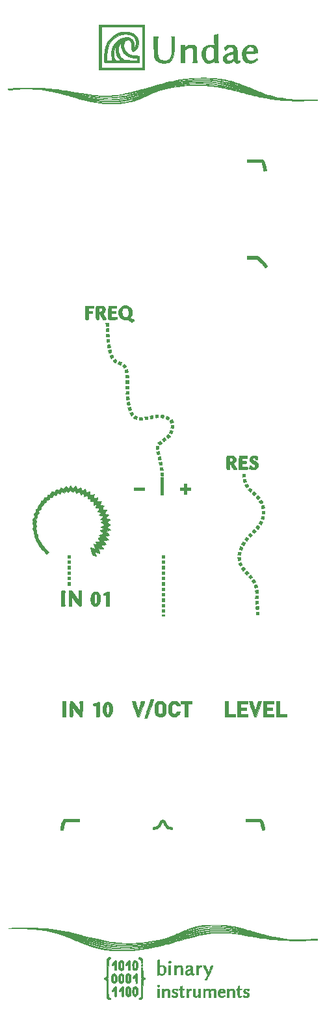
<source format=gbr>
%TF.GenerationSoftware,KiCad,Pcbnew,5.1.10*%
%TF.CreationDate,2021-05-10T15:11:08+02:00*%
%TF.ProjectId,ripples,72697070-6c65-4732-9e6b-696361645f70,rev?*%
%TF.SameCoordinates,Original*%
%TF.FileFunction,Legend,Top*%
%TF.FilePolarity,Positive*%
%FSLAX46Y46*%
G04 Gerber Fmt 4.6, Leading zero omitted, Abs format (unit mm)*
G04 Created by KiCad (PCBNEW 5.1.10) date 2021-05-10 15:11:08*
%MOMM*%
%LPD*%
G01*
G04 APERTURE LIST*
%ADD10C,0.010000*%
%ADD11C,0.150000*%
G04 APERTURE END LIST*
D10*
%TO.C,G\u002A\u002A\u002A*%
G36*
X-4679833Y62307793D02*
G01*
X-4412470Y62275933D01*
X-4159655Y62215726D01*
X-3928898Y62128310D01*
X-3810000Y62066679D01*
X-3698830Y61990856D01*
X-3581507Y61891548D01*
X-3468372Y61779179D01*
X-3369768Y61664173D01*
X-3296037Y61556952D01*
X-3285600Y61538145D01*
X-3198902Y61330577D01*
X-3147698Y61107621D01*
X-3132077Y60877098D01*
X-3152126Y60646825D01*
X-3207935Y60424624D01*
X-3271269Y60272083D01*
X-3364917Y60107294D01*
X-3467891Y59970005D01*
X-3576497Y59863817D01*
X-3687041Y59792330D01*
X-3795829Y59759143D01*
X-3797926Y59758899D01*
X-3861899Y59755679D01*
X-3905731Y59769059D01*
X-3950545Y59806180D01*
X-3957156Y59812733D01*
X-3980950Y59837275D01*
X-3998627Y59860846D01*
X-4011000Y59889738D01*
X-4018884Y59930243D01*
X-4023093Y59988654D01*
X-4024441Y60071261D01*
X-4023742Y60184358D01*
X-4022077Y60314417D01*
X-4026655Y60536706D01*
X-4047503Y60722657D01*
X-4085553Y60875389D01*
X-4141741Y60998022D01*
X-4217000Y61093675D01*
X-4268480Y61137096D01*
X-4341088Y61182811D01*
X-4416290Y61219407D01*
X-4455583Y61232895D01*
X-4571892Y61241938D01*
X-4684403Y61212676D01*
X-4789507Y61149136D01*
X-4883589Y61055344D01*
X-4963040Y60935328D01*
X-5024247Y60793116D01*
X-5063598Y60632734D01*
X-5074257Y60543065D01*
X-5071083Y60329982D01*
X-5027791Y60130317D01*
X-4944315Y59943896D01*
X-4820587Y59770543D01*
X-4753870Y59698854D01*
X-4580387Y59551214D01*
X-4380780Y59429527D01*
X-4152999Y59333049D01*
X-3894993Y59261036D01*
X-3604710Y59212742D01*
X-3354916Y59191081D01*
X-3239248Y59184408D01*
X-3152393Y59175653D01*
X-3090232Y59159297D01*
X-3048644Y59129820D01*
X-3023511Y59081703D01*
X-3010711Y59009428D01*
X-3006125Y58907473D01*
X-3005632Y58770322D01*
X-3005666Y58723227D01*
X-3006005Y58589356D01*
X-3007472Y58491241D01*
X-3010750Y58422305D01*
X-3016519Y58375973D01*
X-3025458Y58345669D01*
X-3038250Y58324819D01*
X-3048000Y58314167D01*
X-3055455Y58307388D01*
X-3065091Y58301374D01*
X-3079348Y58296080D01*
X-3100661Y58291459D01*
X-3131470Y58287466D01*
X-3174212Y58284055D01*
X-3231325Y58281180D01*
X-3305246Y58278795D01*
X-3398414Y58276855D01*
X-3513267Y58275313D01*
X-3652242Y58274124D01*
X-3817777Y58273242D01*
X-4012310Y58272622D01*
X-4238279Y58272217D01*
X-4498121Y58271981D01*
X-4794275Y58271869D01*
X-5129179Y58271835D01*
X-5300714Y58271833D01*
X-7511094Y58271833D01*
X-7554964Y58327605D01*
X-7569443Y58348303D01*
X-7580337Y58372551D01*
X-7588153Y58406280D01*
X-7593397Y58455422D01*
X-7596576Y58525910D01*
X-7597627Y58589333D01*
X-7287638Y58589333D01*
X-6903485Y58589333D01*
X-6781244Y58589845D01*
X-6675062Y58591267D01*
X-6591590Y58593429D01*
X-6537481Y58596163D01*
X-6519333Y58599133D01*
X-6526481Y58622616D01*
X-6544932Y58672985D01*
X-6563133Y58720055D01*
X-6638544Y58960482D01*
X-6684724Y59218342D01*
X-6699687Y59478669D01*
X-6698428Y59501011D01*
X-6378594Y59501011D01*
X-6364882Y59239762D01*
X-6312194Y58985333D01*
X-6252417Y58815055D01*
X-6218299Y58732117D01*
X-6190679Y58672371D01*
X-6162155Y58632035D01*
X-6125326Y58607328D01*
X-6072791Y58594468D01*
X-5997148Y58589672D01*
X-5890995Y58589159D01*
X-5810669Y58589333D01*
X-5483980Y58589333D01*
X-5589939Y58688446D01*
X-5749816Y58866062D01*
X-5884428Y59074723D01*
X-5990909Y59309548D01*
X-6036527Y59448377D01*
X-6056698Y59525364D01*
X-6070351Y59598221D01*
X-6078594Y59678208D01*
X-6082536Y59776587D01*
X-6083285Y59904618D01*
X-6083243Y59915005D01*
X-5778500Y59915005D01*
X-5759733Y59692639D01*
X-5705639Y59476910D01*
X-5619530Y59273656D01*
X-5504720Y59088718D01*
X-5364519Y58927935D01*
X-5202240Y58797144D01*
X-5115131Y58745492D01*
X-5039054Y58706215D01*
X-4971061Y58674290D01*
X-4905670Y58648945D01*
X-4837397Y58629409D01*
X-4760759Y58614908D01*
X-4670273Y58604673D01*
X-4560457Y58597930D01*
X-4425827Y58593909D01*
X-4260901Y58591838D01*
X-4060196Y58590944D01*
X-4016375Y58590841D01*
X-3323166Y58589333D01*
X-3323166Y58861131D01*
X-3466041Y58874207D01*
X-3799526Y58916630D01*
X-4098063Y58980136D01*
X-4363933Y59065653D01*
X-4599418Y59174113D01*
X-4806798Y59306445D01*
X-4988354Y59463579D01*
X-5037088Y59514560D01*
X-5176272Y59696942D01*
X-5283222Y59901784D01*
X-5356232Y60122218D01*
X-5393596Y60351380D01*
X-5393609Y60582403D01*
X-5356577Y60800800D01*
X-5318095Y60948517D01*
X-5434871Y60823059D01*
X-5549211Y60673705D01*
X-5644969Y60495712D01*
X-5717912Y60300271D01*
X-5763806Y60098570D01*
X-5778500Y59915005D01*
X-6083243Y59915005D01*
X-6083211Y59922833D01*
X-6081642Y60052783D01*
X-6077481Y60151908D01*
X-6069404Y60231697D01*
X-6056090Y60303641D01*
X-6036214Y60379227D01*
X-6027160Y60409667D01*
X-5972576Y60589583D01*
X-6024648Y60526083D01*
X-6095284Y60425784D01*
X-6167716Y60298450D01*
X-6234511Y60158361D01*
X-6288235Y60019798D01*
X-6288354Y60019445D01*
X-6353146Y59762950D01*
X-6378594Y59501011D01*
X-6698428Y59501011D01*
X-6688952Y59669050D01*
X-6635505Y59969004D01*
X-6545687Y60250423D01*
X-6421881Y60511005D01*
X-6356596Y60610750D01*
X-5969000Y60610750D01*
X-5958416Y60600167D01*
X-5947833Y60610750D01*
X-5958416Y60621333D01*
X-5969000Y60610750D01*
X-6356596Y60610750D01*
X-6266469Y60748447D01*
X-6081833Y60960447D01*
X-5870358Y61144703D01*
X-5634424Y61298913D01*
X-5376416Y61420774D01*
X-5098716Y61507983D01*
X-4803705Y61558240D01*
X-4726977Y61564798D01*
X-4523952Y61565174D01*
X-4346463Y61535088D01*
X-4188743Y61472577D01*
X-4045023Y61375677D01*
X-3970020Y61307178D01*
X-3886831Y61210548D01*
X-3822199Y61102694D01*
X-3774067Y60977206D01*
X-3740377Y60827678D01*
X-3719073Y60647702D01*
X-3710354Y60498333D01*
X-3698242Y60195415D01*
X-3657792Y60254916D01*
X-3547474Y60450766D01*
X-3478153Y60652051D01*
X-3450051Y60856334D01*
X-3463387Y61061179D01*
X-3518382Y61264149D01*
X-3557986Y61356750D01*
X-3642852Y61490546D01*
X-3763208Y61617853D01*
X-3912240Y61733711D01*
X-4083132Y61833160D01*
X-4269070Y61911241D01*
X-4357462Y61938531D01*
X-4494581Y61965557D01*
X-4659323Y61981559D01*
X-4838434Y61986531D01*
X-5018661Y61980465D01*
X-5186751Y61963351D01*
X-5314270Y61939107D01*
X-5627852Y61840145D01*
X-5919437Y61705728D01*
X-6187271Y61537582D01*
X-6429599Y61337433D01*
X-6644665Y61107006D01*
X-6830716Y60848027D01*
X-6985995Y60562222D01*
X-7108748Y60251316D01*
X-7142423Y60141393D01*
X-7181456Y59992230D01*
X-7212271Y59844159D01*
X-7235923Y59688661D01*
X-7253466Y59517217D01*
X-7265955Y59321308D01*
X-7274448Y59092415D01*
X-7275026Y59070875D01*
X-7287638Y58589333D01*
X-7597627Y58589333D01*
X-7598197Y58623676D01*
X-7598767Y58754652D01*
X-7598815Y58840896D01*
X-7596191Y59116881D01*
X-7587756Y59358300D01*
X-7572633Y59572632D01*
X-7549945Y59767354D01*
X-7518816Y59949946D01*
X-7478369Y60127887D01*
X-7427726Y60308654D01*
X-7426073Y60314091D01*
X-7306655Y60637999D01*
X-7153609Y60940146D01*
X-6969410Y61218313D01*
X-6756538Y61470282D01*
X-6517469Y61693836D01*
X-6254680Y61886755D01*
X-5970648Y62046822D01*
X-5667852Y62171819D01*
X-5348769Y62259528D01*
X-5228166Y62281910D01*
X-4954236Y62310165D01*
X-4679833Y62307793D01*
G37*
X-4679833Y62307793D02*
X-4412470Y62275933D01*
X-4159655Y62215726D01*
X-3928898Y62128310D01*
X-3810000Y62066679D01*
X-3698830Y61990856D01*
X-3581507Y61891548D01*
X-3468372Y61779179D01*
X-3369768Y61664173D01*
X-3296037Y61556952D01*
X-3285600Y61538145D01*
X-3198902Y61330577D01*
X-3147698Y61107621D01*
X-3132077Y60877098D01*
X-3152126Y60646825D01*
X-3207935Y60424624D01*
X-3271269Y60272083D01*
X-3364917Y60107294D01*
X-3467891Y59970005D01*
X-3576497Y59863817D01*
X-3687041Y59792330D01*
X-3795829Y59759143D01*
X-3797926Y59758899D01*
X-3861899Y59755679D01*
X-3905731Y59769059D01*
X-3950545Y59806180D01*
X-3957156Y59812733D01*
X-3980950Y59837275D01*
X-3998627Y59860846D01*
X-4011000Y59889738D01*
X-4018884Y59930243D01*
X-4023093Y59988654D01*
X-4024441Y60071261D01*
X-4023742Y60184358D01*
X-4022077Y60314417D01*
X-4026655Y60536706D01*
X-4047503Y60722657D01*
X-4085553Y60875389D01*
X-4141741Y60998022D01*
X-4217000Y61093675D01*
X-4268480Y61137096D01*
X-4341088Y61182811D01*
X-4416290Y61219407D01*
X-4455583Y61232895D01*
X-4571892Y61241938D01*
X-4684403Y61212676D01*
X-4789507Y61149136D01*
X-4883589Y61055344D01*
X-4963040Y60935328D01*
X-5024247Y60793116D01*
X-5063598Y60632734D01*
X-5074257Y60543065D01*
X-5071083Y60329982D01*
X-5027791Y60130317D01*
X-4944315Y59943896D01*
X-4820587Y59770543D01*
X-4753870Y59698854D01*
X-4580387Y59551214D01*
X-4380780Y59429527D01*
X-4152999Y59333049D01*
X-3894993Y59261036D01*
X-3604710Y59212742D01*
X-3354916Y59191081D01*
X-3239248Y59184408D01*
X-3152393Y59175653D01*
X-3090232Y59159297D01*
X-3048644Y59129820D01*
X-3023511Y59081703D01*
X-3010711Y59009428D01*
X-3006125Y58907473D01*
X-3005632Y58770322D01*
X-3005666Y58723227D01*
X-3006005Y58589356D01*
X-3007472Y58491241D01*
X-3010750Y58422305D01*
X-3016519Y58375973D01*
X-3025458Y58345669D01*
X-3038250Y58324819D01*
X-3048000Y58314167D01*
X-3055455Y58307388D01*
X-3065091Y58301374D01*
X-3079348Y58296080D01*
X-3100661Y58291459D01*
X-3131470Y58287466D01*
X-3174212Y58284055D01*
X-3231325Y58281180D01*
X-3305246Y58278795D01*
X-3398414Y58276855D01*
X-3513267Y58275313D01*
X-3652242Y58274124D01*
X-3817777Y58273242D01*
X-4012310Y58272622D01*
X-4238279Y58272217D01*
X-4498121Y58271981D01*
X-4794275Y58271869D01*
X-5129179Y58271835D01*
X-5300714Y58271833D01*
X-7511094Y58271833D01*
X-7554964Y58327605D01*
X-7569443Y58348303D01*
X-7580337Y58372551D01*
X-7588153Y58406280D01*
X-7593397Y58455422D01*
X-7596576Y58525910D01*
X-7597627Y58589333D01*
X-7287638Y58589333D01*
X-6903485Y58589333D01*
X-6781244Y58589845D01*
X-6675062Y58591267D01*
X-6591590Y58593429D01*
X-6537481Y58596163D01*
X-6519333Y58599133D01*
X-6526481Y58622616D01*
X-6544932Y58672985D01*
X-6563133Y58720055D01*
X-6638544Y58960482D01*
X-6684724Y59218342D01*
X-6699687Y59478669D01*
X-6698428Y59501011D01*
X-6378594Y59501011D01*
X-6364882Y59239762D01*
X-6312194Y58985333D01*
X-6252417Y58815055D01*
X-6218299Y58732117D01*
X-6190679Y58672371D01*
X-6162155Y58632035D01*
X-6125326Y58607328D01*
X-6072791Y58594468D01*
X-5997148Y58589672D01*
X-5890995Y58589159D01*
X-5810669Y58589333D01*
X-5483980Y58589333D01*
X-5589939Y58688446D01*
X-5749816Y58866062D01*
X-5884428Y59074723D01*
X-5990909Y59309548D01*
X-6036527Y59448377D01*
X-6056698Y59525364D01*
X-6070351Y59598221D01*
X-6078594Y59678208D01*
X-6082536Y59776587D01*
X-6083285Y59904618D01*
X-6083243Y59915005D01*
X-5778500Y59915005D01*
X-5759733Y59692639D01*
X-5705639Y59476910D01*
X-5619530Y59273656D01*
X-5504720Y59088718D01*
X-5364519Y58927935D01*
X-5202240Y58797144D01*
X-5115131Y58745492D01*
X-5039054Y58706215D01*
X-4971061Y58674290D01*
X-4905670Y58648945D01*
X-4837397Y58629409D01*
X-4760759Y58614908D01*
X-4670273Y58604673D01*
X-4560457Y58597930D01*
X-4425827Y58593909D01*
X-4260901Y58591838D01*
X-4060196Y58590944D01*
X-4016375Y58590841D01*
X-3323166Y58589333D01*
X-3323166Y58861131D01*
X-3466041Y58874207D01*
X-3799526Y58916630D01*
X-4098063Y58980136D01*
X-4363933Y59065653D01*
X-4599418Y59174113D01*
X-4806798Y59306445D01*
X-4988354Y59463579D01*
X-5037088Y59514560D01*
X-5176272Y59696942D01*
X-5283222Y59901784D01*
X-5356232Y60122218D01*
X-5393596Y60351380D01*
X-5393609Y60582403D01*
X-5356577Y60800800D01*
X-5318095Y60948517D01*
X-5434871Y60823059D01*
X-5549211Y60673705D01*
X-5644969Y60495712D01*
X-5717912Y60300271D01*
X-5763806Y60098570D01*
X-5778500Y59915005D01*
X-6083243Y59915005D01*
X-6083211Y59922833D01*
X-6081642Y60052783D01*
X-6077481Y60151908D01*
X-6069404Y60231697D01*
X-6056090Y60303641D01*
X-6036214Y60379227D01*
X-6027160Y60409667D01*
X-5972576Y60589583D01*
X-6024648Y60526083D01*
X-6095284Y60425784D01*
X-6167716Y60298450D01*
X-6234511Y60158361D01*
X-6288235Y60019798D01*
X-6288354Y60019445D01*
X-6353146Y59762950D01*
X-6378594Y59501011D01*
X-6698428Y59501011D01*
X-6688952Y59669050D01*
X-6635505Y59969004D01*
X-6545687Y60250423D01*
X-6421881Y60511005D01*
X-6356596Y60610750D01*
X-5969000Y60610750D01*
X-5958416Y60600167D01*
X-5947833Y60610750D01*
X-5958416Y60621333D01*
X-5969000Y60610750D01*
X-6356596Y60610750D01*
X-6266469Y60748447D01*
X-6081833Y60960447D01*
X-5870358Y61144703D01*
X-5634424Y61298913D01*
X-5376416Y61420774D01*
X-5098716Y61507983D01*
X-4803705Y61558240D01*
X-4726977Y61564798D01*
X-4523952Y61565174D01*
X-4346463Y61535088D01*
X-4188743Y61472577D01*
X-4045023Y61375677D01*
X-3970020Y61307178D01*
X-3886831Y61210548D01*
X-3822199Y61102694D01*
X-3774067Y60977206D01*
X-3740377Y60827678D01*
X-3719073Y60647702D01*
X-3710354Y60498333D01*
X-3698242Y60195415D01*
X-3657792Y60254916D01*
X-3547474Y60450766D01*
X-3478153Y60652051D01*
X-3450051Y60856334D01*
X-3463387Y61061179D01*
X-3518382Y61264149D01*
X-3557986Y61356750D01*
X-3642852Y61490546D01*
X-3763208Y61617853D01*
X-3912240Y61733711D01*
X-4083132Y61833160D01*
X-4269070Y61911241D01*
X-4357462Y61938531D01*
X-4494581Y61965557D01*
X-4659323Y61981559D01*
X-4838434Y61986531D01*
X-5018661Y61980465D01*
X-5186751Y61963351D01*
X-5314270Y61939107D01*
X-5627852Y61840145D01*
X-5919437Y61705728D01*
X-6187271Y61537582D01*
X-6429599Y61337433D01*
X-6644665Y61107006D01*
X-6830716Y60848027D01*
X-6985995Y60562222D01*
X-7108748Y60251316D01*
X-7142423Y60141393D01*
X-7181456Y59992230D01*
X-7212271Y59844159D01*
X-7235923Y59688661D01*
X-7253466Y59517217D01*
X-7265955Y59321308D01*
X-7274448Y59092415D01*
X-7275026Y59070875D01*
X-7287638Y58589333D01*
X-7597627Y58589333D01*
X-7598197Y58623676D01*
X-7598767Y58754652D01*
X-7598815Y58840896D01*
X-7596191Y59116881D01*
X-7587756Y59358300D01*
X-7572633Y59572632D01*
X-7549945Y59767354D01*
X-7518816Y59949946D01*
X-7478369Y60127887D01*
X-7427726Y60308654D01*
X-7426073Y60314091D01*
X-7306655Y60637999D01*
X-7153609Y60940146D01*
X-6969410Y61218313D01*
X-6756538Y61470282D01*
X-6517469Y61693836D01*
X-6254680Y61886755D01*
X-5970648Y62046822D01*
X-5667852Y62171819D01*
X-5348769Y62259528D01*
X-5228166Y62281910D01*
X-4954236Y62310165D01*
X-4679833Y62307793D01*
G36*
X3944107Y60606409D02*
G01*
X4090941Y60560964D01*
X4210125Y60483991D01*
X4303006Y60374482D01*
X4370933Y60231431D01*
X4394211Y60153936D01*
X4404223Y60107700D01*
X4412358Y60051788D01*
X4418844Y59981328D01*
X4423913Y59891446D01*
X4427794Y59777271D01*
X4430719Y59633931D01*
X4432916Y59456553D01*
X4434149Y59309000D01*
X4435895Y59131255D01*
X4438450Y58959629D01*
X4441652Y58800646D01*
X4445339Y58660832D01*
X4449348Y58546713D01*
X4453518Y58464814D01*
X4455820Y58435875D01*
X4472379Y58271833D01*
X3936146Y58271833D01*
X3952448Y58478208D01*
X3956543Y58551821D01*
X3960261Y58660506D01*
X3963468Y58797002D01*
X3966030Y58954049D01*
X3967814Y59124388D01*
X3968686Y59300756D01*
X3968750Y59361917D01*
X3968591Y59550793D01*
X3967941Y59702204D01*
X3966538Y59821018D01*
X3964122Y59912103D01*
X3960430Y59980326D01*
X3955203Y60030557D01*
X3948179Y60067662D01*
X3939097Y60096509D01*
X3928023Y60121310D01*
X3866675Y60199229D01*
X3775558Y60253387D01*
X3662332Y60279802D01*
X3619500Y60281756D01*
X3503205Y60266506D01*
X3370902Y60224590D01*
X3233738Y60161813D01*
X3102862Y60083984D01*
X2989424Y59996909D01*
X2908219Y59911250D01*
X2851957Y59837487D01*
X2865447Y59144619D01*
X2869116Y58973105D01*
X2873198Y58811465D01*
X2877498Y58665543D01*
X2881821Y58541187D01*
X2885971Y58444243D01*
X2889752Y58380557D01*
X2891608Y58361792D01*
X2904280Y58271833D01*
X2365281Y58271833D01*
X2378717Y58382958D01*
X2385687Y58464079D01*
X2391791Y58580772D01*
X2396970Y58726287D01*
X2401166Y58893871D01*
X2404324Y59076773D01*
X2406384Y59268239D01*
X2407290Y59461518D01*
X2406984Y59649859D01*
X2405409Y59826507D01*
X2402508Y59984713D01*
X2398222Y60117723D01*
X2394131Y60195894D01*
X2386598Y60315704D01*
X2380671Y60419737D01*
X2376693Y60501114D01*
X2375004Y60552957D01*
X2375616Y60568658D01*
X2397696Y60571518D01*
X2453353Y60575903D01*
X2533889Y60581190D01*
X2619375Y60586143D01*
X2857500Y60599176D01*
X2857500Y60173083D01*
X2994708Y60298809D01*
X3177214Y60441410D01*
X3368405Y60542627D01*
X3568512Y60602555D01*
X3768272Y60621333D01*
X3944107Y60606409D01*
G37*
X3944107Y60606409D02*
X4090941Y60560964D01*
X4210125Y60483991D01*
X4303006Y60374482D01*
X4370933Y60231431D01*
X4394211Y60153936D01*
X4404223Y60107700D01*
X4412358Y60051788D01*
X4418844Y59981328D01*
X4423913Y59891446D01*
X4427794Y59777271D01*
X4430719Y59633931D01*
X4432916Y59456553D01*
X4434149Y59309000D01*
X4435895Y59131255D01*
X4438450Y58959629D01*
X4441652Y58800646D01*
X4445339Y58660832D01*
X4449348Y58546713D01*
X4453518Y58464814D01*
X4455820Y58435875D01*
X4472379Y58271833D01*
X3936146Y58271833D01*
X3952448Y58478208D01*
X3956543Y58551821D01*
X3960261Y58660506D01*
X3963468Y58797002D01*
X3966030Y58954049D01*
X3967814Y59124388D01*
X3968686Y59300756D01*
X3968750Y59361917D01*
X3968591Y59550793D01*
X3967941Y59702204D01*
X3966538Y59821018D01*
X3964122Y59912103D01*
X3960430Y59980326D01*
X3955203Y60030557D01*
X3948179Y60067662D01*
X3939097Y60096509D01*
X3928023Y60121310D01*
X3866675Y60199229D01*
X3775558Y60253387D01*
X3662332Y60279802D01*
X3619500Y60281756D01*
X3503205Y60266506D01*
X3370902Y60224590D01*
X3233738Y60161813D01*
X3102862Y60083984D01*
X2989424Y59996909D01*
X2908219Y59911250D01*
X2851957Y59837487D01*
X2865447Y59144619D01*
X2869116Y58973105D01*
X2873198Y58811465D01*
X2877498Y58665543D01*
X2881821Y58541187D01*
X2885971Y58444243D01*
X2889752Y58380557D01*
X2891608Y58361792D01*
X2904280Y58271833D01*
X2365281Y58271833D01*
X2378717Y58382958D01*
X2385687Y58464079D01*
X2391791Y58580772D01*
X2396970Y58726287D01*
X2401166Y58893871D01*
X2404324Y59076773D01*
X2406384Y59268239D01*
X2407290Y59461518D01*
X2406984Y59649859D01*
X2405409Y59826507D01*
X2402508Y59984713D01*
X2398222Y60117723D01*
X2394131Y60195894D01*
X2386598Y60315704D01*
X2380671Y60419737D01*
X2376693Y60501114D01*
X2375004Y60552957D01*
X2375616Y60568658D01*
X2397696Y60571518D01*
X2453353Y60575903D01*
X2533889Y60581190D01*
X2619375Y60586143D01*
X2857500Y60599176D01*
X2857500Y60173083D01*
X2994708Y60298809D01*
X3177214Y60441410D01*
X3368405Y60542627D01*
X3568512Y60602555D01*
X3768272Y60621333D01*
X3944107Y60606409D01*
G36*
X11512542Y60615855D02*
G01*
X11662993Y60600318D01*
X11797153Y60571297D01*
X11839153Y60557380D01*
X11970880Y60486707D01*
X12091568Y60380332D01*
X12196332Y60244436D01*
X12280283Y60085201D01*
X12332288Y59933627D01*
X12347649Y59857238D01*
X12358382Y59768590D01*
X12363840Y59680143D01*
X12363377Y59604359D01*
X12356344Y59553699D01*
X12352493Y59544654D01*
X12333585Y59537680D01*
X12284853Y59532004D01*
X12204117Y59527557D01*
X12089193Y59524272D01*
X11937899Y59522079D01*
X11748052Y59520911D01*
X11584464Y59520667D01*
X10831260Y59520667D01*
X10845511Y59331884D01*
X10872501Y59128988D01*
X10920814Y58960919D01*
X10991534Y58825321D01*
X11085744Y58719838D01*
X11148526Y58673450D01*
X11240787Y58621866D01*
X11330217Y58589663D01*
X11431602Y58573062D01*
X11559730Y58568285D01*
X11560062Y58568285D01*
X11760824Y58586846D01*
X11944417Y58643533D01*
X12114091Y58739386D01*
X12130411Y58751161D01*
X12263364Y58849035D01*
X12312349Y58792087D01*
X12345526Y58744899D01*
X12361156Y58705706D01*
X12361334Y58702736D01*
X12344160Y58662010D01*
X12297534Y58606568D01*
X12228794Y58542634D01*
X12145282Y58476428D01*
X12054335Y58414175D01*
X11963296Y58362095D01*
X11954086Y58357498D01*
X11746305Y58275663D01*
X11536507Y58234653D01*
X11319685Y58233882D01*
X11138083Y58261782D01*
X10939722Y58324185D01*
X10768574Y58418750D01*
X10625681Y58544365D01*
X10512082Y58699919D01*
X10428817Y58884301D01*
X10381360Y59070091D01*
X10354492Y59314334D01*
X10360676Y59552385D01*
X10394954Y59752726D01*
X10854966Y59752726D01*
X11359442Y59758405D01*
X11863917Y59764083D01*
X11862175Y59901667D01*
X11850987Y60023079D01*
X11819113Y60119320D01*
X11815797Y60125921D01*
X11761841Y60206356D01*
X11689118Y60283508D01*
X11611340Y60344161D01*
X11563854Y60368751D01*
X11453296Y60389378D01*
X11338338Y60373039D01*
X11224347Y60323960D01*
X11116690Y60246368D01*
X11020734Y60144489D01*
X10941845Y60022547D01*
X10885390Y59884771D01*
X10869389Y59821905D01*
X10854966Y59752726D01*
X10394954Y59752726D01*
X10399107Y59776994D01*
X10468983Y59980909D01*
X10486420Y60018083D01*
X10588975Y60181788D01*
X10723624Y60328415D01*
X10882224Y60451610D01*
X11056628Y60545017D01*
X11233942Y60601307D01*
X11363593Y60616615D01*
X11512542Y60615855D01*
G37*
X11512542Y60615855D02*
X11662993Y60600318D01*
X11797153Y60571297D01*
X11839153Y60557380D01*
X11970880Y60486707D01*
X12091568Y60380332D01*
X12196332Y60244436D01*
X12280283Y60085201D01*
X12332288Y59933627D01*
X12347649Y59857238D01*
X12358382Y59768590D01*
X12363840Y59680143D01*
X12363377Y59604359D01*
X12356344Y59553699D01*
X12352493Y59544654D01*
X12333585Y59537680D01*
X12284853Y59532004D01*
X12204117Y59527557D01*
X12089193Y59524272D01*
X11937899Y59522079D01*
X11748052Y59520911D01*
X11584464Y59520667D01*
X10831260Y59520667D01*
X10845511Y59331884D01*
X10872501Y59128988D01*
X10920814Y58960919D01*
X10991534Y58825321D01*
X11085744Y58719838D01*
X11148526Y58673450D01*
X11240787Y58621866D01*
X11330217Y58589663D01*
X11431602Y58573062D01*
X11559730Y58568285D01*
X11560062Y58568285D01*
X11760824Y58586846D01*
X11944417Y58643533D01*
X12114091Y58739386D01*
X12130411Y58751161D01*
X12263364Y58849035D01*
X12312349Y58792087D01*
X12345526Y58744899D01*
X12361156Y58705706D01*
X12361334Y58702736D01*
X12344160Y58662010D01*
X12297534Y58606568D01*
X12228794Y58542634D01*
X12145282Y58476428D01*
X12054335Y58414175D01*
X11963296Y58362095D01*
X11954086Y58357498D01*
X11746305Y58275663D01*
X11536507Y58234653D01*
X11319685Y58233882D01*
X11138083Y58261782D01*
X10939722Y58324185D01*
X10768574Y58418750D01*
X10625681Y58544365D01*
X10512082Y58699919D01*
X10428817Y58884301D01*
X10381360Y59070091D01*
X10354492Y59314334D01*
X10360676Y59552385D01*
X10394954Y59752726D01*
X10854966Y59752726D01*
X11359442Y59758405D01*
X11863917Y59764083D01*
X11862175Y59901667D01*
X11850987Y60023079D01*
X11819113Y60119320D01*
X11815797Y60125921D01*
X11761841Y60206356D01*
X11689118Y60283508D01*
X11611340Y60344161D01*
X11563854Y60368751D01*
X11453296Y60389378D01*
X11338338Y60373039D01*
X11224347Y60323960D01*
X11116690Y60246368D01*
X11020734Y60144489D01*
X10941845Y60022547D01*
X10885390Y59884771D01*
X10869389Y59821905D01*
X10854966Y59752726D01*
X10394954Y59752726D01*
X10399107Y59776994D01*
X10468983Y59980909D01*
X10486420Y60018083D01*
X10588975Y60181788D01*
X10723624Y60328415D01*
X10882224Y60451610D01*
X11056628Y60545017D01*
X11233942Y60601307D01*
X11363593Y60616615D01*
X11512542Y60615855D01*
G36*
X8911152Y60615888D02*
G01*
X9113631Y60591522D01*
X9283965Y60540660D01*
X9424022Y60462011D01*
X9535672Y60354282D01*
X9620783Y60216179D01*
X9668239Y60092167D01*
X9678700Y60052311D01*
X9686973Y60005174D01*
X9693305Y59945574D01*
X9697941Y59868329D01*
X9701127Y59768257D01*
X9703111Y59640177D01*
X9704138Y59478907D01*
X9704430Y59330167D01*
X9704697Y59147126D01*
X9705393Y59001459D01*
X9706824Y58888208D01*
X9709294Y58802415D01*
X9713107Y58739120D01*
X9718567Y58693365D01*
X9725979Y58660191D01*
X9735648Y58634640D01*
X9747877Y58611752D01*
X9748614Y58610500D01*
X9773422Y58571549D01*
X9798239Y58549329D01*
X9835210Y58539050D01*
X9896478Y58535917D01*
X9938573Y58535542D01*
X10084834Y58534668D01*
X10105196Y58463671D01*
X10115169Y58413606D01*
X10103399Y58379718D01*
X10063404Y58342496D01*
X10004643Y58305829D01*
X9928854Y58271818D01*
X9896867Y58260910D01*
X9745988Y58232237D01*
X9605684Y58238000D01*
X9481254Y58276494D01*
X9377996Y58346010D01*
X9301209Y58444844D01*
X9296159Y58454372D01*
X9259436Y58525953D01*
X9143510Y58438162D01*
X9020263Y58352546D01*
X8908362Y58294896D01*
X8792985Y58259896D01*
X8659316Y58242232D01*
X8586584Y58238429D01*
X8485524Y58237186D01*
X8391458Y58240025D01*
X8318202Y58246352D01*
X8291713Y58251121D01*
X8143784Y58307083D01*
X8022962Y58391740D01*
X7933148Y58501962D01*
X7901781Y58564017D01*
X7887040Y58620360D01*
X7876243Y58701697D01*
X7871663Y58790723D01*
X7871645Y58793379D01*
X7872979Y58838778D01*
X8318965Y58838778D01*
X8324538Y58766816D01*
X8347906Y58711124D01*
X8386898Y58661072D01*
X8461031Y58590060D01*
X8538452Y58548707D01*
X8632173Y58532044D01*
X8722524Y58532846D01*
X8832808Y58546972D01*
X8931164Y58580038D01*
X8987942Y58608002D01*
X9108808Y58680902D01*
X9191207Y58749915D01*
X9233657Y58813735D01*
X9237727Y58828088D01*
X9244182Y58877871D01*
X9249611Y58953246D01*
X9253863Y59045374D01*
X9256788Y59145415D01*
X9258237Y59244529D01*
X9258058Y59333876D01*
X9256102Y59404618D01*
X9252218Y59447913D01*
X9248414Y59457167D01*
X9209326Y59450890D01*
X9139832Y59433984D01*
X9049643Y59409341D01*
X8948472Y59379849D01*
X8846030Y59348399D01*
X8752027Y59317880D01*
X8676176Y59291182D01*
X8636000Y59274933D01*
X8499907Y59195040D01*
X8401474Y59096627D01*
X8341067Y58980199D01*
X8319053Y58846258D01*
X8318965Y58838778D01*
X7872979Y58838778D01*
X7874523Y58891291D01*
X7886864Y58966117D01*
X7912417Y59036717D01*
X7925581Y59064747D01*
X8012271Y59195819D01*
X8136386Y59314655D01*
X8294172Y59418846D01*
X8481875Y59505980D01*
X8695744Y59573646D01*
X8731250Y59582296D01*
X8843720Y59608606D01*
X8966586Y59637288D01*
X9076006Y59662778D01*
X9091084Y59666284D01*
X9260417Y59705643D01*
X9257435Y59841556D01*
X9243039Y59972881D01*
X9208376Y60094439D01*
X9157487Y60196175D01*
X9094413Y60268030D01*
X9082595Y60276668D01*
X8953446Y60339270D01*
X8814883Y60362854D01*
X8674916Y60346812D01*
X8586115Y60314437D01*
X8511712Y60267263D01*
X8426762Y60195056D01*
X8342844Y60108873D01*
X8271540Y60019771D01*
X8260389Y60003448D01*
X8207496Y59942248D01*
X8159536Y59922833D01*
X8135678Y59927197D01*
X8116967Y59945455D01*
X8099470Y59985360D01*
X8079254Y60054661D01*
X8065571Y60108042D01*
X8019110Y60293250D01*
X8100013Y60361404D01*
X8268442Y60476186D01*
X8459908Y60558288D01*
X8668397Y60605824D01*
X8887896Y60616906D01*
X8911152Y60615888D01*
G37*
X8911152Y60615888D02*
X9113631Y60591522D01*
X9283965Y60540660D01*
X9424022Y60462011D01*
X9535672Y60354282D01*
X9620783Y60216179D01*
X9668239Y60092167D01*
X9678700Y60052311D01*
X9686973Y60005174D01*
X9693305Y59945574D01*
X9697941Y59868329D01*
X9701127Y59768257D01*
X9703111Y59640177D01*
X9704138Y59478907D01*
X9704430Y59330167D01*
X9704697Y59147126D01*
X9705393Y59001459D01*
X9706824Y58888208D01*
X9709294Y58802415D01*
X9713107Y58739120D01*
X9718567Y58693365D01*
X9725979Y58660191D01*
X9735648Y58634640D01*
X9747877Y58611752D01*
X9748614Y58610500D01*
X9773422Y58571549D01*
X9798239Y58549329D01*
X9835210Y58539050D01*
X9896478Y58535917D01*
X9938573Y58535542D01*
X10084834Y58534668D01*
X10105196Y58463671D01*
X10115169Y58413606D01*
X10103399Y58379718D01*
X10063404Y58342496D01*
X10004643Y58305829D01*
X9928854Y58271818D01*
X9896867Y58260910D01*
X9745988Y58232237D01*
X9605684Y58238000D01*
X9481254Y58276494D01*
X9377996Y58346010D01*
X9301209Y58444844D01*
X9296159Y58454372D01*
X9259436Y58525953D01*
X9143510Y58438162D01*
X9020263Y58352546D01*
X8908362Y58294896D01*
X8792985Y58259896D01*
X8659316Y58242232D01*
X8586584Y58238429D01*
X8485524Y58237186D01*
X8391458Y58240025D01*
X8318202Y58246352D01*
X8291713Y58251121D01*
X8143784Y58307083D01*
X8022962Y58391740D01*
X7933148Y58501962D01*
X7901781Y58564017D01*
X7887040Y58620360D01*
X7876243Y58701697D01*
X7871663Y58790723D01*
X7871645Y58793379D01*
X7872979Y58838778D01*
X8318965Y58838778D01*
X8324538Y58766816D01*
X8347906Y58711124D01*
X8386898Y58661072D01*
X8461031Y58590060D01*
X8538452Y58548707D01*
X8632173Y58532044D01*
X8722524Y58532846D01*
X8832808Y58546972D01*
X8931164Y58580038D01*
X8987942Y58608002D01*
X9108808Y58680902D01*
X9191207Y58749915D01*
X9233657Y58813735D01*
X9237727Y58828088D01*
X9244182Y58877871D01*
X9249611Y58953246D01*
X9253863Y59045374D01*
X9256788Y59145415D01*
X9258237Y59244529D01*
X9258058Y59333876D01*
X9256102Y59404618D01*
X9252218Y59447913D01*
X9248414Y59457167D01*
X9209326Y59450890D01*
X9139832Y59433984D01*
X9049643Y59409341D01*
X8948472Y59379849D01*
X8846030Y59348399D01*
X8752027Y59317880D01*
X8676176Y59291182D01*
X8636000Y59274933D01*
X8499907Y59195040D01*
X8401474Y59096627D01*
X8341067Y58980199D01*
X8319053Y58846258D01*
X8318965Y58838778D01*
X7872979Y58838778D01*
X7874523Y58891291D01*
X7886864Y58966117D01*
X7912417Y59036717D01*
X7925581Y59064747D01*
X8012271Y59195819D01*
X8136386Y59314655D01*
X8294172Y59418846D01*
X8481875Y59505980D01*
X8695744Y59573646D01*
X8731250Y59582296D01*
X8843720Y59608606D01*
X8966586Y59637288D01*
X9076006Y59662778D01*
X9091084Y59666284D01*
X9260417Y59705643D01*
X9257435Y59841556D01*
X9243039Y59972881D01*
X9208376Y60094439D01*
X9157487Y60196175D01*
X9094413Y60268030D01*
X9082595Y60276668D01*
X8953446Y60339270D01*
X8814883Y60362854D01*
X8674916Y60346812D01*
X8586115Y60314437D01*
X8511712Y60267263D01*
X8426762Y60195056D01*
X8342844Y60108873D01*
X8271540Y60019771D01*
X8260389Y60003448D01*
X8207496Y59942248D01*
X8159536Y59922833D01*
X8135678Y59927197D01*
X8116967Y59945455D01*
X8099470Y59985360D01*
X8079254Y60054661D01*
X8065571Y60108042D01*
X8019110Y60293250D01*
X8100013Y60361404D01*
X8268442Y60476186D01*
X8459908Y60558288D01*
X8668397Y60605824D01*
X8887896Y60616906D01*
X8911152Y60615888D01*
G36*
X7201557Y61979576D02*
G01*
X7208174Y61949969D01*
X7210699Y61878977D01*
X7209139Y61767352D01*
X7203501Y61615845D01*
X7196532Y61475219D01*
X7191605Y61357901D01*
X7187602Y61210540D01*
X7184493Y61037854D01*
X7182249Y60844566D01*
X7180840Y60635395D01*
X7180238Y60415062D01*
X7180414Y60188288D01*
X7181338Y59959792D01*
X7182980Y59734295D01*
X7185313Y59516519D01*
X7188305Y59311182D01*
X7191929Y59123006D01*
X7196155Y58956712D01*
X7200954Y58817019D01*
X7206296Y58708648D01*
X7212152Y58636319D01*
X7214206Y58621083D01*
X7228809Y58527583D01*
X7243449Y58429639D01*
X7250128Y58382958D01*
X7265621Y58271833D01*
X6778625Y58271833D01*
X6765396Y58337979D01*
X6756459Y58405106D01*
X6752221Y58481102D01*
X6752167Y58489042D01*
X6752167Y58573960D01*
X6651625Y58480430D01*
X6541160Y58387018D01*
X6436788Y58321311D01*
X6323473Y58274332D01*
X6287950Y58263268D01*
X6163406Y58239562D01*
X6021963Y58232653D01*
X5885804Y58243070D01*
X5836622Y58252480D01*
X5679521Y58310186D01*
X5530983Y58404475D01*
X5397666Y58529641D01*
X5286228Y58679975D01*
X5240463Y58763477D01*
X5178529Y58904053D01*
X5136705Y59036241D01*
X5111897Y59174399D01*
X5101012Y59332888D01*
X5099829Y59416274D01*
X5099944Y59425417D01*
X5580834Y59425417D01*
X5593409Y59191054D01*
X5629460Y58991328D01*
X5689318Y58825428D01*
X5773317Y58692545D01*
X5881791Y58591868D01*
X5937250Y58557622D01*
X6017077Y58533941D01*
X6120376Y58531075D01*
X6234443Y58547857D01*
X6346570Y58583120D01*
X6380378Y58598318D01*
X6455055Y58642979D01*
X6539356Y58705494D01*
X6613098Y58770527D01*
X6731000Y58886561D01*
X6731000Y60086079D01*
X6657685Y60182097D01*
X6557025Y60282242D01*
X6438546Y60348516D01*
X6308677Y60381752D01*
X6173847Y60382781D01*
X6040483Y60352435D01*
X5915015Y60291545D01*
X5803870Y60200943D01*
X5713477Y60081461D01*
X5700606Y60058280D01*
X5648680Y59943267D01*
X5612760Y59820849D01*
X5591000Y59681264D01*
X5581551Y59514750D01*
X5580834Y59425417D01*
X5099944Y59425417D01*
X5101356Y59537437D01*
X5107658Y59631086D01*
X5120620Y59711943D01*
X5142128Y59794727D01*
X5152703Y59829024D01*
X5236921Y60028620D01*
X5354105Y60204672D01*
X5501051Y60353316D01*
X5674552Y60470690D01*
X5693382Y60480633D01*
X5811510Y60536418D01*
X5919825Y60574299D01*
X6031914Y60597251D01*
X6161365Y60608247D01*
X6286500Y60610433D01*
X6399644Y60609062D01*
X6481620Y60604273D01*
X6543552Y60594533D01*
X6596564Y60578311D01*
X6633570Y60562622D01*
X6737223Y60515128D01*
X6722756Y61113272D01*
X6718556Y61272941D01*
X6713978Y61422838D01*
X6709267Y61556551D01*
X6704667Y61667667D01*
X6700425Y61749774D01*
X6696786Y61796460D01*
X6696539Y61798391D01*
X6684789Y61885365D01*
X6792791Y61899692D01*
X6872544Y61914133D01*
X6968517Y61936869D01*
X7040731Y61957242D01*
X7131190Y61980967D01*
X7186442Y61985559D01*
X7201557Y61979576D01*
G37*
X7201557Y61979576D02*
X7208174Y61949969D01*
X7210699Y61878977D01*
X7209139Y61767352D01*
X7203501Y61615845D01*
X7196532Y61475219D01*
X7191605Y61357901D01*
X7187602Y61210540D01*
X7184493Y61037854D01*
X7182249Y60844566D01*
X7180840Y60635395D01*
X7180238Y60415062D01*
X7180414Y60188288D01*
X7181338Y59959792D01*
X7182980Y59734295D01*
X7185313Y59516519D01*
X7188305Y59311182D01*
X7191929Y59123006D01*
X7196155Y58956712D01*
X7200954Y58817019D01*
X7206296Y58708648D01*
X7212152Y58636319D01*
X7214206Y58621083D01*
X7228809Y58527583D01*
X7243449Y58429639D01*
X7250128Y58382958D01*
X7265621Y58271833D01*
X6778625Y58271833D01*
X6765396Y58337979D01*
X6756459Y58405106D01*
X6752221Y58481102D01*
X6752167Y58489042D01*
X6752167Y58573960D01*
X6651625Y58480430D01*
X6541160Y58387018D01*
X6436788Y58321311D01*
X6323473Y58274332D01*
X6287950Y58263268D01*
X6163406Y58239562D01*
X6021963Y58232653D01*
X5885804Y58243070D01*
X5836622Y58252480D01*
X5679521Y58310186D01*
X5530983Y58404475D01*
X5397666Y58529641D01*
X5286228Y58679975D01*
X5240463Y58763477D01*
X5178529Y58904053D01*
X5136705Y59036241D01*
X5111897Y59174399D01*
X5101012Y59332888D01*
X5099829Y59416274D01*
X5099944Y59425417D01*
X5580834Y59425417D01*
X5593409Y59191054D01*
X5629460Y58991328D01*
X5689318Y58825428D01*
X5773317Y58692545D01*
X5881791Y58591868D01*
X5937250Y58557622D01*
X6017077Y58533941D01*
X6120376Y58531075D01*
X6234443Y58547857D01*
X6346570Y58583120D01*
X6380378Y58598318D01*
X6455055Y58642979D01*
X6539356Y58705494D01*
X6613098Y58770527D01*
X6731000Y58886561D01*
X6731000Y60086079D01*
X6657685Y60182097D01*
X6557025Y60282242D01*
X6438546Y60348516D01*
X6308677Y60381752D01*
X6173847Y60382781D01*
X6040483Y60352435D01*
X5915015Y60291545D01*
X5803870Y60200943D01*
X5713477Y60081461D01*
X5700606Y60058280D01*
X5648680Y59943267D01*
X5612760Y59820849D01*
X5591000Y59681264D01*
X5581551Y59514750D01*
X5580834Y59425417D01*
X5099944Y59425417D01*
X5101356Y59537437D01*
X5107658Y59631086D01*
X5120620Y59711943D01*
X5142128Y59794727D01*
X5152703Y59829024D01*
X5236921Y60028620D01*
X5354105Y60204672D01*
X5501051Y60353316D01*
X5674552Y60470690D01*
X5693382Y60480633D01*
X5811510Y60536418D01*
X5919825Y60574299D01*
X6031914Y60597251D01*
X6161365Y60608247D01*
X6286500Y60610433D01*
X6399644Y60609062D01*
X6481620Y60604273D01*
X6543552Y60594533D01*
X6596564Y60578311D01*
X6633570Y60562622D01*
X6737223Y60515128D01*
X6722756Y61113272D01*
X6718556Y61272941D01*
X6713978Y61422838D01*
X6709267Y61556551D01*
X6704667Y61667667D01*
X6700425Y61749774D01*
X6696786Y61796460D01*
X6696539Y61798391D01*
X6684789Y61885365D01*
X6792791Y61899692D01*
X6872544Y61914133D01*
X6968517Y61936869D01*
X7040731Y61957242D01*
X7131190Y61980967D01*
X7186442Y61985559D01*
X7201557Y61979576D01*
G36*
X-622989Y61632042D02*
G01*
X-625957Y61593122D01*
X-629195Y61516424D01*
X-632598Y61406505D01*
X-636062Y61267917D01*
X-639484Y61105216D01*
X-642760Y60922957D01*
X-645785Y60725694D01*
X-648455Y60517981D01*
X-648498Y60514279D01*
X-651144Y60271087D01*
X-652925Y60066124D01*
X-653769Y59895293D01*
X-653602Y59754495D01*
X-652351Y59639635D01*
X-649945Y59546615D01*
X-646310Y59471337D01*
X-641373Y59409704D01*
X-635063Y59357620D01*
X-627307Y59310986D01*
X-627139Y59310096D01*
X-571921Y59099214D01*
X-492190Y58922821D01*
X-387714Y58780729D01*
X-258262Y58672750D01*
X-103602Y58598697D01*
X76497Y58558380D01*
X282267Y58551612D01*
X304959Y58552815D01*
X510877Y58579316D01*
X686268Y58633095D01*
X832831Y58715789D01*
X952267Y58829033D01*
X1046277Y58974464D01*
X1116563Y59153717D01*
X1164824Y59368429D01*
X1166988Y59382034D01*
X1171085Y59431425D01*
X1174326Y59517816D01*
X1176747Y59635887D01*
X1178386Y59780313D01*
X1179277Y59945773D01*
X1179458Y60126943D01*
X1178963Y60318501D01*
X1177831Y60515125D01*
X1176096Y60711492D01*
X1173795Y60902279D01*
X1170964Y61082163D01*
X1167640Y61245822D01*
X1163858Y61387933D01*
X1159654Y61503173D01*
X1155066Y61586221D01*
X1151761Y61621458D01*
X1138737Y61722000D01*
X1549613Y61722000D01*
X1536784Y61632042D01*
X1533827Y61593206D01*
X1530300Y61516571D01*
X1526333Y61406666D01*
X1522057Y61268021D01*
X1517602Y61105163D01*
X1513100Y60922622D01*
X1508681Y60724926D01*
X1504476Y60516604D01*
X1504254Y60504917D01*
X1499051Y60246810D01*
X1493931Y60027591D01*
X1488740Y59843814D01*
X1483327Y59692035D01*
X1477540Y59568809D01*
X1471227Y59470691D01*
X1464237Y59394235D01*
X1456416Y59335997D01*
X1451555Y59309758D01*
X1387189Y59062806D01*
X1303926Y58852338D01*
X1199880Y58676073D01*
X1073167Y58531731D01*
X921899Y58417029D01*
X744192Y58329688D01*
X603250Y58283659D01*
X499620Y58263220D01*
X368304Y58248518D01*
X222163Y58239914D01*
X74057Y58237765D01*
X-63156Y58242431D01*
X-176614Y58254270D01*
X-211666Y58260914D01*
X-354199Y58304195D01*
X-502939Y58368397D01*
X-644259Y58446388D01*
X-764529Y58531034D01*
X-816356Y58577429D01*
X-921211Y58707389D01*
X-1011464Y58870550D01*
X-1082888Y59059071D01*
X-1091061Y59086750D01*
X-1099228Y59119958D01*
X-1106305Y59160600D01*
X-1112443Y59212296D01*
X-1117796Y59278663D01*
X-1122515Y59363321D01*
X-1126753Y59469888D01*
X-1130662Y59601984D01*
X-1134396Y59763228D01*
X-1138106Y59957237D01*
X-1141944Y60187631D01*
X-1144552Y60356750D01*
X-1148102Y60576619D01*
X-1151945Y60786709D01*
X-1155968Y60982647D01*
X-1160063Y61160062D01*
X-1164119Y61314582D01*
X-1168024Y61441836D01*
X-1171669Y61537451D01*
X-1174943Y61597057D01*
X-1176254Y61610875D01*
X-1190719Y61722000D01*
X-609387Y61722000D01*
X-622989Y61632042D01*
G37*
X-622989Y61632042D02*
X-625957Y61593122D01*
X-629195Y61516424D01*
X-632598Y61406505D01*
X-636062Y61267917D01*
X-639484Y61105216D01*
X-642760Y60922957D01*
X-645785Y60725694D01*
X-648455Y60517981D01*
X-648498Y60514279D01*
X-651144Y60271087D01*
X-652925Y60066124D01*
X-653769Y59895293D01*
X-653602Y59754495D01*
X-652351Y59639635D01*
X-649945Y59546615D01*
X-646310Y59471337D01*
X-641373Y59409704D01*
X-635063Y59357620D01*
X-627307Y59310986D01*
X-627139Y59310096D01*
X-571921Y59099214D01*
X-492190Y58922821D01*
X-387714Y58780729D01*
X-258262Y58672750D01*
X-103602Y58598697D01*
X76497Y58558380D01*
X282267Y58551612D01*
X304959Y58552815D01*
X510877Y58579316D01*
X686268Y58633095D01*
X832831Y58715789D01*
X952267Y58829033D01*
X1046277Y58974464D01*
X1116563Y59153717D01*
X1164824Y59368429D01*
X1166988Y59382034D01*
X1171085Y59431425D01*
X1174326Y59517816D01*
X1176747Y59635887D01*
X1178386Y59780313D01*
X1179277Y59945773D01*
X1179458Y60126943D01*
X1178963Y60318501D01*
X1177831Y60515125D01*
X1176096Y60711492D01*
X1173795Y60902279D01*
X1170964Y61082163D01*
X1167640Y61245822D01*
X1163858Y61387933D01*
X1159654Y61503173D01*
X1155066Y61586221D01*
X1151761Y61621458D01*
X1138737Y61722000D01*
X1549613Y61722000D01*
X1536784Y61632042D01*
X1533827Y61593206D01*
X1530300Y61516571D01*
X1526333Y61406666D01*
X1522057Y61268021D01*
X1517602Y61105163D01*
X1513100Y60922622D01*
X1508681Y60724926D01*
X1504476Y60516604D01*
X1504254Y60504917D01*
X1499051Y60246810D01*
X1493931Y60027591D01*
X1488740Y59843814D01*
X1483327Y59692035D01*
X1477540Y59568809D01*
X1471227Y59470691D01*
X1464237Y59394235D01*
X1456416Y59335997D01*
X1451555Y59309758D01*
X1387189Y59062806D01*
X1303926Y58852338D01*
X1199880Y58676073D01*
X1073167Y58531731D01*
X921899Y58417029D01*
X744192Y58329688D01*
X603250Y58283659D01*
X499620Y58263220D01*
X368304Y58248518D01*
X222163Y58239914D01*
X74057Y58237765D01*
X-63156Y58242431D01*
X-176614Y58254270D01*
X-211666Y58260914D01*
X-354199Y58304195D01*
X-502939Y58368397D01*
X-644259Y58446388D01*
X-764529Y58531034D01*
X-816356Y58577429D01*
X-921211Y58707389D01*
X-1011464Y58870550D01*
X-1082888Y59059071D01*
X-1091061Y59086750D01*
X-1099228Y59119958D01*
X-1106305Y59160600D01*
X-1112443Y59212296D01*
X-1117796Y59278663D01*
X-1122515Y59363321D01*
X-1126753Y59469888D01*
X-1130662Y59601984D01*
X-1134396Y59763228D01*
X-1138106Y59957237D01*
X-1141944Y60187631D01*
X-1144552Y60356750D01*
X-1148102Y60576619D01*
X-1151945Y60786709D01*
X-1155968Y60982647D01*
X-1160063Y61160062D01*
X-1164119Y61314582D01*
X-1168024Y61441836D01*
X-1171669Y61537451D01*
X-1174943Y61597057D01*
X-1176254Y61610875D01*
X-1190719Y61722000D01*
X-609387Y61722000D01*
X-622989Y61632042D01*
G36*
X-2328333Y57340500D02*
G01*
X-8255000Y57340500D01*
X-8255000Y62970833D01*
X-7979833Y62970833D01*
X-7979833Y57615667D01*
X-2603500Y57615667D01*
X-2603500Y62970833D01*
X-7979833Y62970833D01*
X-8255000Y62970833D01*
X-8255000Y63246000D01*
X-2328333Y63246000D01*
X-2328333Y57340500D01*
G37*
X-2328333Y57340500D02*
X-8255000Y57340500D01*
X-8255000Y62970833D01*
X-7979833Y62970833D01*
X-7979833Y57615667D01*
X-2603500Y57615667D01*
X-2603500Y62970833D01*
X-7979833Y62970833D01*
X-8255000Y62970833D01*
X-8255000Y63246000D01*
X-2328333Y63246000D01*
X-2328333Y57340500D01*
G36*
X6087796Y56306133D02*
G01*
X6773430Y56263653D01*
X7429374Y56191083D01*
X8055646Y56088421D01*
X8402754Y56015668D01*
X8646007Y55958201D01*
X8882193Y55897556D01*
X9116126Y55832076D01*
X9352624Y55760104D01*
X9596503Y55679982D01*
X9852579Y55590053D01*
X10125668Y55488659D01*
X10420588Y55374144D01*
X10742153Y55244849D01*
X11095182Y55099117D01*
X11228917Y55043145D01*
X11632167Y54875080D01*
X12001272Y54724017D01*
X12340220Y54588570D01*
X12652998Y54467354D01*
X12943592Y54358983D01*
X13215991Y54262072D01*
X13474180Y54175236D01*
X13722148Y54097088D01*
X13963881Y54026244D01*
X14203367Y53961318D01*
X14444592Y53900924D01*
X14661402Y53850444D01*
X15067288Y53763920D01*
X15467984Y53688979D01*
X15868730Y53625145D01*
X16274768Y53571943D01*
X16691337Y53528898D01*
X17123678Y53495533D01*
X17577032Y53471375D01*
X18056638Y53455947D01*
X18567739Y53448773D01*
X19085208Y53449158D01*
X19334748Y53450676D01*
X19544837Y53451403D01*
X19718349Y53451250D01*
X19858159Y53450132D01*
X19967142Y53447961D01*
X20048175Y53444650D01*
X20104132Y53440111D01*
X20137888Y53434259D01*
X20152319Y53427005D01*
X20150300Y53418263D01*
X20148903Y53416946D01*
X20126066Y53413496D01*
X20067362Y53408299D01*
X19979197Y53401817D01*
X19867981Y53394515D01*
X19740121Y53386854D01*
X19705071Y53384869D01*
X18838676Y53346194D01*
X18003746Y53329344D01*
X17195291Y53334626D01*
X16408320Y53362348D01*
X15637842Y53412815D01*
X14878865Y53486335D01*
X14126399Y53583216D01*
X13375453Y53703763D01*
X12817594Y53808425D01*
X12615093Y53849564D01*
X12407941Y53893468D01*
X12191980Y53941131D01*
X11963050Y53993544D01*
X11716990Y54051700D01*
X11449643Y54116592D01*
X11156847Y54189213D01*
X11124993Y54197250D01*
X11620500Y54197250D01*
X11631084Y54186667D01*
X11641667Y54197250D01*
X11631084Y54207833D01*
X11620500Y54197250D01*
X11124993Y54197250D01*
X11041098Y54218417D01*
X11535834Y54218417D01*
X11546417Y54207833D01*
X11557000Y54218417D01*
X11546417Y54229000D01*
X11535834Y54218417D01*
X11041098Y54218417D01*
X10957206Y54239583D01*
X11451167Y54239583D01*
X11461750Y54229000D01*
X11472334Y54239583D01*
X11959167Y54239583D01*
X11969750Y54229000D01*
X11980334Y54239583D01*
X11969750Y54250167D01*
X11959167Y54239583D01*
X11472334Y54239583D01*
X11461750Y54250167D01*
X11451167Y54239583D01*
X10957206Y54239583D01*
X10859327Y54264278D01*
X11373556Y54264278D01*
X11376461Y54251694D01*
X11387667Y54250167D01*
X11405089Y54257911D01*
X11403613Y54260750D01*
X11874500Y54260750D01*
X11885084Y54250167D01*
X11895667Y54260750D01*
X11885084Y54271333D01*
X11874500Y54260750D01*
X11403613Y54260750D01*
X11401778Y54264278D01*
X11376658Y54266811D01*
X11373556Y54264278D01*
X10859327Y54264278D01*
X10834444Y54270556D01*
X10776206Y54285445D01*
X11288889Y54285445D01*
X11291795Y54272861D01*
X11303000Y54271333D01*
X11320423Y54279078D01*
X11318947Y54281917D01*
X11811000Y54281917D01*
X11821584Y54271333D01*
X11832167Y54281917D01*
X11821584Y54292500D01*
X11811000Y54281917D01*
X11318947Y54281917D01*
X11317111Y54285445D01*
X11291991Y54287978D01*
X11288889Y54285445D01*
X10776206Y54285445D01*
X10728813Y54297561D01*
X11206347Y54297561D01*
X11227153Y54294171D01*
X11254606Y54298063D01*
X11254934Y54305288D01*
X11247517Y54306611D01*
X11733389Y54306611D01*
X11736295Y54294028D01*
X11747500Y54292500D01*
X11764923Y54300245D01*
X11761611Y54306611D01*
X11736491Y54309145D01*
X11733389Y54306611D01*
X11247517Y54306611D01*
X11226605Y54310341D01*
X11214365Y54306959D01*
X11206347Y54297561D01*
X10728813Y54297561D01*
X10478274Y54361612D01*
X10212917Y54430038D01*
X9806846Y54534556D01*
X9437870Y54628385D01*
X9102340Y54712334D01*
X8796609Y54787210D01*
X8517028Y54853821D01*
X8259950Y54912974D01*
X8021726Y54965478D01*
X7798709Y55012140D01*
X7587250Y55053768D01*
X7383702Y55091169D01*
X7184416Y55125151D01*
X6985745Y55156522D01*
X6824106Y55180382D01*
X6405851Y55236559D01*
X6015855Y55280401D01*
X5642118Y55312664D01*
X5272639Y55334103D01*
X4895421Y55345475D01*
X4498461Y55347534D01*
X4222750Y55344211D01*
X3643491Y55325774D01*
X3081263Y55290810D01*
X2520455Y55237989D01*
X1945459Y55165981D01*
X1682750Y55127696D01*
X1242330Y55057597D01*
X837357Y54985492D01*
X460943Y54909301D01*
X106202Y54826945D01*
X-233754Y54736343D01*
X-565811Y54635415D01*
X-896856Y54522082D01*
X-1233776Y54394263D01*
X-1583458Y54249879D01*
X-1952789Y54086850D01*
X-2307166Y53922704D01*
X-2527232Y53819620D01*
X-2716544Y53732680D01*
X-2882087Y53658848D01*
X-3030848Y53595088D01*
X-3169811Y53538364D01*
X-3305962Y53485639D01*
X-3354916Y53467318D01*
X-3762631Y53331493D01*
X-4196199Y53217342D01*
X-4657471Y53124603D01*
X-5148298Y53053016D01*
X-5670534Y53002318D01*
X-6226028Y52972247D01*
X-6816633Y52962541D01*
X-6921500Y52962903D01*
X-7076951Y52964094D01*
X-7223274Y52965632D01*
X-7353647Y52967414D01*
X-7461248Y52969334D01*
X-7539255Y52971290D01*
X-7577666Y52972933D01*
X-8141415Y53023104D01*
X-8693392Y53096239D01*
X-9247616Y53194512D01*
X-9818107Y53320096D01*
X-9821333Y53320871D01*
X-9934515Y53348266D01*
X-10042777Y53375003D01*
X-10150292Y53402234D01*
X-10261231Y53431108D01*
X-10379766Y53462776D01*
X-10510067Y53498388D01*
X-10656307Y53539094D01*
X-10822656Y53586045D01*
X-11013286Y53640391D01*
X-11232369Y53703283D01*
X-11484076Y53775871D01*
X-11563003Y53798695D01*
X-11063027Y53798695D01*
X-11046081Y53790789D01*
X-10993534Y53773287D01*
X-10910633Y53747707D01*
X-10802626Y53715562D01*
X-10674762Y53678368D01*
X-10532288Y53637640D01*
X-10380451Y53594893D01*
X-10224501Y53551643D01*
X-10069685Y53509404D01*
X-9948333Y53476870D01*
X-9582056Y53384488D01*
X-9209750Y53299918D01*
X-8838767Y53224465D01*
X-8476458Y53159433D01*
X-8130175Y53106129D01*
X-7807270Y53065856D01*
X-7515095Y53039922D01*
X-7471833Y53037198D01*
X-7347663Y53031969D01*
X-7191225Y53028598D01*
X-7012543Y53027037D01*
X-6821639Y53027233D01*
X-6628538Y53029138D01*
X-6443261Y53032700D01*
X-6275832Y53037870D01*
X-6148916Y53043842D01*
X-5721686Y53074490D01*
X-5328101Y53115755D01*
X-4960374Y53169559D01*
X-4610718Y53237826D01*
X-4271347Y53322481D01*
X-3934474Y53425448D01*
X-3592312Y53548650D01*
X-3237076Y53694010D01*
X-2893929Y53848077D01*
X-2762002Y53910218D01*
X-2657972Y53960748D01*
X-2583353Y53998732D01*
X-2539661Y54023238D01*
X-2528409Y54033331D01*
X-2551111Y54028077D01*
X-2609281Y54006543D01*
X-2690110Y53973761D01*
X-2799306Y53931019D01*
X-2940459Y53879671D01*
X-3104778Y53822582D01*
X-3283472Y53762618D01*
X-3467750Y53702643D01*
X-3648820Y53645524D01*
X-3817891Y53594127D01*
X-3966171Y53551316D01*
X-4074583Y53522496D01*
X-4603926Y53406800D01*
X-5162202Y53315589D01*
X-5743394Y53249462D01*
X-6341485Y53209018D01*
X-6950458Y53194853D01*
X-7323666Y53199347D01*
X-7693837Y53213785D01*
X-8057633Y53238605D01*
X-8421236Y53274739D01*
X-8790828Y53323118D01*
X-9172591Y53384675D01*
X-9572707Y53460341D01*
X-9997356Y53551047D01*
X-10452722Y53657725D01*
X-10591631Y53691838D01*
X-10725172Y53724519D01*
X-10844353Y53752876D01*
X-10943260Y53775569D01*
X-11015975Y53791257D01*
X-11056584Y53798598D01*
X-11063027Y53798695D01*
X-11563003Y53798695D01*
X-11604612Y53810727D01*
X-11145653Y53810727D01*
X-11124847Y53807338D01*
X-11097394Y53811230D01*
X-11097066Y53818455D01*
X-11125395Y53823508D01*
X-11137635Y53820126D01*
X-11145653Y53810727D01*
X-11604612Y53810727D01*
X-11709111Y53840945D01*
X-11211278Y53840945D01*
X-11208372Y53828361D01*
X-11197166Y53826833D01*
X-11179744Y53834578D01*
X-11183055Y53840945D01*
X-11208175Y53843478D01*
X-11211278Y53840945D01*
X-11709111Y53840945D01*
X-11747500Y53852046D01*
X-11751019Y53853061D01*
X-11293819Y53853061D01*
X-11273014Y53849671D01*
X-11245560Y53853563D01*
X-11245232Y53860788D01*
X-11273562Y53865841D01*
X-11285802Y53862459D01*
X-11293819Y53853061D01*
X-11751019Y53853061D01*
X-11855803Y53883278D01*
X-11359444Y53883278D01*
X-11356539Y53870694D01*
X-11345333Y53869167D01*
X-11327911Y53876911D01*
X-11331222Y53883278D01*
X-11356342Y53885811D01*
X-11359444Y53883278D01*
X-11855803Y53883278D01*
X-11929205Y53904445D01*
X-11444111Y53904445D01*
X-11441205Y53891861D01*
X-11430000Y53890333D01*
X-11412577Y53898078D01*
X-11415889Y53904445D01*
X-11441009Y53906978D01*
X-11444111Y53904445D01*
X-11929205Y53904445D01*
X-11990369Y53922083D01*
X-11514666Y53922083D01*
X-11504083Y53911500D01*
X-11493500Y53922083D01*
X-11504083Y53932667D01*
X-11514666Y53922083D01*
X-11990369Y53922083D01*
X-12084740Y53949297D01*
X-12137673Y53964417D01*
X-11662833Y53964417D01*
X-11652250Y53953833D01*
X-11641666Y53964417D01*
X-11652250Y53975000D01*
X-11662833Y53964417D01*
X-12137673Y53964417D01*
X-12386110Y54035381D01*
X-12521449Y54073532D01*
X-11550191Y54073532D01*
X-11532693Y54066416D01*
X-11478968Y54050382D01*
X-11393879Y54026681D01*
X-11282292Y53996569D01*
X-11149072Y53961297D01*
X-10999084Y53922120D01*
X-10837193Y53880290D01*
X-10668264Y53837062D01*
X-10497161Y53793688D01*
X-10328750Y53751422D01*
X-10167895Y53711517D01*
X-10019462Y53675226D01*
X-9888315Y53643803D01*
X-9821333Y53628128D01*
X-9344463Y53523222D01*
X-8898847Y53436916D01*
X-8478046Y53368545D01*
X-8075618Y53317443D01*
X-7685123Y53282946D01*
X-7300119Y53264388D01*
X-6914167Y53261104D01*
X-6520825Y53272428D01*
X-6424083Y53277275D01*
X-5904214Y53315164D01*
X-5411472Y53372215D01*
X-4936552Y53450448D01*
X-4470146Y53551884D01*
X-4002947Y53678541D01*
X-3525648Y53832440D01*
X-3037416Y54012303D01*
X-2959195Y54042895D01*
X-2493442Y54042895D01*
X-2487083Y54039148D01*
X-2452298Y54049687D01*
X-2434166Y54059667D01*
X-2417224Y54076439D01*
X-2423583Y54080185D01*
X-2458368Y54069646D01*
X-2476500Y54059667D01*
X-2493442Y54042895D01*
X-2959195Y54042895D01*
X-2895433Y54067832D01*
X-2835696Y54091417D01*
X-2391833Y54091417D01*
X-2381250Y54080833D01*
X-2370666Y54091417D01*
X-2381250Y54102000D01*
X-2391833Y54091417D01*
X-2835696Y54091417D01*
X-2782085Y54112583D01*
X-2349500Y54112583D01*
X-2338916Y54102000D01*
X-2328333Y54112583D01*
X-2338916Y54123167D01*
X-2349500Y54112583D01*
X-2782085Y54112583D01*
X-2744347Y54127482D01*
X-2589082Y54189253D01*
X-2434563Y54251147D01*
X-2285713Y54311165D01*
X-2147457Y54367309D01*
X-2024718Y54417581D01*
X-1922421Y54459982D01*
X-1845490Y54492514D01*
X-1798849Y54513178D01*
X-1786687Y54519910D01*
X-1807304Y54514835D01*
X-1861533Y54497538D01*
X-1943148Y54470112D01*
X-2045923Y54434652D01*
X-2163631Y54393252D01*
X-2171297Y54390531D01*
X-2647565Y54225259D01*
X-3092471Y54079416D01*
X-3511631Y53951820D01*
X-3910663Y53841291D01*
X-4295183Y53746648D01*
X-4670807Y53666711D01*
X-5043151Y53600298D01*
X-5417833Y53546231D01*
X-5800469Y53503327D01*
X-6196675Y53470407D01*
X-6612067Y53446289D01*
X-6677596Y53443304D01*
X-7033656Y53432498D01*
X-7386013Y53432065D01*
X-7739034Y53442525D01*
X-8097086Y53464402D01*
X-8464536Y53498216D01*
X-8845752Y53544490D01*
X-9245101Y53603746D01*
X-9666951Y53676505D01*
X-10115668Y53763290D01*
X-10595620Y53864621D01*
X-11039994Y53964560D01*
X-11179579Y53996390D01*
X-11304862Y54024314D01*
X-11410158Y54047116D01*
X-11489777Y54063582D01*
X-11538032Y54072496D01*
X-11550191Y54073532D01*
X-12521449Y54073532D01*
X-12597411Y54094945D01*
X-11634611Y54094945D01*
X-11631705Y54082361D01*
X-11620500Y54080833D01*
X-11603077Y54088578D01*
X-11606389Y54094945D01*
X-11631509Y54097478D01*
X-11634611Y54094945D01*
X-12597411Y54094945D01*
X-12656222Y54111523D01*
X-12672788Y54116111D01*
X-11719278Y54116111D01*
X-11716372Y54103528D01*
X-11705166Y54102000D01*
X-11687744Y54109745D01*
X-11691055Y54116111D01*
X-11716175Y54118645D01*
X-11719278Y54116111D01*
X-12672788Y54116111D01*
X-12749218Y54137278D01*
X-11803944Y54137278D01*
X-11801039Y54124694D01*
X-11789833Y54123167D01*
X-11772411Y54130911D01*
X-11775722Y54137278D01*
X-11800842Y54139811D01*
X-11803944Y54137278D01*
X-12749218Y54137278D01*
X-12812909Y54154917D01*
X-11895666Y54154917D01*
X-11885083Y54144333D01*
X-11874500Y54154917D01*
X-11885083Y54165500D01*
X-11895666Y54154917D01*
X-12812909Y54154917D01*
X-12889336Y54176083D01*
X-11980333Y54176083D01*
X-11969750Y54165500D01*
X-11959166Y54176083D01*
X-11969750Y54186667D01*
X-11980333Y54176083D01*
X-12889336Y54176083D01*
X-12899685Y54178949D01*
X-13121108Y54238884D01*
X-13225579Y54266370D01*
X-11801852Y54266370D01*
X-11783525Y54260247D01*
X-11728171Y54245770D01*
X-11640045Y54223959D01*
X-11523402Y54195837D01*
X-11382496Y54162424D01*
X-11221583Y54124741D01*
X-11044916Y54083811D01*
X-10958100Y54063845D01*
X-10551653Y53971590D01*
X-10181555Y53889896D01*
X-9843343Y53818071D01*
X-9532558Y53755419D01*
X-9244738Y53701246D01*
X-8975421Y53654858D01*
X-8720147Y53615561D01*
X-8474454Y53582660D01*
X-8233881Y53555460D01*
X-7993968Y53533269D01*
X-7750253Y53515390D01*
X-7498274Y53501131D01*
X-7281333Y53491612D01*
X-7238372Y53491683D01*
X-7160610Y53493530D01*
X-7055529Y53496905D01*
X-6930614Y53501562D01*
X-6793348Y53507253D01*
X-6750949Y53509121D01*
X-6416835Y53527270D01*
X-6097047Y53551732D01*
X-5787129Y53583499D01*
X-5482625Y53623560D01*
X-5179078Y53672905D01*
X-4872032Y53732526D01*
X-4557032Y53803410D01*
X-4229621Y53886550D01*
X-3885343Y53982935D01*
X-3519742Y54093556D01*
X-3128363Y54219402D01*
X-2706748Y54361463D01*
X-2338916Y54489487D01*
X-2196482Y54539445D01*
X-1749778Y54539445D01*
X-1746872Y54526861D01*
X-1735666Y54525333D01*
X-1718244Y54533078D01*
X-1721555Y54539445D01*
X-1746675Y54541978D01*
X-1749778Y54539445D01*
X-2196482Y54539445D01*
X-2146195Y54557083D01*
X-1693333Y54557083D01*
X-1682750Y54546500D01*
X-1672166Y54557083D01*
X-1682750Y54567667D01*
X-1693333Y54557083D01*
X-2146195Y54557083D01*
X-2085846Y54578250D01*
X-1629833Y54578250D01*
X-1619250Y54567667D01*
X-1608666Y54578250D01*
X-1619250Y54588833D01*
X-1629833Y54578250D01*
X-2085846Y54578250D01*
X-2015439Y54602945D01*
X-1580444Y54602945D01*
X-1577539Y54590361D01*
X-1566333Y54588833D01*
X-1548911Y54596578D01*
X-1552222Y54602945D01*
X-1577342Y54605478D01*
X-1580444Y54602945D01*
X-2015439Y54602945D01*
X-1992581Y54610962D01*
X-1964846Y54620583D01*
X-1524000Y54620583D01*
X-1513416Y54610000D01*
X-1502833Y54620583D01*
X-1513416Y54631167D01*
X-1524000Y54620583D01*
X-1964846Y54620583D01*
X-1903827Y54641750D01*
X-1460500Y54641750D01*
X-1449916Y54631167D01*
X-1439333Y54641750D01*
X-1449916Y54652333D01*
X-1460500Y54641750D01*
X-1903827Y54641750D01*
X-1842807Y54662917D01*
X-1397000Y54662917D01*
X-1386416Y54652333D01*
X-1375833Y54662917D01*
X-1386416Y54673500D01*
X-1397000Y54662917D01*
X-1842807Y54662917D01*
X-1781790Y54684083D01*
X-1333500Y54684083D01*
X-1322916Y54673500D01*
X-1312333Y54684083D01*
X-1322916Y54694667D01*
X-1333500Y54684083D01*
X-1781790Y54684083D01*
X-1681465Y54718884D01*
X-1535484Y54768750D01*
X-1100666Y54768750D01*
X-1090083Y54758167D01*
X-1079500Y54768750D01*
X-613833Y54768750D01*
X-603250Y54758167D01*
X-592666Y54768750D01*
X-603250Y54779333D01*
X-613833Y54768750D01*
X-1079500Y54768750D01*
X-1090083Y54779333D01*
X-1100666Y54768750D01*
X-1535484Y54768750D01*
X-1473518Y54789917D01*
X-1037166Y54789917D01*
X-1026583Y54779333D01*
X-1016000Y54789917D01*
X-550333Y54789917D01*
X-539750Y54779333D01*
X-529166Y54789917D01*
X-539750Y54800500D01*
X-550333Y54789917D01*
X-1016000Y54789917D01*
X-1026583Y54800500D01*
X-1037166Y54789917D01*
X-1473518Y54789917D01*
X-1411555Y54811083D01*
X-973666Y54811083D01*
X-963083Y54800500D01*
X-952500Y54811083D01*
X-956027Y54814611D01*
X-479778Y54814611D01*
X-476872Y54802028D01*
X-465666Y54800500D01*
X-448244Y54808245D01*
X-451555Y54814611D01*
X-476675Y54817145D01*
X-479778Y54814611D01*
X-956027Y54814611D01*
X-963083Y54821667D01*
X-973666Y54811083D01*
X-1411555Y54811083D01*
X-1401173Y54814629D01*
X-1348513Y54832250D01*
X-910166Y54832250D01*
X-899583Y54821667D01*
X-892775Y54828475D01*
X-416030Y54828475D01*
X-393168Y54829703D01*
X-338326Y54839956D01*
X-260441Y54857410D01*
X-193098Y54873925D01*
X185746Y54962582D01*
X602828Y55046444D01*
X1054259Y55124919D01*
X1536152Y55197416D01*
X2044621Y55263344D01*
X2575778Y55322109D01*
X3037417Y55365573D01*
X3180993Y55375613D01*
X3359779Y55384209D01*
X3567370Y55391337D01*
X3797363Y55396974D01*
X4043355Y55401096D01*
X4298941Y55403681D01*
X4557719Y55404704D01*
X4813284Y55404144D01*
X5059233Y55401975D01*
X5289164Y55398176D01*
X5496671Y55392722D01*
X5675352Y55385591D01*
X5818803Y55376759D01*
X5831417Y55375744D01*
X6200319Y55342353D01*
X6558132Y55303751D01*
X6910431Y55258935D01*
X7262788Y55206904D01*
X7620776Y55146657D01*
X7989968Y55077192D01*
X8375939Y54997508D01*
X8784260Y54906602D01*
X9220506Y54803473D01*
X9690250Y54687121D01*
X9756518Y54670350D01*
X9963058Y54617894D01*
X10162826Y54567037D01*
X10350908Y54519039D01*
X10522392Y54475158D01*
X10672365Y54436654D01*
X10795913Y54404785D01*
X10888124Y54380811D01*
X10943167Y54366239D01*
X11027918Y54344393D01*
X11099979Y54327822D01*
X11152739Y54317737D01*
X11179586Y54315350D01*
X11173908Y54321870D01*
X11168383Y54324250D01*
X11662834Y54324250D01*
X11673417Y54313667D01*
X11684000Y54324250D01*
X11673417Y54334833D01*
X11662834Y54324250D01*
X11168383Y54324250D01*
X11165417Y54325527D01*
X11138807Y54333985D01*
X11088955Y54348945D01*
X11585222Y54348945D01*
X11588128Y54336361D01*
X11599334Y54334833D01*
X11616756Y54342578D01*
X11613445Y54348945D01*
X11588325Y54351478D01*
X11585222Y54348945D01*
X11088955Y54348945D01*
X11076438Y54352701D01*
X11017530Y54370111D01*
X11521722Y54370111D01*
X11524628Y54357528D01*
X11535834Y54356000D01*
X11553256Y54363745D01*
X11549945Y54370111D01*
X11524825Y54372645D01*
X11521722Y54370111D01*
X11017530Y54370111D01*
X10983237Y54380246D01*
X10864132Y54415190D01*
X10724053Y54456104D01*
X10567926Y54501558D01*
X10400680Y54550122D01*
X10227243Y54600368D01*
X10052543Y54650865D01*
X9881508Y54700184D01*
X9719067Y54746896D01*
X9570148Y54789570D01*
X9439678Y54826778D01*
X9345084Y54853569D01*
X8724726Y55021289D01*
X8133814Y55165699D01*
X7566813Y55287335D01*
X7018193Y55386735D01*
X6482418Y55464435D01*
X5953958Y55520972D01*
X5427278Y55556883D01*
X4896846Y55572703D01*
X4357129Y55568969D01*
X3802595Y55546219D01*
X3227710Y55504989D01*
X2921000Y55476633D01*
X2754255Y55458552D01*
X2555847Y55434438D01*
X2335791Y55405660D01*
X2104105Y55373591D01*
X1870805Y55339600D01*
X1645908Y55305059D01*
X1524000Y55285435D01*
X1326811Y55252229D01*
X1143962Y55219405D01*
X968718Y55185428D01*
X794346Y55148761D01*
X614114Y55107868D01*
X421286Y55061213D01*
X209130Y55007261D01*
X-29087Y54944475D01*
X-300101Y54871319D01*
X-344718Y54859160D01*
X-393014Y54843484D01*
X-415989Y54830975D01*
X-416030Y54828475D01*
X-892775Y54828475D01*
X-889000Y54832250D01*
X-899583Y54842833D01*
X-910166Y54832250D01*
X-1348513Y54832250D01*
X-1285256Y54853417D01*
X-846666Y54853417D01*
X-836083Y54842833D01*
X-825500Y54853417D01*
X-836083Y54864000D01*
X-846666Y54853417D01*
X-1285256Y54853417D01*
X-1222002Y54874583D01*
X-762000Y54874583D01*
X-751416Y54864000D01*
X-740833Y54874583D01*
X-751416Y54885167D01*
X-762000Y54874583D01*
X-1222002Y54874583D01*
X-1158745Y54895750D01*
X-698500Y54895750D01*
X-687916Y54885167D01*
X-677333Y54895750D01*
X-687916Y54906333D01*
X-698500Y54895750D01*
X-1158745Y54895750D01*
X-1147313Y54899575D01*
X-1094084Y54916917D01*
X-635000Y54916917D01*
X-624416Y54906333D01*
X-613833Y54916917D01*
X-624416Y54927500D01*
X-635000Y54916917D01*
X-1094084Y54916917D01*
X-1018289Y54941611D01*
X-564444Y54941611D01*
X-561539Y54929028D01*
X-550333Y54927500D01*
X-532911Y54935245D01*
X-536222Y54941611D01*
X-561342Y54944145D01*
X-564444Y54941611D01*
X-1018289Y54941611D01*
X-953320Y54962778D01*
X-500944Y54962778D01*
X-498039Y54950194D01*
X-486833Y54948667D01*
X-469411Y54956411D01*
X-472722Y54962778D01*
X-497842Y54965311D01*
X-500944Y54962778D01*
X-953320Y54962778D01*
X-916131Y54974894D01*
X-435319Y54974894D01*
X-414514Y54971505D01*
X-387060Y54975396D01*
X-386732Y54982622D01*
X-415062Y54987675D01*
X-427302Y54984293D01*
X-435319Y54974894D01*
X-916131Y54974894D01*
X-915492Y54975102D01*
X-820252Y55005111D01*
X-352778Y55005111D01*
X-349872Y54992528D01*
X-338666Y54991000D01*
X-321244Y54998745D01*
X-324555Y55005111D01*
X-349675Y55007645D01*
X-352778Y55005111D01*
X-820252Y55005111D01*
X-769897Y55020977D01*
X-287348Y55020977D01*
X-262797Y55022702D01*
X-205423Y55033391D01*
X-117323Y55052868D01*
X-597Y55080958D01*
X12948Y55084329D01*
X533061Y55203554D01*
X1084402Y55310228D01*
X1658765Y55403513D01*
X2247944Y55482567D01*
X2843735Y55546551D01*
X3437933Y55594624D01*
X4022333Y55625947D01*
X4588729Y55639680D01*
X5128917Y55634982D01*
X5325414Y55628198D01*
X5654786Y55612143D01*
X5972036Y55591954D01*
X6280598Y55566947D01*
X6583908Y55536439D01*
X6885402Y55499746D01*
X7188514Y55456186D01*
X7496680Y55405075D01*
X7813335Y55345730D01*
X8141914Y55277468D01*
X8485854Y55199605D01*
X8848588Y55111458D01*
X9233553Y55012344D01*
X9644183Y54901580D01*
X10083915Y54778482D01*
X10556183Y54642367D01*
X11064423Y54492552D01*
X11123084Y54475084D01*
X11234400Y54442490D01*
X11332867Y54414752D01*
X11410697Y54393979D01*
X11460102Y54382282D01*
X11472334Y54380481D01*
X11489260Y54384336D01*
X11482917Y54388468D01*
X11452889Y54398718D01*
X11422074Y54408917D01*
X11874500Y54408917D01*
X11885084Y54398333D01*
X11895667Y54408917D01*
X11885084Y54419500D01*
X11874500Y54408917D01*
X11422074Y54408917D01*
X11387218Y54420453D01*
X11357865Y54430083D01*
X11811000Y54430083D01*
X11821584Y54419500D01*
X11832167Y54430083D01*
X11821584Y54440667D01*
X11811000Y54430083D01*
X11357865Y54430083D01*
X11290552Y54452166D01*
X11282557Y54454778D01*
X11754556Y54454778D01*
X11757461Y54442194D01*
X11768667Y54440667D01*
X11786089Y54448411D01*
X11782778Y54454778D01*
X11757658Y54457311D01*
X11754556Y54454778D01*
X11282557Y54454778D01*
X11217759Y54475945D01*
X11691056Y54475945D01*
X11693961Y54463361D01*
X11705167Y54461833D01*
X11722589Y54469578D01*
X11721113Y54472417D01*
X12170834Y54472417D01*
X12181417Y54461833D01*
X12192000Y54472417D01*
X12181417Y54483000D01*
X12170834Y54472417D01*
X11721113Y54472417D01*
X11719278Y54475945D01*
X11694158Y54478478D01*
X11691056Y54475945D01*
X11217759Y54475945D01*
X11167538Y54492350D01*
X11152926Y54497111D01*
X11627556Y54497111D01*
X11630461Y54484528D01*
X11641667Y54483000D01*
X11659089Y54490745D01*
X11657613Y54493583D01*
X12107334Y54493583D01*
X12117917Y54483000D01*
X12128500Y54493583D01*
X12117917Y54504167D01*
X12107334Y54493583D01*
X11657613Y54493583D01*
X11655778Y54497111D01*
X11630658Y54499645D01*
X11627556Y54497111D01*
X11152926Y54497111D01*
X11087960Y54518278D01*
X11564056Y54518278D01*
X11566961Y54505694D01*
X11578167Y54504167D01*
X11595589Y54511911D01*
X11594113Y54514750D01*
X12043834Y54514750D01*
X12054417Y54504167D01*
X12065000Y54514750D01*
X12054417Y54525333D01*
X12043834Y54514750D01*
X11594113Y54514750D01*
X11592278Y54518278D01*
X11567158Y54520811D01*
X11564056Y54518278D01*
X11087960Y54518278D01*
X11022824Y54539500D01*
X10861057Y54592108D01*
X10686886Y54648670D01*
X10504959Y54707678D01*
X10319922Y54767626D01*
X10136424Y54827009D01*
X9959112Y54884320D01*
X9792635Y54938052D01*
X9641640Y54986700D01*
X9510774Y55028758D01*
X9404686Y55062718D01*
X9328023Y55087076D01*
X9302750Y55095005D01*
X8666793Y55281021D01*
X8045999Y55437632D01*
X7435244Y55565250D01*
X6829404Y55664289D01*
X6223355Y55735163D01*
X5611973Y55778284D01*
X4990133Y55794065D01*
X4352712Y55782921D01*
X3694585Y55745265D01*
X3010629Y55681509D01*
X2614084Y55634517D01*
X1914205Y55533597D01*
X1242528Y55411641D01*
X589464Y55266690D01*
X-54577Y55096785D01*
X-143080Y55071328D01*
X-229588Y55045115D01*
X-276978Y55028389D01*
X-287348Y55020977D01*
X-769897Y55020977D01*
X-701315Y55042586D01*
X-500389Y55103406D01*
X-308320Y55158939D01*
X-120715Y55210565D01*
X66819Y55259660D01*
X258677Y55307603D01*
X306917Y55319349D01*
X904439Y55451603D01*
X1540730Y55568193D01*
X2215197Y55669028D01*
X2927243Y55754017D01*
X3513667Y55809701D01*
X3660326Y55819837D01*
X3840167Y55828506D01*
X4046842Y55835684D01*
X4274001Y55841343D01*
X4515295Y55845457D01*
X4764377Y55848001D01*
X5014896Y55848948D01*
X5260505Y55848271D01*
X5494854Y55845945D01*
X5711595Y55841943D01*
X5904378Y55836239D01*
X6066855Y55828807D01*
X6180667Y55820731D01*
X6519237Y55787960D01*
X6842600Y55751312D01*
X7155254Y55709762D01*
X7461695Y55662287D01*
X7766422Y55607862D01*
X8073933Y55545463D01*
X8388725Y55474068D01*
X8715297Y55392651D01*
X9058146Y55300189D01*
X9421769Y55195658D01*
X9810665Y55078034D01*
X10229332Y54946293D01*
X10682266Y54799411D01*
X10716817Y54788061D01*
X10892420Y54730559D01*
X11055133Y54677727D01*
X11200652Y54630929D01*
X11324672Y54591528D01*
X11422888Y54560890D01*
X11490994Y54540378D01*
X11524687Y54531356D01*
X11527538Y54531149D01*
X11519218Y54535917D01*
X12001500Y54535917D01*
X12012084Y54525333D01*
X12022667Y54535917D01*
X12012084Y54546500D01*
X12001500Y54535917D01*
X11519218Y54535917D01*
X11510974Y54540641D01*
X11472012Y54557083D01*
X11938000Y54557083D01*
X11948584Y54546500D01*
X11959167Y54557083D01*
X11948584Y54567667D01*
X11938000Y54557083D01*
X11472012Y54557083D01*
X11458691Y54562704D01*
X11410398Y54581778D01*
X11881556Y54581778D01*
X11884461Y54569194D01*
X11895667Y54567667D01*
X11913089Y54575411D01*
X11909778Y54581778D01*
X11884658Y54584311D01*
X11881556Y54581778D01*
X11410398Y54581778D01*
X11374885Y54595804D01*
X11307109Y54621784D01*
X11775464Y54621784D01*
X11789834Y54610000D01*
X11828421Y54592089D01*
X11842750Y54589482D01*
X11846536Y54598216D01*
X11832167Y54610000D01*
X11793580Y54627911D01*
X11779250Y54630519D01*
X11775464Y54621784D01*
X11307109Y54621784D01*
X11263750Y54638404D01*
X11129480Y54688968D01*
X10976272Y54745962D01*
X10808319Y54807848D01*
X10629817Y54873092D01*
X10444959Y54940156D01*
X10257942Y55007507D01*
X10072960Y55073607D01*
X9894208Y55136921D01*
X9725880Y55195913D01*
X9572172Y55249047D01*
X9493250Y55275941D01*
X9017025Y55431358D01*
X8568436Y55565024D01*
X8139753Y55678454D01*
X7723243Y55773162D01*
X7311177Y55850663D01*
X6895823Y55912471D01*
X6469450Y55960102D01*
X6024328Y55995068D01*
X5742806Y56010707D01*
X5232994Y56023824D01*
X4692720Y56015804D01*
X4120459Y55986572D01*
X3514687Y55936050D01*
X2899834Y55867402D01*
X2546409Y55820755D01*
X2204161Y55769751D01*
X1868226Y55713251D01*
X1533744Y55650118D01*
X1195851Y55579213D01*
X849685Y55499399D01*
X490384Y55409537D01*
X113085Y55308488D01*
X-287074Y55195115D01*
X-714955Y55068280D01*
X-1175422Y54926845D01*
X-1344083Y54874028D01*
X-1714482Y54757756D01*
X-2047887Y54653636D01*
X-2347562Y54560720D01*
X-2616769Y54478061D01*
X-2858770Y54404711D01*
X-3076829Y54339722D01*
X-3274206Y54282148D01*
X-3454165Y54231039D01*
X-3619969Y54185449D01*
X-3774880Y54144429D01*
X-3922160Y54107033D01*
X-4065071Y54072312D01*
X-4206877Y54039318D01*
X-4255874Y54028224D01*
X-4742443Y53925295D01*
X-5203079Y53842092D01*
X-5648633Y53777392D01*
X-6089959Y53729971D01*
X-6537910Y53698606D01*
X-7003337Y53682073D01*
X-7357037Y53678667D01*
X-7630281Y53680790D01*
X-7895073Y53687522D01*
X-8155876Y53699408D01*
X-8417155Y53716993D01*
X-8683373Y53740822D01*
X-8958995Y53771440D01*
X-9248483Y53809391D01*
X-9556303Y53855221D01*
X-9886918Y53909474D01*
X-10244791Y53972694D01*
X-10634387Y54045428D01*
X-11060169Y54128220D01*
X-11092550Y54134625D01*
X-11258942Y54167324D01*
X-11411676Y54196863D01*
X-11545911Y54222342D01*
X-11656802Y54242861D01*
X-11739508Y54257520D01*
X-11789183Y54265421D01*
X-11801852Y54266370D01*
X-13225579Y54266370D01*
X-13263680Y54276394D01*
X-11886486Y54276394D01*
X-11865680Y54273005D01*
X-11838227Y54276896D01*
X-11837899Y54284122D01*
X-11866228Y54289175D01*
X-11878469Y54285793D01*
X-11886486Y54276394D01*
X-13263680Y54276394D01*
X-13325103Y54292554D01*
X-13344786Y54297561D01*
X-11992319Y54297561D01*
X-11971514Y54294171D01*
X-11944060Y54298063D01*
X-11943732Y54305288D01*
X-11972062Y54310341D01*
X-11984302Y54306959D01*
X-11992319Y54297561D01*
X-13344786Y54297561D01*
X-13463578Y54327778D01*
X-12079111Y54327778D01*
X-12076205Y54315194D01*
X-12065000Y54313667D01*
X-12047577Y54321411D01*
X-12050889Y54327778D01*
X-12076009Y54330311D01*
X-12079111Y54327778D01*
X-13463578Y54327778D01*
X-13516278Y54341183D01*
X-13547968Y54348945D01*
X-12184944Y54348945D01*
X-12182039Y54336361D01*
X-12170833Y54334833D01*
X-12153411Y54342578D01*
X-12156722Y54348945D01*
X-12181842Y54351478D01*
X-12184944Y54348945D01*
X-13547968Y54348945D01*
X-13619980Y54366583D01*
X-12276666Y54366583D01*
X-12266083Y54356000D01*
X-12255500Y54366583D01*
X-12266083Y54377167D01*
X-12276666Y54366583D01*
X-13619980Y54366583D01*
X-13699244Y54385997D01*
X-13706690Y54387750D01*
X-12382500Y54387750D01*
X-12371916Y54377167D01*
X-12361333Y54387750D01*
X-12371916Y54398333D01*
X-12382500Y54387750D01*
X-13706690Y54387750D01*
X-13878611Y54428222D01*
X-14058989Y54469083D01*
X-14113958Y54481247D01*
X-12240503Y54481247D01*
X-12226471Y54476867D01*
X-12174859Y54465095D01*
X-12089617Y54446738D01*
X-11974698Y54422599D01*
X-11834052Y54393485D01*
X-11671632Y54360200D01*
X-11491388Y54323549D01*
X-11297273Y54284339D01*
X-11093238Y54243373D01*
X-10883235Y54201457D01*
X-10671214Y54159396D01*
X-10461128Y54117996D01*
X-10371666Y54100460D01*
X-9883753Y54008944D01*
X-9417781Y53929513D01*
X-8978018Y53862806D01*
X-8568730Y53809465D01*
X-8194185Y53770129D01*
X-8138583Y53765247D01*
X-8023411Y53758278D01*
X-7873536Y53753545D01*
X-7696524Y53750935D01*
X-7499940Y53750337D01*
X-7291350Y53751638D01*
X-7078320Y53754725D01*
X-6868414Y53759486D01*
X-6669198Y53765808D01*
X-6488238Y53773578D01*
X-6333099Y53782685D01*
X-6211346Y53793016D01*
X-6201833Y53794052D01*
X-5854657Y53836909D01*
X-5510361Y53888047D01*
X-5163958Y53948614D01*
X-4810463Y54019758D01*
X-4444889Y54102625D01*
X-4062252Y54198363D01*
X-3657563Y54308119D01*
X-3225839Y54433042D01*
X-2762092Y54574277D01*
X-2624666Y54617268D01*
X-2267629Y54729465D01*
X-1947676Y54829786D01*
X-1661554Y54919190D01*
X-1406010Y54998641D01*
X-1177789Y55069100D01*
X-973636Y55131531D01*
X-790299Y55186894D01*
X-624522Y55236153D01*
X-473053Y55280268D01*
X-332637Y55320203D01*
X-200019Y55356920D01*
X-71947Y55391381D01*
X54835Y55424547D01*
X183580Y55457382D01*
X317541Y55490846D01*
X391584Y55509121D01*
X927553Y55632695D01*
X1470954Y55741140D01*
X2028269Y55835439D01*
X2605982Y55916577D01*
X3210576Y55985536D01*
X3848535Y56043301D01*
X3979334Y56053494D01*
X4105368Y56060973D01*
X4265055Y56067153D01*
X4451852Y56072037D01*
X4659222Y56075624D01*
X4880623Y56077916D01*
X5109516Y56078915D01*
X5339362Y56078621D01*
X5563620Y56077037D01*
X5775751Y56074163D01*
X5969215Y56070000D01*
X6137472Y56064551D01*
X6273982Y56057815D01*
X6339417Y56053028D01*
X6669979Y56022013D01*
X6983159Y55987704D01*
X7283079Y55949068D01*
X7573860Y55905068D01*
X7859623Y55854669D01*
X8144489Y55796837D01*
X8432580Y55730534D01*
X8728017Y55654727D01*
X9034922Y55568380D01*
X9357414Y55470457D01*
X9699617Y55359922D01*
X10065651Y55235742D01*
X10459637Y55096879D01*
X10885697Y54942300D01*
X11151960Y54843984D01*
X11299362Y54789624D01*
X11433485Y54740861D01*
X11549331Y54699454D01*
X11641901Y54667166D01*
X11706197Y54645758D01*
X11737220Y54636992D01*
X11739248Y54637025D01*
X11723908Y54648176D01*
X11673123Y54673130D01*
X11590871Y54710270D01*
X11481131Y54757980D01*
X11347882Y54814641D01*
X11195104Y54878637D01*
X11026774Y54948350D01*
X10846873Y55022164D01*
X10659379Y55098461D01*
X10468271Y55175624D01*
X10277528Y55252037D01*
X10091129Y55326081D01*
X9913053Y55396139D01*
X9747280Y55460596D01*
X9597787Y55517832D01*
X9468555Y55566232D01*
X9363562Y55604178D01*
X9336025Y55613748D01*
X8839473Y55774253D01*
X8357796Y55908970D01*
X7883220Y56019152D01*
X7407966Y56106050D01*
X6924259Y56170915D01*
X6424322Y56215000D01*
X5900378Y56239556D01*
X5408084Y56246001D01*
X4539591Y56224337D01*
X3671080Y56160930D01*
X2801327Y56055653D01*
X1929107Y55908382D01*
X1735667Y55870110D01*
X1540133Y55829715D01*
X1348330Y55788562D01*
X1156504Y55745683D01*
X960904Y55700108D01*
X757778Y55650867D01*
X543374Y55596990D01*
X313940Y55537507D01*
X65723Y55471448D01*
X-205027Y55397844D01*
X-502063Y55315723D01*
X-829136Y55224118D01*
X-1190000Y55122056D01*
X-1504880Y55032416D01*
X-1888975Y54923088D01*
X-2236076Y54824923D01*
X-2549758Y54736996D01*
X-2833599Y54658381D01*
X-3091174Y54588151D01*
X-3326059Y54525382D01*
X-3541830Y54469147D01*
X-3742064Y54418521D01*
X-3930337Y54372577D01*
X-4110225Y54330390D01*
X-4285304Y54291033D01*
X-4459150Y54253582D01*
X-4635340Y54217111D01*
X-4720166Y54200006D01*
X-5168606Y54115566D01*
X-5590015Y54047797D01*
X-5995711Y53995433D01*
X-6397007Y53957205D01*
X-6805219Y53931848D01*
X-7231662Y53918093D01*
X-7239000Y53917955D01*
X-7492476Y53914761D01*
X-7736414Y53915133D01*
X-7974855Y53919473D01*
X-8211840Y53928185D01*
X-8451411Y53941673D01*
X-8697610Y53960338D01*
X-8954478Y53984585D01*
X-9226058Y54014818D01*
X-9516390Y54051438D01*
X-9829517Y54094850D01*
X-10169481Y54145458D01*
X-10540322Y54203663D01*
X-10946083Y54269870D01*
X-11213919Y54314602D01*
X-11414931Y54348295D01*
X-11603515Y54379668D01*
X-11775499Y54408044D01*
X-11926709Y54432745D01*
X-12052973Y54453094D01*
X-12150119Y54468413D01*
X-12213973Y54478026D01*
X-12240363Y54481254D01*
X-12240503Y54481247D01*
X-14113958Y54481247D01*
X-14118166Y54482178D01*
X-14152034Y54489293D01*
X-12348117Y54489293D01*
X-12319000Y54486342D01*
X-12288951Y54489669D01*
X-12292541Y54497018D01*
X-12335877Y54499814D01*
X-12345458Y54497018D01*
X-12348117Y54489293D01*
X-14152034Y54489293D01*
X-14246924Y54509227D01*
X-12479153Y54509227D01*
X-12458347Y54505838D01*
X-12430894Y54509730D01*
X-12430566Y54516955D01*
X-12458895Y54522008D01*
X-12471135Y54518626D01*
X-12479153Y54509227D01*
X-14246924Y54509227D01*
X-14390768Y54539445D01*
X-12587111Y54539445D01*
X-12584205Y54526861D01*
X-12573000Y54525333D01*
X-12555577Y54533078D01*
X-12558889Y54539445D01*
X-12584009Y54541978D01*
X-12587111Y54539445D01*
X-14390768Y54539445D01*
X-14491523Y54560611D01*
X-12714111Y54560611D01*
X-12711205Y54548028D01*
X-12700000Y54546500D01*
X-12682577Y54554245D01*
X-12685889Y54560611D01*
X-12711009Y54563145D01*
X-12714111Y54560611D01*
X-14491523Y54560611D01*
X-14575489Y54578250D01*
X-12827000Y54578250D01*
X-12816416Y54567667D01*
X-12805833Y54578250D01*
X-12816416Y54588833D01*
X-12827000Y54578250D01*
X-14575489Y54578250D01*
X-14590489Y54581401D01*
X-15034164Y54664166D01*
X-15459036Y54731637D01*
X-15874947Y54784982D01*
X-16291740Y54825364D01*
X-16719259Y54853951D01*
X-17167346Y54871907D01*
X-17462500Y54878254D01*
X-17756146Y54881586D01*
X-18018109Y54881778D01*
X-18258953Y54878408D01*
X-18489240Y54871049D01*
X-18719536Y54859277D01*
X-18960402Y54842668D01*
X-19222403Y54820796D01*
X-19473333Y54797390D01*
X-19665566Y54779884D01*
X-19819612Y54768584D01*
X-19939188Y54763682D01*
X-20028011Y54765369D01*
X-20089799Y54773838D01*
X-20128267Y54789279D01*
X-20147133Y54811884D01*
X-20150666Y54832298D01*
X-20144355Y54875415D01*
X-20133799Y54893093D01*
X-20106898Y54898233D01*
X-20042991Y54905204D01*
X-19947348Y54913651D01*
X-19825241Y54923217D01*
X-19681940Y54933545D01*
X-19522715Y54944279D01*
X-19352838Y54955062D01*
X-19177579Y54965537D01*
X-19002209Y54975348D01*
X-18831998Y54984138D01*
X-18690166Y54990768D01*
X-18495717Y54997763D01*
X-18268754Y55003292D01*
X-18017122Y55007354D01*
X-17748665Y55009950D01*
X-17471228Y55011079D01*
X-17192654Y55010741D01*
X-16920790Y55008937D01*
X-16663478Y55005666D01*
X-16428563Y55000928D01*
X-16223891Y54994724D01*
X-16129000Y54990778D01*
X-15798571Y54974269D01*
X-15483135Y54956135D01*
X-15178422Y54935871D01*
X-14880163Y54912975D01*
X-14584089Y54886941D01*
X-14285931Y54857268D01*
X-13981420Y54823451D01*
X-13666285Y54784987D01*
X-13336259Y54741373D01*
X-12987071Y54692105D01*
X-12614452Y54636679D01*
X-12214134Y54574591D01*
X-11781847Y54505340D01*
X-11313321Y54428420D01*
X-11197166Y54409121D01*
X-10820725Y54346747D01*
X-10482249Y54291353D01*
X-10178036Y54242433D01*
X-9904385Y54199478D01*
X-9657597Y54161979D01*
X-9433970Y54129429D01*
X-9229803Y54101320D01*
X-9041395Y54077144D01*
X-8865045Y54056392D01*
X-8697052Y54038556D01*
X-8533715Y54023128D01*
X-8371334Y54009600D01*
X-8206208Y53997464D01*
X-8191500Y53996451D01*
X-7748712Y53976204D01*
X-7298746Y53976127D01*
X-6837652Y53996656D01*
X-6361478Y54038229D01*
X-5866271Y54101280D01*
X-5348082Y54186245D01*
X-4802958Y54293561D01*
X-4226947Y54423664D01*
X-4148666Y54442498D01*
X-4023701Y54472996D01*
X-3901340Y54503399D01*
X-3777993Y54534687D01*
X-3650069Y54567846D01*
X-3513975Y54603858D01*
X-3366121Y54643706D01*
X-3202916Y54688374D01*
X-3020767Y54738845D01*
X-2816084Y54796103D01*
X-2585274Y54861130D01*
X-2324748Y54934909D01*
X-2030912Y55018425D01*
X-1700177Y55112660D01*
X-1682750Y55117630D01*
X-1172427Y55261846D01*
X-698671Y55392835D01*
X-258090Y55511356D01*
X152706Y55618166D01*
X537109Y55714023D01*
X898508Y55799685D01*
X1240294Y55875910D01*
X1565859Y55943456D01*
X1878592Y56003081D01*
X2181885Y56055544D01*
X2479127Y56101601D01*
X2773711Y56142011D01*
X3048000Y56175160D01*
X3852574Y56253036D01*
X4627386Y56300824D01*
X5372454Y56318523D01*
X6087796Y56306133D01*
G37*
X6087796Y56306133D02*
X6773430Y56263653D01*
X7429374Y56191083D01*
X8055646Y56088421D01*
X8402754Y56015668D01*
X8646007Y55958201D01*
X8882193Y55897556D01*
X9116126Y55832076D01*
X9352624Y55760104D01*
X9596503Y55679982D01*
X9852579Y55590053D01*
X10125668Y55488659D01*
X10420588Y55374144D01*
X10742153Y55244849D01*
X11095182Y55099117D01*
X11228917Y55043145D01*
X11632167Y54875080D01*
X12001272Y54724017D01*
X12340220Y54588570D01*
X12652998Y54467354D01*
X12943592Y54358983D01*
X13215991Y54262072D01*
X13474180Y54175236D01*
X13722148Y54097088D01*
X13963881Y54026244D01*
X14203367Y53961318D01*
X14444592Y53900924D01*
X14661402Y53850444D01*
X15067288Y53763920D01*
X15467984Y53688979D01*
X15868730Y53625145D01*
X16274768Y53571943D01*
X16691337Y53528898D01*
X17123678Y53495533D01*
X17577032Y53471375D01*
X18056638Y53455947D01*
X18567739Y53448773D01*
X19085208Y53449158D01*
X19334748Y53450676D01*
X19544837Y53451403D01*
X19718349Y53451250D01*
X19858159Y53450132D01*
X19967142Y53447961D01*
X20048175Y53444650D01*
X20104132Y53440111D01*
X20137888Y53434259D01*
X20152319Y53427005D01*
X20150300Y53418263D01*
X20148903Y53416946D01*
X20126066Y53413496D01*
X20067362Y53408299D01*
X19979197Y53401817D01*
X19867981Y53394515D01*
X19740121Y53386854D01*
X19705071Y53384869D01*
X18838676Y53346194D01*
X18003746Y53329344D01*
X17195291Y53334626D01*
X16408320Y53362348D01*
X15637842Y53412815D01*
X14878865Y53486335D01*
X14126399Y53583216D01*
X13375453Y53703763D01*
X12817594Y53808425D01*
X12615093Y53849564D01*
X12407941Y53893468D01*
X12191980Y53941131D01*
X11963050Y53993544D01*
X11716990Y54051700D01*
X11449643Y54116592D01*
X11156847Y54189213D01*
X11124993Y54197250D01*
X11620500Y54197250D01*
X11631084Y54186667D01*
X11641667Y54197250D01*
X11631084Y54207833D01*
X11620500Y54197250D01*
X11124993Y54197250D01*
X11041098Y54218417D01*
X11535834Y54218417D01*
X11546417Y54207833D01*
X11557000Y54218417D01*
X11546417Y54229000D01*
X11535834Y54218417D01*
X11041098Y54218417D01*
X10957206Y54239583D01*
X11451167Y54239583D01*
X11461750Y54229000D01*
X11472334Y54239583D01*
X11959167Y54239583D01*
X11969750Y54229000D01*
X11980334Y54239583D01*
X11969750Y54250167D01*
X11959167Y54239583D01*
X11472334Y54239583D01*
X11461750Y54250167D01*
X11451167Y54239583D01*
X10957206Y54239583D01*
X10859327Y54264278D01*
X11373556Y54264278D01*
X11376461Y54251694D01*
X11387667Y54250167D01*
X11405089Y54257911D01*
X11403613Y54260750D01*
X11874500Y54260750D01*
X11885084Y54250167D01*
X11895667Y54260750D01*
X11885084Y54271333D01*
X11874500Y54260750D01*
X11403613Y54260750D01*
X11401778Y54264278D01*
X11376658Y54266811D01*
X11373556Y54264278D01*
X10859327Y54264278D01*
X10834444Y54270556D01*
X10776206Y54285445D01*
X11288889Y54285445D01*
X11291795Y54272861D01*
X11303000Y54271333D01*
X11320423Y54279078D01*
X11318947Y54281917D01*
X11811000Y54281917D01*
X11821584Y54271333D01*
X11832167Y54281917D01*
X11821584Y54292500D01*
X11811000Y54281917D01*
X11318947Y54281917D01*
X11317111Y54285445D01*
X11291991Y54287978D01*
X11288889Y54285445D01*
X10776206Y54285445D01*
X10728813Y54297561D01*
X11206347Y54297561D01*
X11227153Y54294171D01*
X11254606Y54298063D01*
X11254934Y54305288D01*
X11247517Y54306611D01*
X11733389Y54306611D01*
X11736295Y54294028D01*
X11747500Y54292500D01*
X11764923Y54300245D01*
X11761611Y54306611D01*
X11736491Y54309145D01*
X11733389Y54306611D01*
X11247517Y54306611D01*
X11226605Y54310341D01*
X11214365Y54306959D01*
X11206347Y54297561D01*
X10728813Y54297561D01*
X10478274Y54361612D01*
X10212917Y54430038D01*
X9806846Y54534556D01*
X9437870Y54628385D01*
X9102340Y54712334D01*
X8796609Y54787210D01*
X8517028Y54853821D01*
X8259950Y54912974D01*
X8021726Y54965478D01*
X7798709Y55012140D01*
X7587250Y55053768D01*
X7383702Y55091169D01*
X7184416Y55125151D01*
X6985745Y55156522D01*
X6824106Y55180382D01*
X6405851Y55236559D01*
X6015855Y55280401D01*
X5642118Y55312664D01*
X5272639Y55334103D01*
X4895421Y55345475D01*
X4498461Y55347534D01*
X4222750Y55344211D01*
X3643491Y55325774D01*
X3081263Y55290810D01*
X2520455Y55237989D01*
X1945459Y55165981D01*
X1682750Y55127696D01*
X1242330Y55057597D01*
X837357Y54985492D01*
X460943Y54909301D01*
X106202Y54826945D01*
X-233754Y54736343D01*
X-565811Y54635415D01*
X-896856Y54522082D01*
X-1233776Y54394263D01*
X-1583458Y54249879D01*
X-1952789Y54086850D01*
X-2307166Y53922704D01*
X-2527232Y53819620D01*
X-2716544Y53732680D01*
X-2882087Y53658848D01*
X-3030848Y53595088D01*
X-3169811Y53538364D01*
X-3305962Y53485639D01*
X-3354916Y53467318D01*
X-3762631Y53331493D01*
X-4196199Y53217342D01*
X-4657471Y53124603D01*
X-5148298Y53053016D01*
X-5670534Y53002318D01*
X-6226028Y52972247D01*
X-6816633Y52962541D01*
X-6921500Y52962903D01*
X-7076951Y52964094D01*
X-7223274Y52965632D01*
X-7353647Y52967414D01*
X-7461248Y52969334D01*
X-7539255Y52971290D01*
X-7577666Y52972933D01*
X-8141415Y53023104D01*
X-8693392Y53096239D01*
X-9247616Y53194512D01*
X-9818107Y53320096D01*
X-9821333Y53320871D01*
X-9934515Y53348266D01*
X-10042777Y53375003D01*
X-10150292Y53402234D01*
X-10261231Y53431108D01*
X-10379766Y53462776D01*
X-10510067Y53498388D01*
X-10656307Y53539094D01*
X-10822656Y53586045D01*
X-11013286Y53640391D01*
X-11232369Y53703283D01*
X-11484076Y53775871D01*
X-11563003Y53798695D01*
X-11063027Y53798695D01*
X-11046081Y53790789D01*
X-10993534Y53773287D01*
X-10910633Y53747707D01*
X-10802626Y53715562D01*
X-10674762Y53678368D01*
X-10532288Y53637640D01*
X-10380451Y53594893D01*
X-10224501Y53551643D01*
X-10069685Y53509404D01*
X-9948333Y53476870D01*
X-9582056Y53384488D01*
X-9209750Y53299918D01*
X-8838767Y53224465D01*
X-8476458Y53159433D01*
X-8130175Y53106129D01*
X-7807270Y53065856D01*
X-7515095Y53039922D01*
X-7471833Y53037198D01*
X-7347663Y53031969D01*
X-7191225Y53028598D01*
X-7012543Y53027037D01*
X-6821639Y53027233D01*
X-6628538Y53029138D01*
X-6443261Y53032700D01*
X-6275832Y53037870D01*
X-6148916Y53043842D01*
X-5721686Y53074490D01*
X-5328101Y53115755D01*
X-4960374Y53169559D01*
X-4610718Y53237826D01*
X-4271347Y53322481D01*
X-3934474Y53425448D01*
X-3592312Y53548650D01*
X-3237076Y53694010D01*
X-2893929Y53848077D01*
X-2762002Y53910218D01*
X-2657972Y53960748D01*
X-2583353Y53998732D01*
X-2539661Y54023238D01*
X-2528409Y54033331D01*
X-2551111Y54028077D01*
X-2609281Y54006543D01*
X-2690110Y53973761D01*
X-2799306Y53931019D01*
X-2940459Y53879671D01*
X-3104778Y53822582D01*
X-3283472Y53762618D01*
X-3467750Y53702643D01*
X-3648820Y53645524D01*
X-3817891Y53594127D01*
X-3966171Y53551316D01*
X-4074583Y53522496D01*
X-4603926Y53406800D01*
X-5162202Y53315589D01*
X-5743394Y53249462D01*
X-6341485Y53209018D01*
X-6950458Y53194853D01*
X-7323666Y53199347D01*
X-7693837Y53213785D01*
X-8057633Y53238605D01*
X-8421236Y53274739D01*
X-8790828Y53323118D01*
X-9172591Y53384675D01*
X-9572707Y53460341D01*
X-9997356Y53551047D01*
X-10452722Y53657725D01*
X-10591631Y53691838D01*
X-10725172Y53724519D01*
X-10844353Y53752876D01*
X-10943260Y53775569D01*
X-11015975Y53791257D01*
X-11056584Y53798598D01*
X-11063027Y53798695D01*
X-11563003Y53798695D01*
X-11604612Y53810727D01*
X-11145653Y53810727D01*
X-11124847Y53807338D01*
X-11097394Y53811230D01*
X-11097066Y53818455D01*
X-11125395Y53823508D01*
X-11137635Y53820126D01*
X-11145653Y53810727D01*
X-11604612Y53810727D01*
X-11709111Y53840945D01*
X-11211278Y53840945D01*
X-11208372Y53828361D01*
X-11197166Y53826833D01*
X-11179744Y53834578D01*
X-11183055Y53840945D01*
X-11208175Y53843478D01*
X-11211278Y53840945D01*
X-11709111Y53840945D01*
X-11747500Y53852046D01*
X-11751019Y53853061D01*
X-11293819Y53853061D01*
X-11273014Y53849671D01*
X-11245560Y53853563D01*
X-11245232Y53860788D01*
X-11273562Y53865841D01*
X-11285802Y53862459D01*
X-11293819Y53853061D01*
X-11751019Y53853061D01*
X-11855803Y53883278D01*
X-11359444Y53883278D01*
X-11356539Y53870694D01*
X-11345333Y53869167D01*
X-11327911Y53876911D01*
X-11331222Y53883278D01*
X-11356342Y53885811D01*
X-11359444Y53883278D01*
X-11855803Y53883278D01*
X-11929205Y53904445D01*
X-11444111Y53904445D01*
X-11441205Y53891861D01*
X-11430000Y53890333D01*
X-11412577Y53898078D01*
X-11415889Y53904445D01*
X-11441009Y53906978D01*
X-11444111Y53904445D01*
X-11929205Y53904445D01*
X-11990369Y53922083D01*
X-11514666Y53922083D01*
X-11504083Y53911500D01*
X-11493500Y53922083D01*
X-11504083Y53932667D01*
X-11514666Y53922083D01*
X-11990369Y53922083D01*
X-12084740Y53949297D01*
X-12137673Y53964417D01*
X-11662833Y53964417D01*
X-11652250Y53953833D01*
X-11641666Y53964417D01*
X-11652250Y53975000D01*
X-11662833Y53964417D01*
X-12137673Y53964417D01*
X-12386110Y54035381D01*
X-12521449Y54073532D01*
X-11550191Y54073532D01*
X-11532693Y54066416D01*
X-11478968Y54050382D01*
X-11393879Y54026681D01*
X-11282292Y53996569D01*
X-11149072Y53961297D01*
X-10999084Y53922120D01*
X-10837193Y53880290D01*
X-10668264Y53837062D01*
X-10497161Y53793688D01*
X-10328750Y53751422D01*
X-10167895Y53711517D01*
X-10019462Y53675226D01*
X-9888315Y53643803D01*
X-9821333Y53628128D01*
X-9344463Y53523222D01*
X-8898847Y53436916D01*
X-8478046Y53368545D01*
X-8075618Y53317443D01*
X-7685123Y53282946D01*
X-7300119Y53264388D01*
X-6914167Y53261104D01*
X-6520825Y53272428D01*
X-6424083Y53277275D01*
X-5904214Y53315164D01*
X-5411472Y53372215D01*
X-4936552Y53450448D01*
X-4470146Y53551884D01*
X-4002947Y53678541D01*
X-3525648Y53832440D01*
X-3037416Y54012303D01*
X-2959195Y54042895D01*
X-2493442Y54042895D01*
X-2487083Y54039148D01*
X-2452298Y54049687D01*
X-2434166Y54059667D01*
X-2417224Y54076439D01*
X-2423583Y54080185D01*
X-2458368Y54069646D01*
X-2476500Y54059667D01*
X-2493442Y54042895D01*
X-2959195Y54042895D01*
X-2895433Y54067832D01*
X-2835696Y54091417D01*
X-2391833Y54091417D01*
X-2381250Y54080833D01*
X-2370666Y54091417D01*
X-2381250Y54102000D01*
X-2391833Y54091417D01*
X-2835696Y54091417D01*
X-2782085Y54112583D01*
X-2349500Y54112583D01*
X-2338916Y54102000D01*
X-2328333Y54112583D01*
X-2338916Y54123167D01*
X-2349500Y54112583D01*
X-2782085Y54112583D01*
X-2744347Y54127482D01*
X-2589082Y54189253D01*
X-2434563Y54251147D01*
X-2285713Y54311165D01*
X-2147457Y54367309D01*
X-2024718Y54417581D01*
X-1922421Y54459982D01*
X-1845490Y54492514D01*
X-1798849Y54513178D01*
X-1786687Y54519910D01*
X-1807304Y54514835D01*
X-1861533Y54497538D01*
X-1943148Y54470112D01*
X-2045923Y54434652D01*
X-2163631Y54393252D01*
X-2171297Y54390531D01*
X-2647565Y54225259D01*
X-3092471Y54079416D01*
X-3511631Y53951820D01*
X-3910663Y53841291D01*
X-4295183Y53746648D01*
X-4670807Y53666711D01*
X-5043151Y53600298D01*
X-5417833Y53546231D01*
X-5800469Y53503327D01*
X-6196675Y53470407D01*
X-6612067Y53446289D01*
X-6677596Y53443304D01*
X-7033656Y53432498D01*
X-7386013Y53432065D01*
X-7739034Y53442525D01*
X-8097086Y53464402D01*
X-8464536Y53498216D01*
X-8845752Y53544490D01*
X-9245101Y53603746D01*
X-9666951Y53676505D01*
X-10115668Y53763290D01*
X-10595620Y53864621D01*
X-11039994Y53964560D01*
X-11179579Y53996390D01*
X-11304862Y54024314D01*
X-11410158Y54047116D01*
X-11489777Y54063582D01*
X-11538032Y54072496D01*
X-11550191Y54073532D01*
X-12521449Y54073532D01*
X-12597411Y54094945D01*
X-11634611Y54094945D01*
X-11631705Y54082361D01*
X-11620500Y54080833D01*
X-11603077Y54088578D01*
X-11606389Y54094945D01*
X-11631509Y54097478D01*
X-11634611Y54094945D01*
X-12597411Y54094945D01*
X-12656222Y54111523D01*
X-12672788Y54116111D01*
X-11719278Y54116111D01*
X-11716372Y54103528D01*
X-11705166Y54102000D01*
X-11687744Y54109745D01*
X-11691055Y54116111D01*
X-11716175Y54118645D01*
X-11719278Y54116111D01*
X-12672788Y54116111D01*
X-12749218Y54137278D01*
X-11803944Y54137278D01*
X-11801039Y54124694D01*
X-11789833Y54123167D01*
X-11772411Y54130911D01*
X-11775722Y54137278D01*
X-11800842Y54139811D01*
X-11803944Y54137278D01*
X-12749218Y54137278D01*
X-12812909Y54154917D01*
X-11895666Y54154917D01*
X-11885083Y54144333D01*
X-11874500Y54154917D01*
X-11885083Y54165500D01*
X-11895666Y54154917D01*
X-12812909Y54154917D01*
X-12889336Y54176083D01*
X-11980333Y54176083D01*
X-11969750Y54165500D01*
X-11959166Y54176083D01*
X-11969750Y54186667D01*
X-11980333Y54176083D01*
X-12889336Y54176083D01*
X-12899685Y54178949D01*
X-13121108Y54238884D01*
X-13225579Y54266370D01*
X-11801852Y54266370D01*
X-11783525Y54260247D01*
X-11728171Y54245770D01*
X-11640045Y54223959D01*
X-11523402Y54195837D01*
X-11382496Y54162424D01*
X-11221583Y54124741D01*
X-11044916Y54083811D01*
X-10958100Y54063845D01*
X-10551653Y53971590D01*
X-10181555Y53889896D01*
X-9843343Y53818071D01*
X-9532558Y53755419D01*
X-9244738Y53701246D01*
X-8975421Y53654858D01*
X-8720147Y53615561D01*
X-8474454Y53582660D01*
X-8233881Y53555460D01*
X-7993968Y53533269D01*
X-7750253Y53515390D01*
X-7498274Y53501131D01*
X-7281333Y53491612D01*
X-7238372Y53491683D01*
X-7160610Y53493530D01*
X-7055529Y53496905D01*
X-6930614Y53501562D01*
X-6793348Y53507253D01*
X-6750949Y53509121D01*
X-6416835Y53527270D01*
X-6097047Y53551732D01*
X-5787129Y53583499D01*
X-5482625Y53623560D01*
X-5179078Y53672905D01*
X-4872032Y53732526D01*
X-4557032Y53803410D01*
X-4229621Y53886550D01*
X-3885343Y53982935D01*
X-3519742Y54093556D01*
X-3128363Y54219402D01*
X-2706748Y54361463D01*
X-2338916Y54489487D01*
X-2196482Y54539445D01*
X-1749778Y54539445D01*
X-1746872Y54526861D01*
X-1735666Y54525333D01*
X-1718244Y54533078D01*
X-1721555Y54539445D01*
X-1746675Y54541978D01*
X-1749778Y54539445D01*
X-2196482Y54539445D01*
X-2146195Y54557083D01*
X-1693333Y54557083D01*
X-1682750Y54546500D01*
X-1672166Y54557083D01*
X-1682750Y54567667D01*
X-1693333Y54557083D01*
X-2146195Y54557083D01*
X-2085846Y54578250D01*
X-1629833Y54578250D01*
X-1619250Y54567667D01*
X-1608666Y54578250D01*
X-1619250Y54588833D01*
X-1629833Y54578250D01*
X-2085846Y54578250D01*
X-2015439Y54602945D01*
X-1580444Y54602945D01*
X-1577539Y54590361D01*
X-1566333Y54588833D01*
X-1548911Y54596578D01*
X-1552222Y54602945D01*
X-1577342Y54605478D01*
X-1580444Y54602945D01*
X-2015439Y54602945D01*
X-1992581Y54610962D01*
X-1964846Y54620583D01*
X-1524000Y54620583D01*
X-1513416Y54610000D01*
X-1502833Y54620583D01*
X-1513416Y54631167D01*
X-1524000Y54620583D01*
X-1964846Y54620583D01*
X-1903827Y54641750D01*
X-1460500Y54641750D01*
X-1449916Y54631167D01*
X-1439333Y54641750D01*
X-1449916Y54652333D01*
X-1460500Y54641750D01*
X-1903827Y54641750D01*
X-1842807Y54662917D01*
X-1397000Y54662917D01*
X-1386416Y54652333D01*
X-1375833Y54662917D01*
X-1386416Y54673500D01*
X-1397000Y54662917D01*
X-1842807Y54662917D01*
X-1781790Y54684083D01*
X-1333500Y54684083D01*
X-1322916Y54673500D01*
X-1312333Y54684083D01*
X-1322916Y54694667D01*
X-1333500Y54684083D01*
X-1781790Y54684083D01*
X-1681465Y54718884D01*
X-1535484Y54768750D01*
X-1100666Y54768750D01*
X-1090083Y54758167D01*
X-1079500Y54768750D01*
X-613833Y54768750D01*
X-603250Y54758167D01*
X-592666Y54768750D01*
X-603250Y54779333D01*
X-613833Y54768750D01*
X-1079500Y54768750D01*
X-1090083Y54779333D01*
X-1100666Y54768750D01*
X-1535484Y54768750D01*
X-1473518Y54789917D01*
X-1037166Y54789917D01*
X-1026583Y54779333D01*
X-1016000Y54789917D01*
X-550333Y54789917D01*
X-539750Y54779333D01*
X-529166Y54789917D01*
X-539750Y54800500D01*
X-550333Y54789917D01*
X-1016000Y54789917D01*
X-1026583Y54800500D01*
X-1037166Y54789917D01*
X-1473518Y54789917D01*
X-1411555Y54811083D01*
X-973666Y54811083D01*
X-963083Y54800500D01*
X-952500Y54811083D01*
X-956027Y54814611D01*
X-479778Y54814611D01*
X-476872Y54802028D01*
X-465666Y54800500D01*
X-448244Y54808245D01*
X-451555Y54814611D01*
X-476675Y54817145D01*
X-479778Y54814611D01*
X-956027Y54814611D01*
X-963083Y54821667D01*
X-973666Y54811083D01*
X-1411555Y54811083D01*
X-1401173Y54814629D01*
X-1348513Y54832250D01*
X-910166Y54832250D01*
X-899583Y54821667D01*
X-892775Y54828475D01*
X-416030Y54828475D01*
X-393168Y54829703D01*
X-338326Y54839956D01*
X-260441Y54857410D01*
X-193098Y54873925D01*
X185746Y54962582D01*
X602828Y55046444D01*
X1054259Y55124919D01*
X1536152Y55197416D01*
X2044621Y55263344D01*
X2575778Y55322109D01*
X3037417Y55365573D01*
X3180993Y55375613D01*
X3359779Y55384209D01*
X3567370Y55391337D01*
X3797363Y55396974D01*
X4043355Y55401096D01*
X4298941Y55403681D01*
X4557719Y55404704D01*
X4813284Y55404144D01*
X5059233Y55401975D01*
X5289164Y55398176D01*
X5496671Y55392722D01*
X5675352Y55385591D01*
X5818803Y55376759D01*
X5831417Y55375744D01*
X6200319Y55342353D01*
X6558132Y55303751D01*
X6910431Y55258935D01*
X7262788Y55206904D01*
X7620776Y55146657D01*
X7989968Y55077192D01*
X8375939Y54997508D01*
X8784260Y54906602D01*
X9220506Y54803473D01*
X9690250Y54687121D01*
X9756518Y54670350D01*
X9963058Y54617894D01*
X10162826Y54567037D01*
X10350908Y54519039D01*
X10522392Y54475158D01*
X10672365Y54436654D01*
X10795913Y54404785D01*
X10888124Y54380811D01*
X10943167Y54366239D01*
X11027918Y54344393D01*
X11099979Y54327822D01*
X11152739Y54317737D01*
X11179586Y54315350D01*
X11173908Y54321870D01*
X11168383Y54324250D01*
X11662834Y54324250D01*
X11673417Y54313667D01*
X11684000Y54324250D01*
X11673417Y54334833D01*
X11662834Y54324250D01*
X11168383Y54324250D01*
X11165417Y54325527D01*
X11138807Y54333985D01*
X11088955Y54348945D01*
X11585222Y54348945D01*
X11588128Y54336361D01*
X11599334Y54334833D01*
X11616756Y54342578D01*
X11613445Y54348945D01*
X11588325Y54351478D01*
X11585222Y54348945D01*
X11088955Y54348945D01*
X11076438Y54352701D01*
X11017530Y54370111D01*
X11521722Y54370111D01*
X11524628Y54357528D01*
X11535834Y54356000D01*
X11553256Y54363745D01*
X11549945Y54370111D01*
X11524825Y54372645D01*
X11521722Y54370111D01*
X11017530Y54370111D01*
X10983237Y54380246D01*
X10864132Y54415190D01*
X10724053Y54456104D01*
X10567926Y54501558D01*
X10400680Y54550122D01*
X10227243Y54600368D01*
X10052543Y54650865D01*
X9881508Y54700184D01*
X9719067Y54746896D01*
X9570148Y54789570D01*
X9439678Y54826778D01*
X9345084Y54853569D01*
X8724726Y55021289D01*
X8133814Y55165699D01*
X7566813Y55287335D01*
X7018193Y55386735D01*
X6482418Y55464435D01*
X5953958Y55520972D01*
X5427278Y55556883D01*
X4896846Y55572703D01*
X4357129Y55568969D01*
X3802595Y55546219D01*
X3227710Y55504989D01*
X2921000Y55476633D01*
X2754255Y55458552D01*
X2555847Y55434438D01*
X2335791Y55405660D01*
X2104105Y55373591D01*
X1870805Y55339600D01*
X1645908Y55305059D01*
X1524000Y55285435D01*
X1326811Y55252229D01*
X1143962Y55219405D01*
X968718Y55185428D01*
X794346Y55148761D01*
X614114Y55107868D01*
X421286Y55061213D01*
X209130Y55007261D01*
X-29087Y54944475D01*
X-300101Y54871319D01*
X-344718Y54859160D01*
X-393014Y54843484D01*
X-415989Y54830975D01*
X-416030Y54828475D01*
X-892775Y54828475D01*
X-889000Y54832250D01*
X-899583Y54842833D01*
X-910166Y54832250D01*
X-1348513Y54832250D01*
X-1285256Y54853417D01*
X-846666Y54853417D01*
X-836083Y54842833D01*
X-825500Y54853417D01*
X-836083Y54864000D01*
X-846666Y54853417D01*
X-1285256Y54853417D01*
X-1222002Y54874583D01*
X-762000Y54874583D01*
X-751416Y54864000D01*
X-740833Y54874583D01*
X-751416Y54885167D01*
X-762000Y54874583D01*
X-1222002Y54874583D01*
X-1158745Y54895750D01*
X-698500Y54895750D01*
X-687916Y54885167D01*
X-677333Y54895750D01*
X-687916Y54906333D01*
X-698500Y54895750D01*
X-1158745Y54895750D01*
X-1147313Y54899575D01*
X-1094084Y54916917D01*
X-635000Y54916917D01*
X-624416Y54906333D01*
X-613833Y54916917D01*
X-624416Y54927500D01*
X-635000Y54916917D01*
X-1094084Y54916917D01*
X-1018289Y54941611D01*
X-564444Y54941611D01*
X-561539Y54929028D01*
X-550333Y54927500D01*
X-532911Y54935245D01*
X-536222Y54941611D01*
X-561342Y54944145D01*
X-564444Y54941611D01*
X-1018289Y54941611D01*
X-953320Y54962778D01*
X-500944Y54962778D01*
X-498039Y54950194D01*
X-486833Y54948667D01*
X-469411Y54956411D01*
X-472722Y54962778D01*
X-497842Y54965311D01*
X-500944Y54962778D01*
X-953320Y54962778D01*
X-916131Y54974894D01*
X-435319Y54974894D01*
X-414514Y54971505D01*
X-387060Y54975396D01*
X-386732Y54982622D01*
X-415062Y54987675D01*
X-427302Y54984293D01*
X-435319Y54974894D01*
X-916131Y54974894D01*
X-915492Y54975102D01*
X-820252Y55005111D01*
X-352778Y55005111D01*
X-349872Y54992528D01*
X-338666Y54991000D01*
X-321244Y54998745D01*
X-324555Y55005111D01*
X-349675Y55007645D01*
X-352778Y55005111D01*
X-820252Y55005111D01*
X-769897Y55020977D01*
X-287348Y55020977D01*
X-262797Y55022702D01*
X-205423Y55033391D01*
X-117323Y55052868D01*
X-597Y55080958D01*
X12948Y55084329D01*
X533061Y55203554D01*
X1084402Y55310228D01*
X1658765Y55403513D01*
X2247944Y55482567D01*
X2843735Y55546551D01*
X3437933Y55594624D01*
X4022333Y55625947D01*
X4588729Y55639680D01*
X5128917Y55634982D01*
X5325414Y55628198D01*
X5654786Y55612143D01*
X5972036Y55591954D01*
X6280598Y55566947D01*
X6583908Y55536439D01*
X6885402Y55499746D01*
X7188514Y55456186D01*
X7496680Y55405075D01*
X7813335Y55345730D01*
X8141914Y55277468D01*
X8485854Y55199605D01*
X8848588Y55111458D01*
X9233553Y55012344D01*
X9644183Y54901580D01*
X10083915Y54778482D01*
X10556183Y54642367D01*
X11064423Y54492552D01*
X11123084Y54475084D01*
X11234400Y54442490D01*
X11332867Y54414752D01*
X11410697Y54393979D01*
X11460102Y54382282D01*
X11472334Y54380481D01*
X11489260Y54384336D01*
X11482917Y54388468D01*
X11452889Y54398718D01*
X11422074Y54408917D01*
X11874500Y54408917D01*
X11885084Y54398333D01*
X11895667Y54408917D01*
X11885084Y54419500D01*
X11874500Y54408917D01*
X11422074Y54408917D01*
X11387218Y54420453D01*
X11357865Y54430083D01*
X11811000Y54430083D01*
X11821584Y54419500D01*
X11832167Y54430083D01*
X11821584Y54440667D01*
X11811000Y54430083D01*
X11357865Y54430083D01*
X11290552Y54452166D01*
X11282557Y54454778D01*
X11754556Y54454778D01*
X11757461Y54442194D01*
X11768667Y54440667D01*
X11786089Y54448411D01*
X11782778Y54454778D01*
X11757658Y54457311D01*
X11754556Y54454778D01*
X11282557Y54454778D01*
X11217759Y54475945D01*
X11691056Y54475945D01*
X11693961Y54463361D01*
X11705167Y54461833D01*
X11722589Y54469578D01*
X11721113Y54472417D01*
X12170834Y54472417D01*
X12181417Y54461833D01*
X12192000Y54472417D01*
X12181417Y54483000D01*
X12170834Y54472417D01*
X11721113Y54472417D01*
X11719278Y54475945D01*
X11694158Y54478478D01*
X11691056Y54475945D01*
X11217759Y54475945D01*
X11167538Y54492350D01*
X11152926Y54497111D01*
X11627556Y54497111D01*
X11630461Y54484528D01*
X11641667Y54483000D01*
X11659089Y54490745D01*
X11657613Y54493583D01*
X12107334Y54493583D01*
X12117917Y54483000D01*
X12128500Y54493583D01*
X12117917Y54504167D01*
X12107334Y54493583D01*
X11657613Y54493583D01*
X11655778Y54497111D01*
X11630658Y54499645D01*
X11627556Y54497111D01*
X11152926Y54497111D01*
X11087960Y54518278D01*
X11564056Y54518278D01*
X11566961Y54505694D01*
X11578167Y54504167D01*
X11595589Y54511911D01*
X11594113Y54514750D01*
X12043834Y54514750D01*
X12054417Y54504167D01*
X12065000Y54514750D01*
X12054417Y54525333D01*
X12043834Y54514750D01*
X11594113Y54514750D01*
X11592278Y54518278D01*
X11567158Y54520811D01*
X11564056Y54518278D01*
X11087960Y54518278D01*
X11022824Y54539500D01*
X10861057Y54592108D01*
X10686886Y54648670D01*
X10504959Y54707678D01*
X10319922Y54767626D01*
X10136424Y54827009D01*
X9959112Y54884320D01*
X9792635Y54938052D01*
X9641640Y54986700D01*
X9510774Y55028758D01*
X9404686Y55062718D01*
X9328023Y55087076D01*
X9302750Y55095005D01*
X8666793Y55281021D01*
X8045999Y55437632D01*
X7435244Y55565250D01*
X6829404Y55664289D01*
X6223355Y55735163D01*
X5611973Y55778284D01*
X4990133Y55794065D01*
X4352712Y55782921D01*
X3694585Y55745265D01*
X3010629Y55681509D01*
X2614084Y55634517D01*
X1914205Y55533597D01*
X1242528Y55411641D01*
X589464Y55266690D01*
X-54577Y55096785D01*
X-143080Y55071328D01*
X-229588Y55045115D01*
X-276978Y55028389D01*
X-287348Y55020977D01*
X-769897Y55020977D01*
X-701315Y55042586D01*
X-500389Y55103406D01*
X-308320Y55158939D01*
X-120715Y55210565D01*
X66819Y55259660D01*
X258677Y55307603D01*
X306917Y55319349D01*
X904439Y55451603D01*
X1540730Y55568193D01*
X2215197Y55669028D01*
X2927243Y55754017D01*
X3513667Y55809701D01*
X3660326Y55819837D01*
X3840167Y55828506D01*
X4046842Y55835684D01*
X4274001Y55841343D01*
X4515295Y55845457D01*
X4764377Y55848001D01*
X5014896Y55848948D01*
X5260505Y55848271D01*
X5494854Y55845945D01*
X5711595Y55841943D01*
X5904378Y55836239D01*
X6066855Y55828807D01*
X6180667Y55820731D01*
X6519237Y55787960D01*
X6842600Y55751312D01*
X7155254Y55709762D01*
X7461695Y55662287D01*
X7766422Y55607862D01*
X8073933Y55545463D01*
X8388725Y55474068D01*
X8715297Y55392651D01*
X9058146Y55300189D01*
X9421769Y55195658D01*
X9810665Y55078034D01*
X10229332Y54946293D01*
X10682266Y54799411D01*
X10716817Y54788061D01*
X10892420Y54730559D01*
X11055133Y54677727D01*
X11200652Y54630929D01*
X11324672Y54591528D01*
X11422888Y54560890D01*
X11490994Y54540378D01*
X11524687Y54531356D01*
X11527538Y54531149D01*
X11519218Y54535917D01*
X12001500Y54535917D01*
X12012084Y54525333D01*
X12022667Y54535917D01*
X12012084Y54546500D01*
X12001500Y54535917D01*
X11519218Y54535917D01*
X11510974Y54540641D01*
X11472012Y54557083D01*
X11938000Y54557083D01*
X11948584Y54546500D01*
X11959167Y54557083D01*
X11948584Y54567667D01*
X11938000Y54557083D01*
X11472012Y54557083D01*
X11458691Y54562704D01*
X11410398Y54581778D01*
X11881556Y54581778D01*
X11884461Y54569194D01*
X11895667Y54567667D01*
X11913089Y54575411D01*
X11909778Y54581778D01*
X11884658Y54584311D01*
X11881556Y54581778D01*
X11410398Y54581778D01*
X11374885Y54595804D01*
X11307109Y54621784D01*
X11775464Y54621784D01*
X11789834Y54610000D01*
X11828421Y54592089D01*
X11842750Y54589482D01*
X11846536Y54598216D01*
X11832167Y54610000D01*
X11793580Y54627911D01*
X11779250Y54630519D01*
X11775464Y54621784D01*
X11307109Y54621784D01*
X11263750Y54638404D01*
X11129480Y54688968D01*
X10976272Y54745962D01*
X10808319Y54807848D01*
X10629817Y54873092D01*
X10444959Y54940156D01*
X10257942Y55007507D01*
X10072960Y55073607D01*
X9894208Y55136921D01*
X9725880Y55195913D01*
X9572172Y55249047D01*
X9493250Y55275941D01*
X9017025Y55431358D01*
X8568436Y55565024D01*
X8139753Y55678454D01*
X7723243Y55773162D01*
X7311177Y55850663D01*
X6895823Y55912471D01*
X6469450Y55960102D01*
X6024328Y55995068D01*
X5742806Y56010707D01*
X5232994Y56023824D01*
X4692720Y56015804D01*
X4120459Y55986572D01*
X3514687Y55936050D01*
X2899834Y55867402D01*
X2546409Y55820755D01*
X2204161Y55769751D01*
X1868226Y55713251D01*
X1533744Y55650118D01*
X1195851Y55579213D01*
X849685Y55499399D01*
X490384Y55409537D01*
X113085Y55308488D01*
X-287074Y55195115D01*
X-714955Y55068280D01*
X-1175422Y54926845D01*
X-1344083Y54874028D01*
X-1714482Y54757756D01*
X-2047887Y54653636D01*
X-2347562Y54560720D01*
X-2616769Y54478061D01*
X-2858770Y54404711D01*
X-3076829Y54339722D01*
X-3274206Y54282148D01*
X-3454165Y54231039D01*
X-3619969Y54185449D01*
X-3774880Y54144429D01*
X-3922160Y54107033D01*
X-4065071Y54072312D01*
X-4206877Y54039318D01*
X-4255874Y54028224D01*
X-4742443Y53925295D01*
X-5203079Y53842092D01*
X-5648633Y53777392D01*
X-6089959Y53729971D01*
X-6537910Y53698606D01*
X-7003337Y53682073D01*
X-7357037Y53678667D01*
X-7630281Y53680790D01*
X-7895073Y53687522D01*
X-8155876Y53699408D01*
X-8417155Y53716993D01*
X-8683373Y53740822D01*
X-8958995Y53771440D01*
X-9248483Y53809391D01*
X-9556303Y53855221D01*
X-9886918Y53909474D01*
X-10244791Y53972694D01*
X-10634387Y54045428D01*
X-11060169Y54128220D01*
X-11092550Y54134625D01*
X-11258942Y54167324D01*
X-11411676Y54196863D01*
X-11545911Y54222342D01*
X-11656802Y54242861D01*
X-11739508Y54257520D01*
X-11789183Y54265421D01*
X-11801852Y54266370D01*
X-13225579Y54266370D01*
X-13263680Y54276394D01*
X-11886486Y54276394D01*
X-11865680Y54273005D01*
X-11838227Y54276896D01*
X-11837899Y54284122D01*
X-11866228Y54289175D01*
X-11878469Y54285793D01*
X-11886486Y54276394D01*
X-13263680Y54276394D01*
X-13325103Y54292554D01*
X-13344786Y54297561D01*
X-11992319Y54297561D01*
X-11971514Y54294171D01*
X-11944060Y54298063D01*
X-11943732Y54305288D01*
X-11972062Y54310341D01*
X-11984302Y54306959D01*
X-11992319Y54297561D01*
X-13344786Y54297561D01*
X-13463578Y54327778D01*
X-12079111Y54327778D01*
X-12076205Y54315194D01*
X-12065000Y54313667D01*
X-12047577Y54321411D01*
X-12050889Y54327778D01*
X-12076009Y54330311D01*
X-12079111Y54327778D01*
X-13463578Y54327778D01*
X-13516278Y54341183D01*
X-13547968Y54348945D01*
X-12184944Y54348945D01*
X-12182039Y54336361D01*
X-12170833Y54334833D01*
X-12153411Y54342578D01*
X-12156722Y54348945D01*
X-12181842Y54351478D01*
X-12184944Y54348945D01*
X-13547968Y54348945D01*
X-13619980Y54366583D01*
X-12276666Y54366583D01*
X-12266083Y54356000D01*
X-12255500Y54366583D01*
X-12266083Y54377167D01*
X-12276666Y54366583D01*
X-13619980Y54366583D01*
X-13699244Y54385997D01*
X-13706690Y54387750D01*
X-12382500Y54387750D01*
X-12371916Y54377167D01*
X-12361333Y54387750D01*
X-12371916Y54398333D01*
X-12382500Y54387750D01*
X-13706690Y54387750D01*
X-13878611Y54428222D01*
X-14058989Y54469083D01*
X-14113958Y54481247D01*
X-12240503Y54481247D01*
X-12226471Y54476867D01*
X-12174859Y54465095D01*
X-12089617Y54446738D01*
X-11974698Y54422599D01*
X-11834052Y54393485D01*
X-11671632Y54360200D01*
X-11491388Y54323549D01*
X-11297273Y54284339D01*
X-11093238Y54243373D01*
X-10883235Y54201457D01*
X-10671214Y54159396D01*
X-10461128Y54117996D01*
X-10371666Y54100460D01*
X-9883753Y54008944D01*
X-9417781Y53929513D01*
X-8978018Y53862806D01*
X-8568730Y53809465D01*
X-8194185Y53770129D01*
X-8138583Y53765247D01*
X-8023411Y53758278D01*
X-7873536Y53753545D01*
X-7696524Y53750935D01*
X-7499940Y53750337D01*
X-7291350Y53751638D01*
X-7078320Y53754725D01*
X-6868414Y53759486D01*
X-6669198Y53765808D01*
X-6488238Y53773578D01*
X-6333099Y53782685D01*
X-6211346Y53793016D01*
X-6201833Y53794052D01*
X-5854657Y53836909D01*
X-5510361Y53888047D01*
X-5163958Y53948614D01*
X-4810463Y54019758D01*
X-4444889Y54102625D01*
X-4062252Y54198363D01*
X-3657563Y54308119D01*
X-3225839Y54433042D01*
X-2762092Y54574277D01*
X-2624666Y54617268D01*
X-2267629Y54729465D01*
X-1947676Y54829786D01*
X-1661554Y54919190D01*
X-1406010Y54998641D01*
X-1177789Y55069100D01*
X-973636Y55131531D01*
X-790299Y55186894D01*
X-624522Y55236153D01*
X-473053Y55280268D01*
X-332637Y55320203D01*
X-200019Y55356920D01*
X-71947Y55391381D01*
X54835Y55424547D01*
X183580Y55457382D01*
X317541Y55490846D01*
X391584Y55509121D01*
X927553Y55632695D01*
X1470954Y55741140D01*
X2028269Y55835439D01*
X2605982Y55916577D01*
X3210576Y55985536D01*
X3848535Y56043301D01*
X3979334Y56053494D01*
X4105368Y56060973D01*
X4265055Y56067153D01*
X4451852Y56072037D01*
X4659222Y56075624D01*
X4880623Y56077916D01*
X5109516Y56078915D01*
X5339362Y56078621D01*
X5563620Y56077037D01*
X5775751Y56074163D01*
X5969215Y56070000D01*
X6137472Y56064551D01*
X6273982Y56057815D01*
X6339417Y56053028D01*
X6669979Y56022013D01*
X6983159Y55987704D01*
X7283079Y55949068D01*
X7573860Y55905068D01*
X7859623Y55854669D01*
X8144489Y55796837D01*
X8432580Y55730534D01*
X8728017Y55654727D01*
X9034922Y55568380D01*
X9357414Y55470457D01*
X9699617Y55359922D01*
X10065651Y55235742D01*
X10459637Y55096879D01*
X10885697Y54942300D01*
X11151960Y54843984D01*
X11299362Y54789624D01*
X11433485Y54740861D01*
X11549331Y54699454D01*
X11641901Y54667166D01*
X11706197Y54645758D01*
X11737220Y54636992D01*
X11739248Y54637025D01*
X11723908Y54648176D01*
X11673123Y54673130D01*
X11590871Y54710270D01*
X11481131Y54757980D01*
X11347882Y54814641D01*
X11195104Y54878637D01*
X11026774Y54948350D01*
X10846873Y55022164D01*
X10659379Y55098461D01*
X10468271Y55175624D01*
X10277528Y55252037D01*
X10091129Y55326081D01*
X9913053Y55396139D01*
X9747280Y55460596D01*
X9597787Y55517832D01*
X9468555Y55566232D01*
X9363562Y55604178D01*
X9336025Y55613748D01*
X8839473Y55774253D01*
X8357796Y55908970D01*
X7883220Y56019152D01*
X7407966Y56106050D01*
X6924259Y56170915D01*
X6424322Y56215000D01*
X5900378Y56239556D01*
X5408084Y56246001D01*
X4539591Y56224337D01*
X3671080Y56160930D01*
X2801327Y56055653D01*
X1929107Y55908382D01*
X1735667Y55870110D01*
X1540133Y55829715D01*
X1348330Y55788562D01*
X1156504Y55745683D01*
X960904Y55700108D01*
X757778Y55650867D01*
X543374Y55596990D01*
X313940Y55537507D01*
X65723Y55471448D01*
X-205027Y55397844D01*
X-502063Y55315723D01*
X-829136Y55224118D01*
X-1190000Y55122056D01*
X-1504880Y55032416D01*
X-1888975Y54923088D01*
X-2236076Y54824923D01*
X-2549758Y54736996D01*
X-2833599Y54658381D01*
X-3091174Y54588151D01*
X-3326059Y54525382D01*
X-3541830Y54469147D01*
X-3742064Y54418521D01*
X-3930337Y54372577D01*
X-4110225Y54330390D01*
X-4285304Y54291033D01*
X-4459150Y54253582D01*
X-4635340Y54217111D01*
X-4720166Y54200006D01*
X-5168606Y54115566D01*
X-5590015Y54047797D01*
X-5995711Y53995433D01*
X-6397007Y53957205D01*
X-6805219Y53931848D01*
X-7231662Y53918093D01*
X-7239000Y53917955D01*
X-7492476Y53914761D01*
X-7736414Y53915133D01*
X-7974855Y53919473D01*
X-8211840Y53928185D01*
X-8451411Y53941673D01*
X-8697610Y53960338D01*
X-8954478Y53984585D01*
X-9226058Y54014818D01*
X-9516390Y54051438D01*
X-9829517Y54094850D01*
X-10169481Y54145458D01*
X-10540322Y54203663D01*
X-10946083Y54269870D01*
X-11213919Y54314602D01*
X-11414931Y54348295D01*
X-11603515Y54379668D01*
X-11775499Y54408044D01*
X-11926709Y54432745D01*
X-12052973Y54453094D01*
X-12150119Y54468413D01*
X-12213973Y54478026D01*
X-12240363Y54481254D01*
X-12240503Y54481247D01*
X-14113958Y54481247D01*
X-14118166Y54482178D01*
X-14152034Y54489293D01*
X-12348117Y54489293D01*
X-12319000Y54486342D01*
X-12288951Y54489669D01*
X-12292541Y54497018D01*
X-12335877Y54499814D01*
X-12345458Y54497018D01*
X-12348117Y54489293D01*
X-14152034Y54489293D01*
X-14246924Y54509227D01*
X-12479153Y54509227D01*
X-12458347Y54505838D01*
X-12430894Y54509730D01*
X-12430566Y54516955D01*
X-12458895Y54522008D01*
X-12471135Y54518626D01*
X-12479153Y54509227D01*
X-14246924Y54509227D01*
X-14390768Y54539445D01*
X-12587111Y54539445D01*
X-12584205Y54526861D01*
X-12573000Y54525333D01*
X-12555577Y54533078D01*
X-12558889Y54539445D01*
X-12584009Y54541978D01*
X-12587111Y54539445D01*
X-14390768Y54539445D01*
X-14491523Y54560611D01*
X-12714111Y54560611D01*
X-12711205Y54548028D01*
X-12700000Y54546500D01*
X-12682577Y54554245D01*
X-12685889Y54560611D01*
X-12711009Y54563145D01*
X-12714111Y54560611D01*
X-14491523Y54560611D01*
X-14575489Y54578250D01*
X-12827000Y54578250D01*
X-12816416Y54567667D01*
X-12805833Y54578250D01*
X-12816416Y54588833D01*
X-12827000Y54578250D01*
X-14575489Y54578250D01*
X-14590489Y54581401D01*
X-15034164Y54664166D01*
X-15459036Y54731637D01*
X-15874947Y54784982D01*
X-16291740Y54825364D01*
X-16719259Y54853951D01*
X-17167346Y54871907D01*
X-17462500Y54878254D01*
X-17756146Y54881586D01*
X-18018109Y54881778D01*
X-18258953Y54878408D01*
X-18489240Y54871049D01*
X-18719536Y54859277D01*
X-18960402Y54842668D01*
X-19222403Y54820796D01*
X-19473333Y54797390D01*
X-19665566Y54779884D01*
X-19819612Y54768584D01*
X-19939188Y54763682D01*
X-20028011Y54765369D01*
X-20089799Y54773838D01*
X-20128267Y54789279D01*
X-20147133Y54811884D01*
X-20150666Y54832298D01*
X-20144355Y54875415D01*
X-20133799Y54893093D01*
X-20106898Y54898233D01*
X-20042991Y54905204D01*
X-19947348Y54913651D01*
X-19825241Y54923217D01*
X-19681940Y54933545D01*
X-19522715Y54944279D01*
X-19352838Y54955062D01*
X-19177579Y54965537D01*
X-19002209Y54975348D01*
X-18831998Y54984138D01*
X-18690166Y54990768D01*
X-18495717Y54997763D01*
X-18268754Y55003292D01*
X-18017122Y55007354D01*
X-17748665Y55009950D01*
X-17471228Y55011079D01*
X-17192654Y55010741D01*
X-16920790Y55008937D01*
X-16663478Y55005666D01*
X-16428563Y55000928D01*
X-16223891Y54994724D01*
X-16129000Y54990778D01*
X-15798571Y54974269D01*
X-15483135Y54956135D01*
X-15178422Y54935871D01*
X-14880163Y54912975D01*
X-14584089Y54886941D01*
X-14285931Y54857268D01*
X-13981420Y54823451D01*
X-13666285Y54784987D01*
X-13336259Y54741373D01*
X-12987071Y54692105D01*
X-12614452Y54636679D01*
X-12214134Y54574591D01*
X-11781847Y54505340D01*
X-11313321Y54428420D01*
X-11197166Y54409121D01*
X-10820725Y54346747D01*
X-10482249Y54291353D01*
X-10178036Y54242433D01*
X-9904385Y54199478D01*
X-9657597Y54161979D01*
X-9433970Y54129429D01*
X-9229803Y54101320D01*
X-9041395Y54077144D01*
X-8865045Y54056392D01*
X-8697052Y54038556D01*
X-8533715Y54023128D01*
X-8371334Y54009600D01*
X-8206208Y53997464D01*
X-8191500Y53996451D01*
X-7748712Y53976204D01*
X-7298746Y53976127D01*
X-6837652Y53996656D01*
X-6361478Y54038229D01*
X-5866271Y54101280D01*
X-5348082Y54186245D01*
X-4802958Y54293561D01*
X-4226947Y54423664D01*
X-4148666Y54442498D01*
X-4023701Y54472996D01*
X-3901340Y54503399D01*
X-3777993Y54534687D01*
X-3650069Y54567846D01*
X-3513975Y54603858D01*
X-3366121Y54643706D01*
X-3202916Y54688374D01*
X-3020767Y54738845D01*
X-2816084Y54796103D01*
X-2585274Y54861130D01*
X-2324748Y54934909D01*
X-2030912Y55018425D01*
X-1700177Y55112660D01*
X-1682750Y55117630D01*
X-1172427Y55261846D01*
X-698671Y55392835D01*
X-258090Y55511356D01*
X152706Y55618166D01*
X537109Y55714023D01*
X898508Y55799685D01*
X1240294Y55875910D01*
X1565859Y55943456D01*
X1878592Y56003081D01*
X2181885Y56055544D01*
X2479127Y56101601D01*
X2773711Y56142011D01*
X3048000Y56175160D01*
X3852574Y56253036D01*
X4627386Y56300824D01*
X5372454Y56318523D01*
X6087796Y56306133D01*
G36*
X11953875Y45698329D02*
G01*
X12148811Y45697777D01*
X12333228Y45696409D01*
X12502247Y45694321D01*
X12650987Y45691612D01*
X12774568Y45688380D01*
X12868110Y45684721D01*
X12926732Y45680734D01*
X12941779Y45678567D01*
X13041943Y45639464D01*
X13129817Y45569807D01*
X13207789Y45466552D01*
X13278250Y45326652D01*
X13332751Y45180494D01*
X13356261Y45101879D01*
X13383657Y44998066D01*
X13413041Y44877709D01*
X13442516Y44749462D01*
X13470184Y44621980D01*
X13494146Y44503916D01*
X13512506Y44403925D01*
X13523364Y44330662D01*
X13525500Y44301579D01*
X13510672Y44268724D01*
X13461784Y44244388D01*
X13443942Y44239170D01*
X13376555Y44223443D01*
X13303408Y44210003D01*
X13236133Y44200480D01*
X13186362Y44196508D01*
X13165725Y44199718D01*
X13165667Y44200123D01*
X13161450Y44227895D01*
X13149874Y44289311D01*
X13132548Y44376643D01*
X13111084Y44482162D01*
X13087093Y44598141D01*
X13062184Y44716851D01*
X13037969Y44830564D01*
X13016058Y44931551D01*
X12998062Y45012086D01*
X12985592Y45064439D01*
X12985273Y45065673D01*
X12962033Y45146228D01*
X12937147Y45218581D01*
X12919999Y45258687D01*
X12889413Y45317833D01*
X11049000Y45317833D01*
X11049000Y45698833D01*
X11953875Y45698329D01*
G37*
X11953875Y45698329D02*
X12148811Y45697777D01*
X12333228Y45696409D01*
X12502247Y45694321D01*
X12650987Y45691612D01*
X12774568Y45688380D01*
X12868110Y45684721D01*
X12926732Y45680734D01*
X12941779Y45678567D01*
X13041943Y45639464D01*
X13129817Y45569807D01*
X13207789Y45466552D01*
X13278250Y45326652D01*
X13332751Y45180494D01*
X13356261Y45101879D01*
X13383657Y44998066D01*
X13413041Y44877709D01*
X13442516Y44749462D01*
X13470184Y44621980D01*
X13494146Y44503916D01*
X13512506Y44403925D01*
X13523364Y44330662D01*
X13525500Y44301579D01*
X13510672Y44268724D01*
X13461784Y44244388D01*
X13443942Y44239170D01*
X13376555Y44223443D01*
X13303408Y44210003D01*
X13236133Y44200480D01*
X13186362Y44196508D01*
X13165725Y44199718D01*
X13165667Y44200123D01*
X13161450Y44227895D01*
X13149874Y44289311D01*
X13132548Y44376643D01*
X13111084Y44482162D01*
X13087093Y44598141D01*
X13062184Y44716851D01*
X13037969Y44830564D01*
X13016058Y44931551D01*
X12998062Y45012086D01*
X12985592Y45064439D01*
X12985273Y45065673D01*
X12962033Y45146228D01*
X12937147Y45218581D01*
X12919999Y45258687D01*
X12889413Y45317833D01*
X11049000Y45317833D01*
X11049000Y45698833D01*
X11953875Y45698329D01*
G36*
X11837589Y33146541D02*
G01*
X11988027Y33145020D01*
X12105668Y33142222D01*
X12195274Y33137933D01*
X12261609Y33131938D01*
X12309436Y33124023D01*
X12338125Y33115971D01*
X12462827Y33056845D01*
X12606090Y32961363D01*
X12766725Y32830613D01*
X12943546Y32665684D01*
X13135366Y32467664D01*
X13340998Y32237642D01*
X13496234Y32053676D01*
X13562104Y31972519D01*
X13616749Y31902569D01*
X13655145Y31850457D01*
X13672268Y31822810D01*
X13672701Y31820843D01*
X13656350Y31800424D01*
X13615011Y31763772D01*
X13558672Y31718503D01*
X13497321Y31672230D01*
X13440948Y31632568D01*
X13399542Y31607132D01*
X13385394Y31601833D01*
X13363904Y31617404D01*
X13325113Y31658453D01*
X13276974Y31716482D01*
X13271446Y31723542D01*
X13148610Y31875697D01*
X13015156Y32031136D01*
X12876496Y32184278D01*
X12738045Y32329541D01*
X12605216Y32461341D01*
X12483425Y32574097D01*
X12378085Y32662226D01*
X12320663Y32703884D01*
X12227076Y32766000D01*
X11049000Y32766000D01*
X11049000Y33147000D01*
X11649589Y33147000D01*
X11837589Y33146541D01*
G37*
X11837589Y33146541D02*
X11988027Y33145020D01*
X12105668Y33142222D01*
X12195274Y33137933D01*
X12261609Y33131938D01*
X12309436Y33124023D01*
X12338125Y33115971D01*
X12462827Y33056845D01*
X12606090Y32961363D01*
X12766725Y32830613D01*
X12943546Y32665684D01*
X13135366Y32467664D01*
X13340998Y32237642D01*
X13496234Y32053676D01*
X13562104Y31972519D01*
X13616749Y31902569D01*
X13655145Y31850457D01*
X13672268Y31822810D01*
X13672701Y31820843D01*
X13656350Y31800424D01*
X13615011Y31763772D01*
X13558672Y31718503D01*
X13497321Y31672230D01*
X13440948Y31632568D01*
X13399542Y31607132D01*
X13385394Y31601833D01*
X13363904Y31617404D01*
X13325113Y31658453D01*
X13276974Y31716482D01*
X13271446Y31723542D01*
X13148610Y31875697D01*
X13015156Y32031136D01*
X12876496Y32184278D01*
X12738045Y32329541D01*
X12605216Y32461341D01*
X12483425Y32574097D01*
X12378085Y32662226D01*
X12320663Y32703884D01*
X12227076Y32766000D01*
X11049000Y32766000D01*
X11049000Y33147000D01*
X11649589Y33147000D01*
X11837589Y33146541D01*
G36*
X-6367452Y26669780D02*
G01*
X-6242764Y26668884D01*
X-6150291Y26666962D01*
X-6084973Y26663664D01*
X-6041751Y26658637D01*
X-6015566Y26651532D01*
X-6001359Y26641996D01*
X-5995484Y26632958D01*
X-5985191Y26587227D01*
X-5981070Y26518965D01*
X-5982857Y26445273D01*
X-5990290Y26383250D01*
X-5999762Y26354099D01*
X-6015716Y26343723D01*
X-6051742Y26337517D01*
X-6113309Y26335294D01*
X-6205882Y26336865D01*
X-6334927Y26342044D01*
X-6341969Y26342372D01*
X-6667500Y26357629D01*
X-6667500Y25973053D01*
X-6424815Y25986058D01*
X-6308630Y25990816D01*
X-6228214Y25990281D01*
X-6177294Y25984137D01*
X-6149648Y25972107D01*
X-6130857Y25935226D01*
X-6119738Y25872417D01*
X-6116740Y25799463D01*
X-6122312Y25732148D01*
X-6136901Y25686256D01*
X-6141370Y25680597D01*
X-6170797Y25669668D01*
X-6233402Y25664686D01*
X-6332514Y25665508D01*
X-6416537Y25669011D01*
X-6667500Y25681630D01*
X-6667500Y25205387D01*
X-6330975Y25220637D01*
X-6196263Y25226429D01*
X-6098078Y25228144D01*
X-6030645Y25223347D01*
X-5988188Y25209606D01*
X-5964933Y25184488D01*
X-5955105Y25145559D01*
X-5952928Y25090385D01*
X-5952907Y25061333D01*
X-5952670Y25011102D01*
X-5955066Y24971911D01*
X-5964757Y24942395D01*
X-5986402Y24921186D01*
X-6024664Y24906919D01*
X-6084202Y24898229D01*
X-6169677Y24893748D01*
X-6285751Y24892111D01*
X-6437084Y24891952D01*
X-6530661Y24892000D01*
X-6695906Y24892182D01*
X-6823615Y24892947D01*
X-6918587Y24894624D01*
X-6985619Y24897543D01*
X-7029508Y24902032D01*
X-7055052Y24908422D01*
X-7067048Y24917042D01*
X-7070294Y24928220D01*
X-7070317Y24929042D01*
X-7071593Y25029907D01*
X-7072399Y25155477D01*
X-7072769Y25300414D01*
X-7072739Y25459379D01*
X-7072344Y25627035D01*
X-7071619Y25798043D01*
X-7070598Y25967064D01*
X-7069316Y26128761D01*
X-7067809Y26277795D01*
X-7066112Y26408828D01*
X-7064259Y26516522D01*
X-7062285Y26595538D01*
X-7060226Y26640538D01*
X-7059053Y26648883D01*
X-7033751Y26655828D01*
X-6969187Y26661529D01*
X-6868416Y26665865D01*
X-6734492Y26668715D01*
X-6570472Y26669955D01*
X-6529412Y26670000D01*
X-6367452Y26669780D01*
G37*
X-6367452Y26669780D02*
X-6242764Y26668884D01*
X-6150291Y26666962D01*
X-6084973Y26663664D01*
X-6041751Y26658637D01*
X-6015566Y26651532D01*
X-6001359Y26641996D01*
X-5995484Y26632958D01*
X-5985191Y26587227D01*
X-5981070Y26518965D01*
X-5982857Y26445273D01*
X-5990290Y26383250D01*
X-5999762Y26354099D01*
X-6015716Y26343723D01*
X-6051742Y26337517D01*
X-6113309Y26335294D01*
X-6205882Y26336865D01*
X-6334927Y26342044D01*
X-6341969Y26342372D01*
X-6667500Y26357629D01*
X-6667500Y25973053D01*
X-6424815Y25986058D01*
X-6308630Y25990816D01*
X-6228214Y25990281D01*
X-6177294Y25984137D01*
X-6149648Y25972107D01*
X-6130857Y25935226D01*
X-6119738Y25872417D01*
X-6116740Y25799463D01*
X-6122312Y25732148D01*
X-6136901Y25686256D01*
X-6141370Y25680597D01*
X-6170797Y25669668D01*
X-6233402Y25664686D01*
X-6332514Y25665508D01*
X-6416537Y25669011D01*
X-6667500Y25681630D01*
X-6667500Y25205387D01*
X-6330975Y25220637D01*
X-6196263Y25226429D01*
X-6098078Y25228144D01*
X-6030645Y25223347D01*
X-5988188Y25209606D01*
X-5964933Y25184488D01*
X-5955105Y25145559D01*
X-5952928Y25090385D01*
X-5952907Y25061333D01*
X-5952670Y25011102D01*
X-5955066Y24971911D01*
X-5964757Y24942395D01*
X-5986402Y24921186D01*
X-6024664Y24906919D01*
X-6084202Y24898229D01*
X-6169677Y24893748D01*
X-6285751Y24892111D01*
X-6437084Y24891952D01*
X-6530661Y24892000D01*
X-6695906Y24892182D01*
X-6823615Y24892947D01*
X-6918587Y24894624D01*
X-6985619Y24897543D01*
X-7029508Y24902032D01*
X-7055052Y24908422D01*
X-7067048Y24917042D01*
X-7070294Y24928220D01*
X-7070317Y24929042D01*
X-7071593Y25029907D01*
X-7072399Y25155477D01*
X-7072769Y25300414D01*
X-7072739Y25459379D01*
X-7072344Y25627035D01*
X-7071619Y25798043D01*
X-7070598Y25967064D01*
X-7069316Y26128761D01*
X-7067809Y26277795D01*
X-7066112Y26408828D01*
X-7064259Y26516522D01*
X-7062285Y26595538D01*
X-7060226Y26640538D01*
X-7059053Y26648883D01*
X-7033751Y26655828D01*
X-6969187Y26661529D01*
X-6868416Y26665865D01*
X-6734492Y26668715D01*
X-6570472Y26669955D01*
X-6529412Y26670000D01*
X-6367452Y26669780D01*
G36*
X-8117056Y26668278D02*
G01*
X-7980505Y26662098D01*
X-7873197Y26649942D01*
X-7788635Y26630289D01*
X-7720325Y26601622D01*
X-7661774Y26562421D01*
X-7606485Y26511167D01*
X-7605378Y26510020D01*
X-7526262Y26399494D01*
X-7481808Y26274395D01*
X-7470781Y26142589D01*
X-7491946Y26011938D01*
X-7544068Y25890309D01*
X-7625910Y25785564D01*
X-7731346Y25708167D01*
X-7804825Y25668596D01*
X-7604465Y25380840D01*
X-7533997Y25280550D01*
X-7468776Y25189408D01*
X-7413961Y25114499D01*
X-7374712Y25062910D01*
X-7360268Y25045535D01*
X-7331377Y25006973D01*
X-7331614Y24973170D01*
X-7344792Y24944993D01*
X-7360104Y24920526D01*
X-7380316Y24905044D01*
X-7414438Y24896498D01*
X-7471481Y24892836D01*
X-7560456Y24892007D01*
X-7577591Y24892000D01*
X-7782030Y24892000D01*
X-7880029Y25087792D01*
X-7936547Y25195405D01*
X-8001935Y25311916D01*
X-8064791Y25417212D01*
X-8084038Y25447625D01*
X-8138298Y25528274D01*
X-8178397Y25578224D01*
X-8210565Y25603875D01*
X-8241030Y25611628D01*
X-8243691Y25611667D01*
X-8272923Y25609284D01*
X-8288823Y25595633D01*
X-8295233Y25560961D01*
X-8295998Y25495515D01*
X-8295829Y25479375D01*
X-8293067Y25393810D01*
X-8287110Y25286554D01*
X-8279130Y25178023D01*
X-8277272Y25156583D01*
X-8268737Y25047204D01*
X-8269724Y24973077D01*
X-8285401Y24927349D01*
X-8320938Y24903164D01*
X-8381503Y24893666D01*
X-8472263Y24892001D01*
X-8476745Y24892000D01*
X-8564058Y24894549D01*
X-8630167Y24901461D01*
X-8665633Y24911636D01*
X-8668493Y24914369D01*
X-8671808Y24940351D01*
X-8674659Y25003121D01*
X-8677046Y25097134D01*
X-8678967Y25216848D01*
X-8680425Y25356719D01*
X-8681417Y25511203D01*
X-8681945Y25674758D01*
X-8682008Y25841840D01*
X-8681607Y26006905D01*
X-8680741Y26164410D01*
X-8679410Y26308812D01*
X-8678183Y26394833D01*
X-8297333Y26394833D01*
X-8297333Y25864209D01*
X-8186208Y25878083D01*
X-8106361Y25892649D01*
X-8031801Y25913594D01*
X-8005560Y25923904D01*
X-7947864Y25958581D01*
X-7911931Y26005492D01*
X-7889663Y26077217D01*
X-7882983Y26114317D01*
X-7884053Y26204630D01*
X-7912055Y26287931D01*
X-7961302Y26350896D01*
X-7992433Y26370734D01*
X-8042711Y26384037D01*
X-8116208Y26392790D01*
X-8171329Y26394833D01*
X-8297333Y26394833D01*
X-8678183Y26394833D01*
X-8677615Y26434567D01*
X-8675356Y26536131D01*
X-8672631Y26607962D01*
X-8669442Y26644515D01*
X-8668493Y26647631D01*
X-8641508Y26656662D01*
X-8574603Y26663479D01*
X-8470137Y26667942D01*
X-8330471Y26669913D01*
X-8289342Y26670000D01*
X-8117056Y26668278D01*
G37*
X-8117056Y26668278D02*
X-7980505Y26662098D01*
X-7873197Y26649942D01*
X-7788635Y26630289D01*
X-7720325Y26601622D01*
X-7661774Y26562421D01*
X-7606485Y26511167D01*
X-7605378Y26510020D01*
X-7526262Y26399494D01*
X-7481808Y26274395D01*
X-7470781Y26142589D01*
X-7491946Y26011938D01*
X-7544068Y25890309D01*
X-7625910Y25785564D01*
X-7731346Y25708167D01*
X-7804825Y25668596D01*
X-7604465Y25380840D01*
X-7533997Y25280550D01*
X-7468776Y25189408D01*
X-7413961Y25114499D01*
X-7374712Y25062910D01*
X-7360268Y25045535D01*
X-7331377Y25006973D01*
X-7331614Y24973170D01*
X-7344792Y24944993D01*
X-7360104Y24920526D01*
X-7380316Y24905044D01*
X-7414438Y24896498D01*
X-7471481Y24892836D01*
X-7560456Y24892007D01*
X-7577591Y24892000D01*
X-7782030Y24892000D01*
X-7880029Y25087792D01*
X-7936547Y25195405D01*
X-8001935Y25311916D01*
X-8064791Y25417212D01*
X-8084038Y25447625D01*
X-8138298Y25528274D01*
X-8178397Y25578224D01*
X-8210565Y25603875D01*
X-8241030Y25611628D01*
X-8243691Y25611667D01*
X-8272923Y25609284D01*
X-8288823Y25595633D01*
X-8295233Y25560961D01*
X-8295998Y25495515D01*
X-8295829Y25479375D01*
X-8293067Y25393810D01*
X-8287110Y25286554D01*
X-8279130Y25178023D01*
X-8277272Y25156583D01*
X-8268737Y25047204D01*
X-8269724Y24973077D01*
X-8285401Y24927349D01*
X-8320938Y24903164D01*
X-8381503Y24893666D01*
X-8472263Y24892001D01*
X-8476745Y24892000D01*
X-8564058Y24894549D01*
X-8630167Y24901461D01*
X-8665633Y24911636D01*
X-8668493Y24914369D01*
X-8671808Y24940351D01*
X-8674659Y25003121D01*
X-8677046Y25097134D01*
X-8678967Y25216848D01*
X-8680425Y25356719D01*
X-8681417Y25511203D01*
X-8681945Y25674758D01*
X-8682008Y25841840D01*
X-8681607Y26006905D01*
X-8680741Y26164410D01*
X-8679410Y26308812D01*
X-8678183Y26394833D01*
X-8297333Y26394833D01*
X-8297333Y25864209D01*
X-8186208Y25878083D01*
X-8106361Y25892649D01*
X-8031801Y25913594D01*
X-8005560Y25923904D01*
X-7947864Y25958581D01*
X-7911931Y26005492D01*
X-7889663Y26077217D01*
X-7882983Y26114317D01*
X-7884053Y26204630D01*
X-7912055Y26287931D01*
X-7961302Y26350896D01*
X-7992433Y26370734D01*
X-8042711Y26384037D01*
X-8116208Y26392790D01*
X-8171329Y26394833D01*
X-8297333Y26394833D01*
X-8678183Y26394833D01*
X-8677615Y26434567D01*
X-8675356Y26536131D01*
X-8672631Y26607962D01*
X-8669442Y26644515D01*
X-8668493Y26647631D01*
X-8641508Y26656662D01*
X-8574603Y26663479D01*
X-8470137Y26667942D01*
X-8330471Y26669913D01*
X-8289342Y26670000D01*
X-8117056Y26668278D01*
G36*
X-8984403Y26621244D02*
G01*
X-8978580Y26572372D01*
X-8977187Y26501249D01*
X-8978708Y26457202D01*
X-8985250Y26341917D01*
X-9315566Y26348989D01*
X-9645883Y26356061D01*
X-9659292Y26274905D01*
X-9667422Y26203410D01*
X-9672317Y26117547D01*
X-9672934Y26082804D01*
X-9673166Y25971858D01*
X-9419915Y25985475D01*
X-9295682Y25990440D01*
X-9209271Y25989687D01*
X-9156535Y25983055D01*
X-9136988Y25974464D01*
X-9121666Y25940926D01*
X-9112323Y25880559D01*
X-9109390Y25808506D01*
X-9113299Y25739905D01*
X-9124480Y25689897D01*
X-9128652Y25681778D01*
X-9149698Y25670946D01*
X-9198538Y25665281D01*
X-9279818Y25664574D01*
X-9398183Y25668615D01*
X-9409017Y25669119D01*
X-9673166Y25681600D01*
X-9671483Y25503759D01*
X-9668445Y25389592D01*
X-9662097Y25261132D01*
X-9653812Y25146160D01*
X-9653798Y25146000D01*
X-9645595Y25039200D01*
X-9647395Y24967523D01*
X-9665002Y24923967D01*
X-9704223Y24901529D01*
X-9770864Y24893208D01*
X-9864411Y24892000D01*
X-9955005Y24894229D01*
X-10020234Y24900378D01*
X-10052818Y24909637D01*
X-10055163Y24913167D01*
X-10056699Y24969013D01*
X-10057758Y25057014D01*
X-10058374Y25171717D01*
X-10058582Y25307671D01*
X-10058415Y25459423D01*
X-10057908Y25621520D01*
X-10057094Y25788510D01*
X-10056007Y25954941D01*
X-10054682Y26115360D01*
X-10053153Y26264315D01*
X-10051454Y26396353D01*
X-10049618Y26506022D01*
X-10047680Y26587869D01*
X-10045674Y26636443D01*
X-10044326Y26647631D01*
X-10017764Y26655695D01*
X-9949563Y26661990D01*
X-9840385Y26666491D01*
X-9690889Y26669170D01*
X-9513571Y26670000D01*
X-8996640Y26670000D01*
X-8984403Y26621244D01*
G37*
X-8984403Y26621244D02*
X-8978580Y26572372D01*
X-8977187Y26501249D01*
X-8978708Y26457202D01*
X-8985250Y26341917D01*
X-9315566Y26348989D01*
X-9645883Y26356061D01*
X-9659292Y26274905D01*
X-9667422Y26203410D01*
X-9672317Y26117547D01*
X-9672934Y26082804D01*
X-9673166Y25971858D01*
X-9419915Y25985475D01*
X-9295682Y25990440D01*
X-9209271Y25989687D01*
X-9156535Y25983055D01*
X-9136988Y25974464D01*
X-9121666Y25940926D01*
X-9112323Y25880559D01*
X-9109390Y25808506D01*
X-9113299Y25739905D01*
X-9124480Y25689897D01*
X-9128652Y25681778D01*
X-9149698Y25670946D01*
X-9198538Y25665281D01*
X-9279818Y25664574D01*
X-9398183Y25668615D01*
X-9409017Y25669119D01*
X-9673166Y25681600D01*
X-9671483Y25503759D01*
X-9668445Y25389592D01*
X-9662097Y25261132D01*
X-9653812Y25146160D01*
X-9653798Y25146000D01*
X-9645595Y25039200D01*
X-9647395Y24967523D01*
X-9665002Y24923967D01*
X-9704223Y24901529D01*
X-9770864Y24893208D01*
X-9864411Y24892000D01*
X-9955005Y24894229D01*
X-10020234Y24900378D01*
X-10052818Y24909637D01*
X-10055163Y24913167D01*
X-10056699Y24969013D01*
X-10057758Y25057014D01*
X-10058374Y25171717D01*
X-10058582Y25307671D01*
X-10058415Y25459423D01*
X-10057908Y25621520D01*
X-10057094Y25788510D01*
X-10056007Y25954941D01*
X-10054682Y26115360D01*
X-10053153Y26264315D01*
X-10051454Y26396353D01*
X-10049618Y26506022D01*
X-10047680Y26587869D01*
X-10045674Y26636443D01*
X-10044326Y26647631D01*
X-10017764Y26655695D01*
X-9949563Y26661990D01*
X-9840385Y26666491D01*
X-9690889Y26669170D01*
X-9513571Y26670000D01*
X-8996640Y26670000D01*
X-8984403Y26621244D01*
G36*
X-4752609Y26679954D02*
G01*
X-4678125Y26676345D01*
X-4620427Y26667179D01*
X-4566741Y26649876D01*
X-4504295Y26621858D01*
X-4461160Y26600736D01*
X-4300735Y26500911D01*
X-4173814Y26376017D01*
X-4079493Y26224781D01*
X-4016869Y26045932D01*
X-3997385Y25947203D01*
X-3985645Y25755206D01*
X-4008005Y25567170D01*
X-4062413Y25391771D01*
X-4146817Y25237686D01*
X-4173635Y25201919D01*
X-4211367Y25150328D01*
X-4222429Y25119886D01*
X-4210006Y25101731D01*
X-4209712Y25101542D01*
X-4145072Y25063972D01*
X-4059184Y25018939D01*
X-3964811Y24972606D01*
X-3874720Y24931134D01*
X-3801675Y24900683D01*
X-3772958Y24890737D01*
X-3716730Y24871010D01*
X-3690583Y24848110D01*
X-3683229Y24809892D01*
X-3683000Y24793943D01*
X-3690555Y24740987D01*
X-3721074Y24706277D01*
X-3751791Y24688484D01*
X-3812308Y24654283D01*
X-3883240Y24609934D01*
X-3909064Y24592690D01*
X-3960734Y24558278D01*
X-3995883Y24536619D01*
X-4004314Y24532724D01*
X-4023276Y24544060D01*
X-4071358Y24575045D01*
X-4142531Y24621733D01*
X-4230766Y24680176D01*
X-4296113Y24723734D01*
X-4393916Y24787383D01*
X-4480713Y24840677D01*
X-4549978Y24879857D01*
X-4595188Y24901168D01*
X-4608587Y24903656D01*
X-4671371Y24889286D01*
X-4761039Y24880499D01*
X-4862449Y24877791D01*
X-4960459Y24881657D01*
X-5027083Y24889972D01*
X-5210632Y24943793D01*
X-5370472Y25030548D01*
X-5504072Y25146514D01*
X-5608898Y25287967D01*
X-5682418Y25451185D01*
X-5722100Y25632445D01*
X-5724314Y25763271D01*
X-5299287Y25763271D01*
X-5277793Y25597771D01*
X-5228851Y25451224D01*
X-5154390Y25329559D01*
X-5064611Y25244417D01*
X-4970184Y25190627D01*
X-4876475Y25160251D01*
X-4796723Y25157522D01*
X-4794250Y25157999D01*
X-4739725Y25165553D01*
X-4715611Y25166878D01*
X-4670949Y25183340D01*
X-4613963Y25225637D01*
X-4555185Y25283968D01*
X-4505144Y25348534D01*
X-4486874Y25379734D01*
X-4441123Y25504260D01*
X-4416906Y25648205D01*
X-4413397Y25801097D01*
X-4429766Y25952465D01*
X-4465186Y26091838D01*
X-4518830Y26208744D01*
X-4556507Y26260479D01*
X-4656041Y26347017D01*
X-4767627Y26398692D01*
X-4884006Y26414823D01*
X-4997917Y26394732D01*
X-5102101Y26337739D01*
X-5129563Y26314112D01*
X-5205733Y26219971D01*
X-5258295Y26101227D01*
X-5290193Y25951107D01*
X-5291407Y25941798D01*
X-5299287Y25763271D01*
X-5724314Y25763271D01*
X-5725411Y25828023D01*
X-5716811Y25903948D01*
X-5669952Y26093895D01*
X-5590229Y26267361D01*
X-5481636Y26418649D01*
X-5348167Y26542059D01*
X-5212678Y26623369D01*
X-5153299Y26649205D01*
X-5099632Y26665896D01*
X-5039553Y26675390D01*
X-4960939Y26679636D01*
X-4856652Y26680583D01*
X-4752609Y26679954D01*
G37*
X-4752609Y26679954D02*
X-4678125Y26676345D01*
X-4620427Y26667179D01*
X-4566741Y26649876D01*
X-4504295Y26621858D01*
X-4461160Y26600736D01*
X-4300735Y26500911D01*
X-4173814Y26376017D01*
X-4079493Y26224781D01*
X-4016869Y26045932D01*
X-3997385Y25947203D01*
X-3985645Y25755206D01*
X-4008005Y25567170D01*
X-4062413Y25391771D01*
X-4146817Y25237686D01*
X-4173635Y25201919D01*
X-4211367Y25150328D01*
X-4222429Y25119886D01*
X-4210006Y25101731D01*
X-4209712Y25101542D01*
X-4145072Y25063972D01*
X-4059184Y25018939D01*
X-3964811Y24972606D01*
X-3874720Y24931134D01*
X-3801675Y24900683D01*
X-3772958Y24890737D01*
X-3716730Y24871010D01*
X-3690583Y24848110D01*
X-3683229Y24809892D01*
X-3683000Y24793943D01*
X-3690555Y24740987D01*
X-3721074Y24706277D01*
X-3751791Y24688484D01*
X-3812308Y24654283D01*
X-3883240Y24609934D01*
X-3909064Y24592690D01*
X-3960734Y24558278D01*
X-3995883Y24536619D01*
X-4004314Y24532724D01*
X-4023276Y24544060D01*
X-4071358Y24575045D01*
X-4142531Y24621733D01*
X-4230766Y24680176D01*
X-4296113Y24723734D01*
X-4393916Y24787383D01*
X-4480713Y24840677D01*
X-4549978Y24879857D01*
X-4595188Y24901168D01*
X-4608587Y24903656D01*
X-4671371Y24889286D01*
X-4761039Y24880499D01*
X-4862449Y24877791D01*
X-4960459Y24881657D01*
X-5027083Y24889972D01*
X-5210632Y24943793D01*
X-5370472Y25030548D01*
X-5504072Y25146514D01*
X-5608898Y25287967D01*
X-5682418Y25451185D01*
X-5722100Y25632445D01*
X-5724314Y25763271D01*
X-5299287Y25763271D01*
X-5277793Y25597771D01*
X-5228851Y25451224D01*
X-5154390Y25329559D01*
X-5064611Y25244417D01*
X-4970184Y25190627D01*
X-4876475Y25160251D01*
X-4796723Y25157522D01*
X-4794250Y25157999D01*
X-4739725Y25165553D01*
X-4715611Y25166878D01*
X-4670949Y25183340D01*
X-4613963Y25225637D01*
X-4555185Y25283968D01*
X-4505144Y25348534D01*
X-4486874Y25379734D01*
X-4441123Y25504260D01*
X-4416906Y25648205D01*
X-4413397Y25801097D01*
X-4429766Y25952465D01*
X-4465186Y26091838D01*
X-4518830Y26208744D01*
X-4556507Y26260479D01*
X-4656041Y26347017D01*
X-4767627Y26398692D01*
X-4884006Y26414823D01*
X-4997917Y26394732D01*
X-5102101Y26337739D01*
X-5129563Y26314112D01*
X-5205733Y26219971D01*
X-5258295Y26101227D01*
X-5290193Y25951107D01*
X-5291407Y25941798D01*
X-5299287Y25763271D01*
X-5724314Y25763271D01*
X-5725411Y25828023D01*
X-5716811Y25903948D01*
X-5669952Y26093895D01*
X-5590229Y26267361D01*
X-5481636Y26418649D01*
X-5348167Y26542059D01*
X-5212678Y26623369D01*
X-5153299Y26649205D01*
X-5099632Y26665896D01*
X-5039553Y26675390D01*
X-4960939Y26679636D01*
X-4856652Y26680583D01*
X-4752609Y26679954D01*
G36*
X-7027333Y24045333D02*
G01*
X-7381270Y24045333D01*
X-7394618Y24156458D01*
X-7402648Y24238919D01*
X-7407508Y24318826D01*
X-7408149Y24346958D01*
X-7408333Y24426333D01*
X-7027333Y24426333D01*
X-7027333Y24045333D01*
G37*
X-7027333Y24045333D02*
X-7381270Y24045333D01*
X-7394618Y24156458D01*
X-7402648Y24238919D01*
X-7407508Y24318826D01*
X-7408149Y24346958D01*
X-7408333Y24426333D01*
X-7027333Y24426333D01*
X-7027333Y24045333D01*
G36*
X-7006166Y23346833D02*
G01*
X-7387166Y23346833D01*
X-7387166Y23524486D01*
X-7386361Y23614696D01*
X-7378938Y23673296D01*
X-7357394Y23707098D01*
X-7314220Y23722919D01*
X-7241911Y23727572D01*
X-7163185Y23727833D01*
X-7006166Y23727833D01*
X-7006166Y23346833D01*
G37*
X-7006166Y23346833D02*
X-7387166Y23346833D01*
X-7387166Y23524486D01*
X-7386361Y23614696D01*
X-7378938Y23673296D01*
X-7357394Y23707098D01*
X-7314220Y23722919D01*
X-7241911Y23727572D01*
X-7163185Y23727833D01*
X-7006166Y23727833D01*
X-7006166Y23346833D01*
G36*
X-6977164Y22846140D02*
G01*
X-6971456Y22763524D01*
X-6968229Y22699198D01*
X-6967927Y22663066D01*
X-6968758Y22658694D01*
X-6990949Y22655228D01*
X-7045343Y22649820D01*
X-7121909Y22643426D01*
X-7156489Y22640806D01*
X-7338562Y22627402D01*
X-7351551Y22811459D01*
X-7356879Y22894196D01*
X-7360051Y22958490D01*
X-7360626Y22994537D01*
X-7359978Y22998903D01*
X-7338309Y23001871D01*
X-7284361Y23006896D01*
X-7208082Y23013081D01*
X-7173322Y23015696D01*
X-6991227Y23029102D01*
X-6977164Y22846140D01*
G37*
X-6977164Y22846140D02*
X-6971456Y22763524D01*
X-6968229Y22699198D01*
X-6967927Y22663066D01*
X-6968758Y22658694D01*
X-6990949Y22655228D01*
X-7045343Y22649820D01*
X-7121909Y22643426D01*
X-7156489Y22640806D01*
X-7338562Y22627402D01*
X-7351551Y22811459D01*
X-7356879Y22894196D01*
X-7360051Y22958490D01*
X-7360626Y22994537D01*
X-7359978Y22998903D01*
X-7338309Y23001871D01*
X-7284361Y23006896D01*
X-7208082Y23013081D01*
X-7173322Y23015696D01*
X-6991227Y23029102D01*
X-6977164Y22846140D01*
G36*
X-6933854Y22261625D02*
G01*
X-6925461Y22200564D01*
X-6915745Y22120401D01*
X-6910679Y22074708D01*
X-6898078Y21956166D01*
X-7042081Y21942567D01*
X-7143560Y21933093D01*
X-7210549Y21929616D01*
X-7250788Y21935186D01*
X-7272018Y21952854D01*
X-7281980Y21985670D01*
X-7288413Y22036685D01*
X-7288784Y22039792D01*
X-7296729Y22119025D01*
X-7301607Y22192800D01*
X-7302316Y22219305D01*
X-7300498Y22254447D01*
X-7289872Y22278193D01*
X-7263023Y22293789D01*
X-7212532Y22304483D01*
X-7130981Y22313525D01*
X-7075839Y22318476D01*
X-6944428Y22330000D01*
X-6933854Y22261625D01*
G37*
X-6933854Y22261625D02*
X-6925461Y22200564D01*
X-6915745Y22120401D01*
X-6910679Y22074708D01*
X-6898078Y21956166D01*
X-7042081Y21942567D01*
X-7143560Y21933093D01*
X-7210549Y21929616D01*
X-7250788Y21935186D01*
X-7272018Y21952854D01*
X-7281980Y21985670D01*
X-7288413Y22036685D01*
X-7288784Y22039792D01*
X-7296729Y22119025D01*
X-7301607Y22192800D01*
X-7302316Y22219305D01*
X-7300498Y22254447D01*
X-7289872Y22278193D01*
X-7263023Y22293789D01*
X-7212532Y22304483D01*
X-7130981Y22313525D01*
X-7075839Y22318476D01*
X-6944428Y22330000D01*
X-6933854Y22261625D01*
G36*
X-6865785Y21626008D02*
G01*
X-6858389Y21602196D01*
X-6846900Y21547074D01*
X-6833457Y21471202D01*
X-6829484Y21446740D01*
X-6802430Y21276719D01*
X-6973090Y21242843D01*
X-7053565Y21227181D01*
X-7117295Y21215360D01*
X-7153532Y21209356D01*
X-7157452Y21208984D01*
X-7167800Y21228075D01*
X-7181427Y21277950D01*
X-7194494Y21343026D01*
X-7211981Y21445881D01*
X-7218862Y21514784D01*
X-7210746Y21557655D01*
X-7183243Y21582419D01*
X-7131962Y21596995D01*
X-7052514Y21609305D01*
X-7046432Y21610192D01*
X-6966229Y21620714D01*
X-6903632Y21626660D01*
X-6869126Y21627114D01*
X-6865785Y21626008D01*
G37*
X-6865785Y21626008D02*
X-6858389Y21602196D01*
X-6846900Y21547074D01*
X-6833457Y21471202D01*
X-6829484Y21446740D01*
X-6802430Y21276719D01*
X-6973090Y21242843D01*
X-7053565Y21227181D01*
X-7117295Y21215360D01*
X-7153532Y21209356D01*
X-7157452Y21208984D01*
X-7167800Y21228075D01*
X-7181427Y21277950D01*
X-7194494Y21343026D01*
X-7211981Y21445881D01*
X-7218862Y21514784D01*
X-7210746Y21557655D01*
X-7183243Y21582419D01*
X-7131962Y21596995D01*
X-7052514Y21609305D01*
X-7046432Y21610192D01*
X-6966229Y21620714D01*
X-6903632Y21626660D01*
X-6869126Y21627114D01*
X-6865785Y21626008D01*
G36*
X-6736635Y20946524D02*
G01*
X-6727127Y20922974D01*
X-6711732Y20871350D01*
X-6693448Y20803491D01*
X-6675272Y20731241D01*
X-6660202Y20666439D01*
X-6651236Y20620928D01*
X-6650510Y20606333D01*
X-6674651Y20596837D01*
X-6727260Y20580044D01*
X-6795899Y20559549D01*
X-6868127Y20538941D01*
X-6931504Y20521815D01*
X-6973589Y20511761D01*
X-6982403Y20510500D01*
X-6999870Y20529145D01*
X-7022119Y20577496D01*
X-7039896Y20630592D01*
X-7059860Y20708611D01*
X-7073731Y20780334D01*
X-7077529Y20814495D01*
X-7077131Y20846387D01*
X-7067136Y20867813D01*
X-7039308Y20883899D01*
X-6985410Y20899772D01*
X-6912952Y20916924D01*
X-6834399Y20933785D01*
X-6773201Y20944531D01*
X-6739709Y20947424D01*
X-6736635Y20946524D01*
G37*
X-6736635Y20946524D02*
X-6727127Y20922974D01*
X-6711732Y20871350D01*
X-6693448Y20803491D01*
X-6675272Y20731241D01*
X-6660202Y20666439D01*
X-6651236Y20620928D01*
X-6650510Y20606333D01*
X-6674651Y20596837D01*
X-6727260Y20580044D01*
X-6795899Y20559549D01*
X-6868127Y20538941D01*
X-6931504Y20521815D01*
X-6973589Y20511761D01*
X-6982403Y20510500D01*
X-6999870Y20529145D01*
X-7022119Y20577496D01*
X-7039896Y20630592D01*
X-7059860Y20708611D01*
X-7073731Y20780334D01*
X-7077529Y20814495D01*
X-7077131Y20846387D01*
X-7067136Y20867813D01*
X-7039308Y20883899D01*
X-6985410Y20899772D01*
X-6912952Y20916924D01*
X-6834399Y20933785D01*
X-6773201Y20944531D01*
X-6739709Y20947424D01*
X-6736635Y20946524D01*
G36*
X-6460948Y20159929D02*
G01*
X-6424796Y20087044D01*
X-6404980Y20036685D01*
X-6405296Y20000261D01*
X-6429540Y19969185D01*
X-6481510Y19934867D01*
X-6565002Y19888718D01*
X-6585885Y19877275D01*
X-6708334Y19809959D01*
X-6795324Y19982972D01*
X-6831698Y20060508D01*
X-6856572Y20123890D01*
X-6866544Y20163864D01*
X-6864865Y20172193D01*
X-6838085Y20187558D01*
X-6782870Y20213652D01*
X-6710058Y20245407D01*
X-6692973Y20252559D01*
X-6538529Y20316718D01*
X-6460948Y20159929D01*
G37*
X-6460948Y20159929D02*
X-6424796Y20087044D01*
X-6404980Y20036685D01*
X-6405296Y20000261D01*
X-6429540Y19969185D01*
X-6481510Y19934867D01*
X-6565002Y19888718D01*
X-6585885Y19877275D01*
X-6708334Y19809959D01*
X-6795324Y19982972D01*
X-6831698Y20060508D01*
X-6856572Y20123890D01*
X-6866544Y20163864D01*
X-6864865Y20172193D01*
X-6838085Y20187558D01*
X-6782870Y20213652D01*
X-6710058Y20245407D01*
X-6692973Y20252559D01*
X-6538529Y20316718D01*
X-6460948Y20159929D01*
G36*
X-6090758Y19668581D02*
G01*
X-6031471Y19619637D01*
X-5988146Y19579363D01*
X-5969229Y19555680D01*
X-5969000Y19554359D01*
X-5980180Y19523753D01*
X-6008995Y19472160D01*
X-6048356Y19410077D01*
X-6091174Y19347996D01*
X-6130361Y19296414D01*
X-6158828Y19265826D01*
X-6166689Y19261680D01*
X-6194613Y19274011D01*
X-6244531Y19306376D01*
X-6305797Y19351852D01*
X-6307666Y19353321D01*
X-6389049Y19417963D01*
X-6439053Y19464223D01*
X-6458879Y19500750D01*
X-6449729Y19536195D01*
X-6412803Y19579206D01*
X-6349302Y19638433D01*
X-6347479Y19640109D01*
X-6212517Y19764240D01*
X-6090758Y19668581D01*
G37*
X-6090758Y19668581D02*
X-6031471Y19619637D01*
X-5988146Y19579363D01*
X-5969229Y19555680D01*
X-5969000Y19554359D01*
X-5980180Y19523753D01*
X-6008995Y19472160D01*
X-6048356Y19410077D01*
X-6091174Y19347996D01*
X-6130361Y19296414D01*
X-6158828Y19265826D01*
X-6166689Y19261680D01*
X-6194613Y19274011D01*
X-6244531Y19306376D01*
X-6305797Y19351852D01*
X-6307666Y19353321D01*
X-6389049Y19417963D01*
X-6439053Y19464223D01*
X-6458879Y19500750D01*
X-6449729Y19536195D01*
X-6412803Y19579206D01*
X-6349302Y19638433D01*
X-6347479Y19640109D01*
X-6212517Y19764240D01*
X-6090758Y19668581D01*
G36*
X-5615443Y19407084D02*
G01*
X-5546789Y19387603D01*
X-5473823Y19363725D01*
X-5408218Y19339206D01*
X-5361647Y19317803D01*
X-5346325Y19306220D01*
X-5348782Y19279368D01*
X-5365197Y19226884D01*
X-5390851Y19159842D01*
X-5421023Y19089317D01*
X-5450995Y19026382D01*
X-5476048Y18982112D01*
X-5490719Y18967390D01*
X-5523704Y18975924D01*
X-5578202Y18994787D01*
X-5598583Y19002566D01*
X-5671678Y19031242D01*
X-5742034Y19058968D01*
X-5751985Y19062905D01*
X-5820719Y19090126D01*
X-5765628Y19244688D01*
X-5737175Y19320816D01*
X-5712063Y19381475D01*
X-5695012Y19415398D01*
X-5693130Y19417830D01*
X-5668115Y19418412D01*
X-5615443Y19407084D01*
G37*
X-5615443Y19407084D02*
X-5546789Y19387603D01*
X-5473823Y19363725D01*
X-5408218Y19339206D01*
X-5361647Y19317803D01*
X-5346325Y19306220D01*
X-5348782Y19279368D01*
X-5365197Y19226884D01*
X-5390851Y19159842D01*
X-5421023Y19089317D01*
X-5450995Y19026382D01*
X-5476048Y18982112D01*
X-5490719Y18967390D01*
X-5523704Y18975924D01*
X-5578202Y18994787D01*
X-5598583Y19002566D01*
X-5671678Y19031242D01*
X-5742034Y19058968D01*
X-5751985Y19062905D01*
X-5820719Y19090126D01*
X-5765628Y19244688D01*
X-5737175Y19320816D01*
X-5712063Y19381475D01*
X-5695012Y19415398D01*
X-5693130Y19417830D01*
X-5668115Y19418412D01*
X-5615443Y19407084D01*
G36*
X-4894655Y18994971D02*
G01*
X-4837008Y18929343D01*
X-4786501Y18865526D01*
X-4757124Y18822230D01*
X-4719999Y18757435D01*
X-4880458Y18670884D01*
X-4953620Y18631859D01*
X-5011190Y18601976D01*
X-5044163Y18585876D01*
X-5048434Y18584333D01*
X-5063933Y18599991D01*
X-5093271Y18638983D01*
X-5103131Y18653125D01*
X-5148590Y18714755D01*
X-5195218Y18771436D01*
X-5198268Y18774833D01*
X-5246225Y18827750D01*
X-5120643Y18965333D01*
X-4995061Y19102917D01*
X-4894655Y18994971D01*
G37*
X-4894655Y18994971D02*
X-4837008Y18929343D01*
X-4786501Y18865526D01*
X-4757124Y18822230D01*
X-4719999Y18757435D01*
X-4880458Y18670884D01*
X-4953620Y18631859D01*
X-5011190Y18601976D01*
X-5044163Y18585876D01*
X-5048434Y18584333D01*
X-5063933Y18599991D01*
X-5093271Y18638983D01*
X-5103131Y18653125D01*
X-5148590Y18714755D01*
X-5195218Y18771436D01*
X-5198268Y18774833D01*
X-5246225Y18827750D01*
X-5120643Y18965333D01*
X-4995061Y19102917D01*
X-4894655Y18994971D01*
G36*
X-4579213Y18395977D02*
G01*
X-4564714Y18346570D01*
X-4548674Y18278274D01*
X-4533418Y18202583D01*
X-4521272Y18130992D01*
X-4514561Y18074994D01*
X-4515329Y18046733D01*
X-4540830Y18028365D01*
X-4594548Y18011614D01*
X-4636665Y18004093D01*
X-4713351Y17993146D01*
X-4782290Y17982034D01*
X-4806785Y17977518D01*
X-4850605Y17974551D01*
X-4871762Y17996929D01*
X-4880076Y18026266D01*
X-4893311Y18082604D01*
X-4911510Y18157819D01*
X-4921400Y18197979D01*
X-4948948Y18309042D01*
X-4775257Y18362021D01*
X-4695319Y18386013D01*
X-4631819Y18404341D01*
X-4594842Y18414123D01*
X-4589844Y18415000D01*
X-4579213Y18395977D01*
G37*
X-4579213Y18395977D02*
X-4564714Y18346570D01*
X-4548674Y18278274D01*
X-4533418Y18202583D01*
X-4521272Y18130992D01*
X-4514561Y18074994D01*
X-4515329Y18046733D01*
X-4540830Y18028365D01*
X-4594548Y18011614D01*
X-4636665Y18004093D01*
X-4713351Y17993146D01*
X-4782290Y17982034D01*
X-4806785Y17977518D01*
X-4850605Y17974551D01*
X-4871762Y17996929D01*
X-4880076Y18026266D01*
X-4893311Y18082604D01*
X-4911510Y18157819D01*
X-4921400Y18197979D01*
X-4948948Y18309042D01*
X-4775257Y18362021D01*
X-4695319Y18386013D01*
X-4631819Y18404341D01*
X-4594842Y18414123D01*
X-4589844Y18415000D01*
X-4579213Y18395977D01*
G36*
X-4453043Y17688284D02*
G01*
X-4450859Y17667081D01*
X-4447117Y17613125D01*
X-4442449Y17535940D01*
X-4439819Y17488958D01*
X-4429148Y17293167D01*
X-4799367Y17293167D01*
X-4814304Y17464407D01*
X-4820298Y17544668D01*
X-4823054Y17606956D01*
X-4822170Y17640746D01*
X-4821154Y17643735D01*
X-4798911Y17649032D01*
X-4746937Y17657070D01*
X-4677010Y17666424D01*
X-4600909Y17675669D01*
X-4530413Y17683379D01*
X-4477301Y17688130D01*
X-4453352Y17688494D01*
X-4453043Y17688284D01*
G37*
X-4453043Y17688284D02*
X-4450859Y17667081D01*
X-4447117Y17613125D01*
X-4442449Y17535940D01*
X-4439819Y17488958D01*
X-4429148Y17293167D01*
X-4799367Y17293167D01*
X-4814304Y17464407D01*
X-4820298Y17544668D01*
X-4823054Y17606956D01*
X-4822170Y17640746D01*
X-4821154Y17643735D01*
X-4798911Y17649032D01*
X-4746937Y17657070D01*
X-4677010Y17666424D01*
X-4600909Y17675669D01*
X-4530413Y17683379D01*
X-4477301Y17688130D01*
X-4453352Y17688494D01*
X-4453043Y17688284D01*
G36*
X-4431426Y16951968D02*
G01*
X-4426076Y16910985D01*
X-4424029Y16838356D01*
X-4423833Y16787431D01*
X-4423833Y16594667D01*
X-4804833Y16594667D01*
X-4804833Y16954500D01*
X-4647814Y16954500D01*
X-4566403Y16956165D01*
X-4498965Y16960551D01*
X-4459072Y16966741D01*
X-4457314Y16967348D01*
X-4441399Y16968393D01*
X-4431426Y16951968D01*
G37*
X-4431426Y16951968D02*
X-4426076Y16910985D01*
X-4424029Y16838356D01*
X-4423833Y16787431D01*
X-4423833Y16594667D01*
X-4804833Y16594667D01*
X-4804833Y16954500D01*
X-4647814Y16954500D01*
X-4566403Y16956165D01*
X-4498965Y16960551D01*
X-4459072Y16966741D01*
X-4457314Y16967348D01*
X-4441399Y16968393D01*
X-4431426Y16951968D01*
G36*
X-4423833Y15901706D02*
G01*
X-4503208Y15888586D01*
X-4573414Y15880650D01*
X-4658476Y15875854D01*
X-4693708Y15875233D01*
X-4804833Y15875000D01*
X-4804833Y16256000D01*
X-4423833Y16256000D01*
X-4423833Y15901706D01*
G37*
X-4423833Y15901706D02*
X-4503208Y15888586D01*
X-4573414Y15880650D01*
X-4658476Y15875854D01*
X-4693708Y15875233D01*
X-4804833Y15875000D01*
X-4804833Y16256000D01*
X-4423833Y16256000D01*
X-4423833Y15901706D01*
G36*
X-4413250Y15187083D02*
G01*
X-4599294Y15180956D01*
X-4785339Y15174828D01*
X-4779211Y15360872D01*
X-4773083Y15546917D01*
X-4413250Y15546917D01*
X-4413250Y15187083D01*
G37*
X-4413250Y15187083D02*
X-4599294Y15180956D01*
X-4785339Y15174828D01*
X-4779211Y15360872D01*
X-4773083Y15546917D01*
X-4413250Y15546917D01*
X-4413250Y15187083D01*
G36*
X-4373544Y14793068D02*
G01*
X-4364892Y14728314D01*
X-4355601Y14646933D01*
X-4351896Y14610440D01*
X-4347159Y14557511D01*
X-4349749Y14522162D01*
X-4366585Y14499934D01*
X-4404585Y14486367D01*
X-4470669Y14477000D01*
X-4571755Y14467374D01*
X-4574183Y14467148D01*
X-4713950Y14454130D01*
X-4727457Y14566607D01*
X-4735535Y14649260D01*
X-4740462Y14729267D01*
X-4741149Y14758458D01*
X-4737764Y14810967D01*
X-4722269Y14833409D01*
X-4691521Y14837833D01*
X-4643584Y14840012D01*
X-4571665Y14845638D01*
X-4513100Y14851276D01*
X-4384491Y14864718D01*
X-4373544Y14793068D01*
G37*
X-4373544Y14793068D02*
X-4364892Y14728314D01*
X-4355601Y14646933D01*
X-4351896Y14610440D01*
X-4347159Y14557511D01*
X-4349749Y14522162D01*
X-4366585Y14499934D01*
X-4404585Y14486367D01*
X-4470669Y14477000D01*
X-4571755Y14467374D01*
X-4574183Y14467148D01*
X-4713950Y14454130D01*
X-4727457Y14566607D01*
X-4735535Y14649260D01*
X-4740462Y14729267D01*
X-4741149Y14758458D01*
X-4737764Y14810967D01*
X-4722269Y14833409D01*
X-4691521Y14837833D01*
X-4643584Y14840012D01*
X-4571665Y14845638D01*
X-4513100Y14851276D01*
X-4384491Y14864718D01*
X-4373544Y14793068D01*
G36*
X-4278264Y14028915D02*
G01*
X-4261653Y13930877D01*
X-4255425Y13866361D01*
X-4263563Y13827044D01*
X-4290051Y13804599D01*
X-4338874Y13790703D01*
X-4397375Y13780025D01*
X-4475096Y13765739D01*
X-4539283Y13753137D01*
X-4574776Y13745250D01*
X-4594850Y13748015D01*
X-4610525Y13773877D01*
X-4625077Y13830228D01*
X-4634227Y13879414D01*
X-4648306Y13959428D01*
X-4660682Y14027956D01*
X-4668244Y14067946D01*
X-4669674Y14091697D01*
X-4658320Y14108959D01*
X-4627540Y14122055D01*
X-4570694Y14133312D01*
X-4481139Y14145052D01*
X-4431723Y14150738D01*
X-4302029Y14165380D01*
X-4278264Y14028915D01*
G37*
X-4278264Y14028915D02*
X-4261653Y13930877D01*
X-4255425Y13866361D01*
X-4263563Y13827044D01*
X-4290051Y13804599D01*
X-4338874Y13790703D01*
X-4397375Y13780025D01*
X-4475096Y13765739D01*
X-4539283Y13753137D01*
X-4574776Y13745250D01*
X-4594850Y13748015D01*
X-4610525Y13773877D01*
X-4625077Y13830228D01*
X-4634227Y13879414D01*
X-4648306Y13959428D01*
X-4660682Y14027956D01*
X-4668244Y14067946D01*
X-4669674Y14091697D01*
X-4658320Y14108959D01*
X-4627540Y14122055D01*
X-4570694Y14133312D01*
X-4481139Y14145052D01*
X-4431723Y14150738D01*
X-4302029Y14165380D01*
X-4278264Y14028915D01*
G36*
X-4181670Y13482205D02*
G01*
X-4157151Y13433025D01*
X-4128542Y13355355D01*
X-4120792Y13331239D01*
X-4096717Y13252600D01*
X-4079092Y13191746D01*
X-4070579Y13158010D01*
X-4070349Y13154178D01*
X-4096522Y13143665D01*
X-4149645Y13124426D01*
X-4217903Y13100520D01*
X-4289484Y13076009D01*
X-4352572Y13054953D01*
X-4395355Y13041412D01*
X-4406709Y13038565D01*
X-4430213Y13053466D01*
X-4430894Y13054542D01*
X-4442236Y13083569D01*
X-4460613Y13140260D01*
X-4482257Y13211762D01*
X-4503403Y13285225D01*
X-4520285Y13347799D01*
X-4529139Y13386631D01*
X-4529666Y13391620D01*
X-4510671Y13406033D01*
X-4460466Y13425536D01*
X-4389223Y13446287D01*
X-4376208Y13449551D01*
X-4298492Y13469065D01*
X-4235953Y13485609D01*
X-4200865Y13495926D01*
X-4199109Y13496579D01*
X-4181670Y13482205D01*
G37*
X-4181670Y13482205D02*
X-4157151Y13433025D01*
X-4128542Y13355355D01*
X-4120792Y13331239D01*
X-4096717Y13252600D01*
X-4079092Y13191746D01*
X-4070579Y13158010D01*
X-4070349Y13154178D01*
X-4096522Y13143665D01*
X-4149645Y13124426D01*
X-4217903Y13100520D01*
X-4289484Y13076009D01*
X-4352572Y13054953D01*
X-4395355Y13041412D01*
X-4406709Y13038565D01*
X-4430213Y13053466D01*
X-4430894Y13054542D01*
X-4442236Y13083569D01*
X-4460613Y13140260D01*
X-4482257Y13211762D01*
X-4503403Y13285225D01*
X-4520285Y13347799D01*
X-4529139Y13386631D01*
X-4529666Y13391620D01*
X-4510671Y13406033D01*
X-4460466Y13425536D01*
X-4389223Y13446287D01*
X-4376208Y13449551D01*
X-4298492Y13469065D01*
X-4235953Y13485609D01*
X-4200865Y13495926D01*
X-4199109Y13496579D01*
X-4181670Y13482205D01*
G36*
X-3930715Y12843103D02*
G01*
X-3900793Y12798224D01*
X-3862975Y12740138D01*
X-3824136Y12679536D01*
X-3791150Y12627107D01*
X-3770892Y12593540D01*
X-3767666Y12587019D01*
X-3783202Y12572291D01*
X-3823501Y12539809D01*
X-3879098Y12496731D01*
X-3940528Y12450216D01*
X-3998329Y12407424D01*
X-4043035Y12375511D01*
X-4065183Y12361638D01*
X-4065794Y12361519D01*
X-4080629Y12378079D01*
X-4111155Y12421357D01*
X-4150816Y12482052D01*
X-4151561Y12483227D01*
X-4217443Y12590313D01*
X-4258065Y12663669D01*
X-4273387Y12703224D01*
X-4272090Y12709915D01*
X-4245998Y12725892D01*
X-4195055Y12752354D01*
X-4130077Y12784190D01*
X-4061877Y12816289D01*
X-4001271Y12843539D01*
X-3959074Y12860831D01*
X-3945864Y12864086D01*
X-3930715Y12843103D01*
G37*
X-3930715Y12843103D02*
X-3900793Y12798224D01*
X-3862975Y12740138D01*
X-3824136Y12679536D01*
X-3791150Y12627107D01*
X-3770892Y12593540D01*
X-3767666Y12587019D01*
X-3783202Y12572291D01*
X-3823501Y12539809D01*
X-3879098Y12496731D01*
X-3940528Y12450216D01*
X-3998329Y12407424D01*
X-4043035Y12375511D01*
X-4065183Y12361638D01*
X-4065794Y12361519D01*
X-4080629Y12378079D01*
X-4111155Y12421357D01*
X-4150816Y12482052D01*
X-4151561Y12483227D01*
X-4217443Y12590313D01*
X-4258065Y12663669D01*
X-4273387Y12703224D01*
X-4272090Y12709915D01*
X-4245998Y12725892D01*
X-4195055Y12752354D01*
X-4130077Y12784190D01*
X-4061877Y12816289D01*
X-4001271Y12843539D01*
X-3959074Y12860831D01*
X-3945864Y12864086D01*
X-3930715Y12843103D01*
G36*
X-563919Y12408958D02*
G01*
X-555454Y12335218D01*
X-550836Y12251383D01*
X-550566Y12231919D01*
X-550333Y12134254D01*
X-648537Y12120794D01*
X-729380Y12112230D01*
X-808830Y12107600D01*
X-826594Y12107333D01*
X-879314Y12110523D01*
X-904402Y12128412D01*
X-916284Y12173484D01*
X-918323Y12186708D01*
X-934809Y12298043D01*
X-944845Y12374519D01*
X-948150Y12423161D01*
X-944443Y12450991D01*
X-933445Y12465034D01*
X-914875Y12472311D01*
X-906831Y12474481D01*
X-859970Y12481476D01*
X-787641Y12486394D01*
X-717144Y12488044D01*
X-577039Y12488333D01*
X-563919Y12408958D01*
G37*
X-563919Y12408958D02*
X-555454Y12335218D01*
X-550836Y12251383D01*
X-550566Y12231919D01*
X-550333Y12134254D01*
X-648537Y12120794D01*
X-729380Y12112230D01*
X-808830Y12107600D01*
X-826594Y12107333D01*
X-879314Y12110523D01*
X-904402Y12128412D01*
X-916284Y12173484D01*
X-918323Y12186708D01*
X-934809Y12298043D01*
X-944845Y12374519D01*
X-948150Y12423161D01*
X-944443Y12450991D01*
X-933445Y12465034D01*
X-914875Y12472311D01*
X-906831Y12474481D01*
X-859970Y12481476D01*
X-787641Y12486394D01*
X-717144Y12488044D01*
X-577039Y12488333D01*
X-563919Y12408958D01*
G36*
X-65577Y12480378D02*
G01*
X40026Y12469864D01*
X109569Y12457815D01*
X148969Y12437211D01*
X164142Y12401033D01*
X161005Y12342263D01*
X145475Y12253880D01*
X141830Y12234333D01*
X126191Y12159864D01*
X106821Y12115658D01*
X73977Y12095349D01*
X17919Y12092570D01*
X-63500Y12100129D01*
X-147338Y12110435D01*
X-197601Y12123234D01*
X-222851Y12145073D01*
X-231652Y12182501D01*
X-232600Y12229445D01*
X-229346Y12311847D01*
X-221535Y12393141D01*
X-218803Y12411699D01*
X-205238Y12493815D01*
X-65577Y12480378D01*
G37*
X-65577Y12480378D02*
X40026Y12469864D01*
X109569Y12457815D01*
X148969Y12437211D01*
X164142Y12401033D01*
X161005Y12342263D01*
X145475Y12253880D01*
X141830Y12234333D01*
X126191Y12159864D01*
X106821Y12115658D01*
X73977Y12095349D01*
X17919Y12092570D01*
X-63500Y12100129D01*
X-147338Y12110435D01*
X-197601Y12123234D01*
X-222851Y12145073D01*
X-231652Y12182501D01*
X-232600Y12229445D01*
X-229346Y12311847D01*
X-221535Y12393141D01*
X-218803Y12411699D01*
X-205238Y12493815D01*
X-65577Y12480378D01*
G36*
X-1288524Y12398856D02*
G01*
X-1278896Y12367520D01*
X-1268093Y12308891D01*
X-1261363Y12259422D01*
X-1251483Y12184518D01*
X-1241238Y12120837D01*
X-1235871Y12094808D01*
X-1233291Y12069988D01*
X-1246318Y12053352D01*
X-1283228Y12040504D01*
X-1352300Y12027051D01*
X-1368865Y12024213D01*
X-1447575Y12010172D01*
X-1513224Y11997259D01*
X-1550562Y11988539D01*
X-1585516Y11991827D01*
X-1596209Y12005332D01*
X-1607093Y12050596D01*
X-1620648Y12119306D01*
X-1634214Y12196190D01*
X-1645130Y12265977D01*
X-1650739Y12313396D01*
X-1651000Y12319948D01*
X-1642323Y12339978D01*
X-1611555Y12356773D01*
X-1551587Y12373099D01*
X-1476375Y12387945D01*
X-1378046Y12403022D01*
X-1314241Y12406445D01*
X-1288524Y12398856D01*
G37*
X-1288524Y12398856D02*
X-1278896Y12367520D01*
X-1268093Y12308891D01*
X-1261363Y12259422D01*
X-1251483Y12184518D01*
X-1241238Y12120837D01*
X-1235871Y12094808D01*
X-1233291Y12069988D01*
X-1246318Y12053352D01*
X-1283228Y12040504D01*
X-1352300Y12027051D01*
X-1368865Y12024213D01*
X-1447575Y12010172D01*
X-1513224Y11997259D01*
X-1550562Y11988539D01*
X-1585516Y11991827D01*
X-1596209Y12005332D01*
X-1607093Y12050596D01*
X-1620648Y12119306D01*
X-1634214Y12196190D01*
X-1645130Y12265977D01*
X-1650739Y12313396D01*
X-1651000Y12319948D01*
X-1642323Y12339978D01*
X-1611555Y12356773D01*
X-1551587Y12373099D01*
X-1476375Y12387945D01*
X-1378046Y12403022D01*
X-1314241Y12406445D01*
X-1288524Y12398856D01*
G36*
X-3562004Y12377923D02*
G01*
X-3515830Y12357710D01*
X-3456312Y12326747D01*
X-3394490Y12291250D01*
X-3341403Y12257437D01*
X-3308090Y12231523D01*
X-3302178Y12222581D01*
X-3308921Y12185803D01*
X-3326544Y12126486D01*
X-3350624Y12056655D01*
X-3376738Y11988334D01*
X-3400462Y11933545D01*
X-3417374Y11904314D01*
X-3419956Y11902428D01*
X-3448396Y11907346D01*
X-3501805Y11926592D01*
X-3552588Y11948699D01*
X-3627499Y11986273D01*
X-3696590Y12025366D01*
X-3727763Y12045564D01*
X-3789933Y12089833D01*
X-3690613Y12230875D01*
X-3643689Y12297351D01*
X-3606687Y12349471D01*
X-3585899Y12378383D01*
X-3583796Y12381170D01*
X-3562004Y12377923D01*
G37*
X-3562004Y12377923D02*
X-3515830Y12357710D01*
X-3456312Y12326747D01*
X-3394490Y12291250D01*
X-3341403Y12257437D01*
X-3308090Y12231523D01*
X-3302178Y12222581D01*
X-3308921Y12185803D01*
X-3326544Y12126486D01*
X-3350624Y12056655D01*
X-3376738Y11988334D01*
X-3400462Y11933545D01*
X-3417374Y11904314D01*
X-3419956Y11902428D01*
X-3448396Y11907346D01*
X-3501805Y11926592D01*
X-3552588Y11948699D01*
X-3627499Y11986273D01*
X-3696590Y12025366D01*
X-3727763Y12045564D01*
X-3789933Y12089833D01*
X-3690613Y12230875D01*
X-3643689Y12297351D01*
X-3606687Y12349471D01*
X-3585899Y12378383D01*
X-3583796Y12381170D01*
X-3562004Y12377923D01*
G36*
X550351Y12321601D02*
G01*
X600045Y12304403D01*
X666382Y12277431D01*
X738820Y12245398D01*
X806816Y12213017D01*
X859826Y12184999D01*
X887309Y12166059D01*
X889000Y12162871D01*
X878337Y12133973D01*
X850743Y12082923D01*
X812818Y12020019D01*
X771157Y11955562D01*
X732357Y11899848D01*
X703016Y11863179D01*
X691379Y11854352D01*
X661028Y11863988D01*
X605552Y11888213D01*
X539750Y11920384D01*
X474390Y11954323D01*
X425591Y11980558D01*
X404063Y11993317D01*
X407190Y12014895D01*
X422406Y12064120D01*
X445445Y12129594D01*
X472044Y12199916D01*
X497942Y12263686D01*
X518873Y12309504D01*
X527843Y12324312D01*
X550351Y12321601D01*
G37*
X550351Y12321601D02*
X600045Y12304403D01*
X666382Y12277431D01*
X738820Y12245398D01*
X806816Y12213017D01*
X859826Y12184999D01*
X887309Y12166059D01*
X889000Y12162871D01*
X878337Y12133973D01*
X850743Y12082923D01*
X812818Y12020019D01*
X771157Y11955562D01*
X732357Y11899848D01*
X703016Y11863179D01*
X691379Y11854352D01*
X661028Y11863988D01*
X605552Y11888213D01*
X539750Y11920384D01*
X474390Y11954323D01*
X425591Y11980558D01*
X404063Y11993317D01*
X407190Y12014895D01*
X422406Y12064120D01*
X445445Y12129594D01*
X472044Y12199916D01*
X497942Y12263686D01*
X518873Y12309504D01*
X527843Y12324312D01*
X550351Y12321601D01*
G36*
X-1990761Y12262705D02*
G01*
X-1980684Y12235624D01*
X-1966773Y12179992D01*
X-1951707Y12109088D01*
X-1938164Y12036190D01*
X-1928819Y11974576D01*
X-1926166Y11942352D01*
X-1945152Y11926614D01*
X-1994367Y11908855D01*
X-2047875Y11896124D01*
X-2126015Y11880921D01*
X-2195957Y11867347D01*
X-2227809Y11861188D01*
X-2278238Y11861509D01*
X-2295416Y11878106D01*
X-2303498Y11913334D01*
X-2313997Y11973187D01*
X-2325185Y12045591D01*
X-2335337Y12118475D01*
X-2342723Y12179768D01*
X-2345616Y12217396D01*
X-2344848Y12223556D01*
X-2316263Y12232665D01*
X-2259757Y12242749D01*
X-2187707Y12252438D01*
X-2112493Y12260365D01*
X-2046494Y12265161D01*
X-2002088Y12265457D01*
X-1990761Y12262705D01*
G37*
X-1990761Y12262705D02*
X-1980684Y12235624D01*
X-1966773Y12179992D01*
X-1951707Y12109088D01*
X-1938164Y12036190D01*
X-1928819Y11974576D01*
X-1926166Y11942352D01*
X-1945152Y11926614D01*
X-1994367Y11908855D01*
X-2047875Y11896124D01*
X-2126015Y11880921D01*
X-2195957Y11867347D01*
X-2227809Y11861188D01*
X-2278238Y11861509D01*
X-2295416Y11878106D01*
X-2303498Y11913334D01*
X-2313997Y11973187D01*
X-2325185Y12045591D01*
X-2335337Y12118475D01*
X-2342723Y12179768D01*
X-2345616Y12217396D01*
X-2344848Y12223556D01*
X-2316263Y12232665D01*
X-2259757Y12242749D01*
X-2187707Y12252438D01*
X-2112493Y12260365D01*
X-2046494Y12265161D01*
X-2002088Y12265457D01*
X-1990761Y12262705D01*
G36*
X-2658605Y12107612D02*
G01*
X-2651196Y12040888D01*
X-2646681Y11958115D01*
X-2646066Y11922125D01*
X-2645833Y11811000D01*
X-3026833Y11811000D01*
X-3026544Y11953875D01*
X-3025639Y12054315D01*
X-3019290Y12119867D01*
X-3001321Y12157972D01*
X-2965553Y12176069D01*
X-2905809Y12181599D01*
X-2837131Y12181974D01*
X-2670912Y12181974D01*
X-2658605Y12107612D01*
G37*
X-2658605Y12107612D02*
X-2651196Y12040888D01*
X-2646681Y11958115D01*
X-2646066Y11922125D01*
X-2645833Y11811000D01*
X-3026833Y11811000D01*
X-3026544Y11953875D01*
X-3025639Y12054315D01*
X-3019290Y12119867D01*
X-3001321Y12157972D01*
X-2965553Y12176069D01*
X-2905809Y12181599D01*
X-2837131Y12181974D01*
X-2670912Y12181974D01*
X-2658605Y12107612D01*
G36*
X1204565Y11899416D02*
G01*
X1238949Y11858131D01*
X1280873Y11797369D01*
X1324849Y11726353D01*
X1365390Y11654307D01*
X1397007Y11590453D01*
X1414212Y11544015D01*
X1413407Y11525126D01*
X1391940Y11516764D01*
X1340651Y11499043D01*
X1270014Y11475570D01*
X1259417Y11472108D01*
X1183310Y11447153D01*
X1121531Y11426635D01*
X1086495Y11414680D01*
X1085086Y11414168D01*
X1060272Y11424642D01*
X1036577Y11463326D01*
X1036009Y11464796D01*
X1007176Y11522914D01*
X966925Y11585445D01*
X961669Y11592486D01*
X910243Y11659909D01*
X1038998Y11783079D01*
X1099672Y11840112D01*
X1149026Y11884638D01*
X1178927Y11909386D01*
X1183210Y11912000D01*
X1204565Y11899416D01*
G37*
X1204565Y11899416D02*
X1238949Y11858131D01*
X1280873Y11797369D01*
X1324849Y11726353D01*
X1365390Y11654307D01*
X1397007Y11590453D01*
X1414212Y11544015D01*
X1413407Y11525126D01*
X1391940Y11516764D01*
X1340651Y11499043D01*
X1270014Y11475570D01*
X1259417Y11472108D01*
X1183310Y11447153D01*
X1121531Y11426635D01*
X1086495Y11414680D01*
X1085086Y11414168D01*
X1060272Y11424642D01*
X1036577Y11463326D01*
X1036009Y11464796D01*
X1007176Y11522914D01*
X966925Y11585445D01*
X961669Y11592486D01*
X910243Y11659909D01*
X1038998Y11783079D01*
X1099672Y11840112D01*
X1149026Y11884638D01*
X1178927Y11909386D01*
X1183210Y11912000D01*
X1204565Y11899416D01*
G36*
X1150961Y11146310D02*
G01*
X1195833Y11139795D01*
X1265950Y11135299D01*
X1328209Y11133956D01*
X1460500Y11133667D01*
X1458931Y11033125D01*
X1453019Y10915398D01*
X1440061Y10823587D01*
X1421190Y10763075D01*
X1397542Y10739245D01*
X1397000Y10739177D01*
X1361717Y10741832D01*
X1298245Y10752053D01*
X1219604Y10767709D01*
X1210658Y10769656D01*
X1056065Y10803598D01*
X1067216Y10878674D01*
X1077158Y10947633D01*
X1088603Y11029750D01*
X1092186Y11056063D01*
X1102508Y11116940D01*
X1115776Y11144883D01*
X1138037Y11149175D01*
X1150961Y11146310D01*
G37*
X1150961Y11146310D02*
X1195833Y11139795D01*
X1265950Y11135299D01*
X1328209Y11133956D01*
X1460500Y11133667D01*
X1458931Y11033125D01*
X1453019Y10915398D01*
X1440061Y10823587D01*
X1421190Y10763075D01*
X1397542Y10739245D01*
X1397000Y10739177D01*
X1361717Y10741832D01*
X1298245Y10752053D01*
X1219604Y10767709D01*
X1210658Y10769656D01*
X1056065Y10803598D01*
X1067216Y10878674D01*
X1077158Y10947633D01*
X1088603Y11029750D01*
X1092186Y11056063D01*
X1102508Y11116940D01*
X1115776Y11144883D01*
X1138037Y11149175D01*
X1150961Y11146310D01*
G36*
X1054140Y10478623D02*
G01*
X1121621Y10459603D01*
X1193610Y10435106D01*
X1259181Y10408902D01*
X1307406Y10384759D01*
X1327359Y10366447D01*
X1327146Y10364165D01*
X1316549Y10333286D01*
X1297015Y10274036D01*
X1272477Y10198369D01*
X1268646Y10186458D01*
X1242468Y10113722D01*
X1217898Y10060362D01*
X1199535Y10036073D01*
X1197042Y10035554D01*
X1167380Y10043628D01*
X1109803Y10062560D01*
X1036081Y10088458D01*
X1026584Y10091894D01*
X953970Y10118736D01*
X898539Y10140131D01*
X870855Y10151985D01*
X869761Y10152677D01*
X871762Y10174365D01*
X884547Y10224163D01*
X904379Y10290417D01*
X927518Y10361472D01*
X950227Y10425675D01*
X968767Y10471370D01*
X976412Y10485153D01*
X1002095Y10488396D01*
X1054140Y10478623D01*
G37*
X1054140Y10478623D02*
X1121621Y10459603D01*
X1193610Y10435106D01*
X1259181Y10408902D01*
X1307406Y10384759D01*
X1327359Y10366447D01*
X1327146Y10364165D01*
X1316549Y10333286D01*
X1297015Y10274036D01*
X1272477Y10198369D01*
X1268646Y10186458D01*
X1242468Y10113722D01*
X1217898Y10060362D01*
X1199535Y10036073D01*
X1197042Y10035554D01*
X1167380Y10043628D01*
X1109803Y10062560D01*
X1036081Y10088458D01*
X1026584Y10091894D01*
X953970Y10118736D01*
X898539Y10140131D01*
X870855Y10151985D01*
X869761Y10152677D01*
X871762Y10174365D01*
X884547Y10224163D01*
X904379Y10290417D01*
X927518Y10361472D01*
X950227Y10425675D01*
X968767Y10471370D01*
X976412Y10485153D01*
X1002095Y10488396D01*
X1054140Y10478623D01*
G36*
X785107Y9933033D02*
G01*
X820324Y9893491D01*
X865674Y9839245D01*
X913463Y9779833D01*
X956002Y9724793D01*
X985598Y9683663D01*
X994834Y9666696D01*
X979260Y9648213D01*
X938980Y9612565D01*
X883651Y9567305D01*
X822934Y9519990D01*
X766487Y9478173D01*
X723969Y9449409D01*
X706082Y9440861D01*
X685644Y9456898D01*
X647714Y9498957D01*
X599622Y9558768D01*
X587375Y9574854D01*
X540093Y9640085D01*
X505029Y9693170D01*
X488374Y9724598D01*
X487800Y9727785D01*
X503789Y9747393D01*
X544321Y9783863D01*
X599518Y9829413D01*
X659501Y9876259D01*
X714393Y9916619D01*
X754317Y9942710D01*
X767713Y9948333D01*
X785107Y9933033D01*
G37*
X785107Y9933033D02*
X820324Y9893491D01*
X865674Y9839245D01*
X913463Y9779833D01*
X956002Y9724793D01*
X985598Y9683663D01*
X994834Y9666696D01*
X979260Y9648213D01*
X938980Y9612565D01*
X883651Y9567305D01*
X822934Y9519990D01*
X766487Y9478173D01*
X723969Y9449409D01*
X706082Y9440861D01*
X685644Y9456898D01*
X647714Y9498957D01*
X599622Y9558768D01*
X587375Y9574854D01*
X540093Y9640085D01*
X505029Y9693170D01*
X488374Y9724598D01*
X487800Y9727785D01*
X503789Y9747393D01*
X544321Y9783863D01*
X599518Y9829413D01*
X659501Y9876259D01*
X714393Y9916619D01*
X754317Y9942710D01*
X767713Y9948333D01*
X785107Y9933033D01*
G36*
X332492Y9374908D02*
G01*
X382227Y9307346D01*
X417145Y9252011D01*
X432329Y9217117D01*
X431162Y9210036D01*
X405026Y9189263D01*
X356805Y9151537D01*
X297944Y9105751D01*
X239889Y9060793D01*
X194084Y9025557D01*
X177068Y9012649D01*
X149629Y9017877D01*
X103399Y9058731D01*
X61906Y9106394D01*
X10782Y9168941D01*
X-33014Y9222346D01*
X-58233Y9252915D01*
X-68562Y9272212D01*
X-62629Y9293931D01*
X-35435Y9324336D01*
X18020Y9369689D01*
X64092Y9406144D01*
X215411Y9524543D01*
X332492Y9374908D01*
G37*
X332492Y9374908D02*
X382227Y9307346D01*
X417145Y9252011D01*
X432329Y9217117D01*
X431162Y9210036D01*
X405026Y9189263D01*
X356805Y9151537D01*
X297944Y9105751D01*
X239889Y9060793D01*
X194084Y9025557D01*
X177068Y9012649D01*
X149629Y9017877D01*
X103399Y9058731D01*
X61906Y9106394D01*
X10782Y9168941D01*
X-33014Y9222346D01*
X-58233Y9252915D01*
X-68562Y9272212D01*
X-62629Y9293931D01*
X-35435Y9324336D01*
X18020Y9369689D01*
X64092Y9406144D01*
X215411Y9524543D01*
X332492Y9374908D01*
G36*
X-320922Y9066733D02*
G01*
X-301860Y9040888D01*
X-264238Y8991527D01*
X-215566Y8928490D01*
X-206477Y8916792D01*
X-106038Y8787649D01*
X-241229Y8680074D01*
X-304624Y8630376D01*
X-354296Y8592838D01*
X-381905Y8573713D01*
X-384664Y8572500D01*
X-402300Y8586468D01*
X-441932Y8623609D01*
X-496008Y8676778D01*
X-513954Y8694822D01*
X-570246Y8754106D01*
X-612601Y8803279D01*
X-633824Y8833837D01*
X-635000Y8837915D01*
X-619508Y8861309D01*
X-579124Y8898969D01*
X-522985Y8944237D01*
X-460226Y8990458D01*
X-399985Y9030974D01*
X-351397Y9059131D01*
X-323601Y9068270D01*
X-320922Y9066733D01*
G37*
X-320922Y9066733D02*
X-301860Y9040888D01*
X-264238Y8991527D01*
X-215566Y8928490D01*
X-206477Y8916792D01*
X-106038Y8787649D01*
X-241229Y8680074D01*
X-304624Y8630376D01*
X-354296Y8592838D01*
X-381905Y8573713D01*
X-384664Y8572500D01*
X-402300Y8586468D01*
X-441932Y8623609D01*
X-496008Y8676778D01*
X-513954Y8694822D01*
X-570246Y8754106D01*
X-612601Y8803279D01*
X-633824Y8833837D01*
X-635000Y8837915D01*
X-619508Y8861309D01*
X-579124Y8898969D01*
X-522985Y8944237D01*
X-460226Y8990458D01*
X-399985Y9030974D01*
X-351397Y9059131D01*
X-323601Y9068270D01*
X-320922Y9066733D01*
G36*
X-779813Y8444531D02*
G01*
X-765864Y8440915D01*
X-692316Y8423614D01*
X-609855Y8408305D01*
X-594094Y8405917D01*
X-500271Y8392469D01*
X-498844Y8227558D01*
X-498050Y8150524D01*
X-502112Y8099786D01*
X-518304Y8069147D01*
X-553897Y8052413D01*
X-616163Y8043386D01*
X-712375Y8035870D01*
X-724958Y8034900D01*
X-867833Y8023760D01*
X-867833Y8231102D01*
X-866680Y8320637D01*
X-863578Y8393362D01*
X-859061Y8439510D01*
X-855822Y8450455D01*
X-829628Y8453092D01*
X-779813Y8444531D01*
G37*
X-779813Y8444531D02*
X-765864Y8440915D01*
X-692316Y8423614D01*
X-609855Y8408305D01*
X-594094Y8405917D01*
X-500271Y8392469D01*
X-498844Y8227558D01*
X-498050Y8150524D01*
X-502112Y8099786D01*
X-518304Y8069147D01*
X-553897Y8052413D01*
X-616163Y8043386D01*
X-712375Y8035870D01*
X-724958Y8034900D01*
X-867833Y8023760D01*
X-867833Y8231102D01*
X-866680Y8320637D01*
X-863578Y8393362D01*
X-859061Y8439510D01*
X-855822Y8450455D01*
X-829628Y8453092D01*
X-779813Y8444531D01*
G36*
X-444756Y7733350D02*
G01*
X-444744Y7733337D01*
X-434270Y7707828D01*
X-418001Y7653699D01*
X-399190Y7583685D01*
X-381093Y7510519D01*
X-366965Y7446938D01*
X-360061Y7405675D01*
X-359833Y7401143D01*
X-378814Y7392196D01*
X-428985Y7377164D01*
X-500185Y7359040D01*
X-513291Y7355950D01*
X-591493Y7337473D01*
X-654868Y7322051D01*
X-690888Y7312739D01*
X-692631Y7312223D01*
X-714686Y7325257D01*
X-735638Y7370131D01*
X-739300Y7382761D01*
X-756553Y7450722D01*
X-774591Y7526095D01*
X-790422Y7595822D01*
X-801058Y7646841D01*
X-803816Y7664563D01*
X-785145Y7676356D01*
X-736147Y7691219D01*
X-668494Y7706917D01*
X-593856Y7721214D01*
X-523906Y7731876D01*
X-470315Y7736666D01*
X-444756Y7733350D01*
G37*
X-444756Y7733350D02*
X-444744Y7733337D01*
X-434270Y7707828D01*
X-418001Y7653699D01*
X-399190Y7583685D01*
X-381093Y7510519D01*
X-366965Y7446938D01*
X-360061Y7405675D01*
X-359833Y7401143D01*
X-378814Y7392196D01*
X-428985Y7377164D01*
X-500185Y7359040D01*
X-513291Y7355950D01*
X-591493Y7337473D01*
X-654868Y7322051D01*
X-690888Y7312739D01*
X-692631Y7312223D01*
X-714686Y7325257D01*
X-735638Y7370131D01*
X-739300Y7382761D01*
X-756553Y7450722D01*
X-774591Y7526095D01*
X-790422Y7595822D01*
X-801058Y7646841D01*
X-803816Y7664563D01*
X-785145Y7676356D01*
X-736147Y7691219D01*
X-668494Y7706917D01*
X-593856Y7721214D01*
X-523906Y7731876D01*
X-470315Y7736666D01*
X-444756Y7733350D01*
G36*
X-281645Y7062034D02*
G01*
X-268356Y7033589D01*
X-251639Y6977709D01*
X-234113Y6906470D01*
X-218396Y6831948D01*
X-207106Y6766219D01*
X-202863Y6721359D01*
X-205116Y6709119D01*
X-234036Y6696250D01*
X-290346Y6679993D01*
X-338299Y6668928D01*
X-412526Y6653056D01*
X-476276Y6638819D01*
X-502143Y6632672D01*
X-545322Y6633549D01*
X-558806Y6649380D01*
X-575863Y6710945D01*
X-593711Y6785238D01*
X-609942Y6860647D01*
X-622144Y6925558D01*
X-627909Y6968356D01*
X-627150Y6978739D01*
X-601709Y6989719D01*
X-548361Y7005737D01*
X-479076Y7023907D01*
X-405818Y7041345D01*
X-340557Y7055165D01*
X-295259Y7062483D01*
X-281645Y7062034D01*
G37*
X-281645Y7062034D02*
X-268356Y7033589D01*
X-251639Y6977709D01*
X-234113Y6906470D01*
X-218396Y6831948D01*
X-207106Y6766219D01*
X-202863Y6721359D01*
X-205116Y6709119D01*
X-234036Y6696250D01*
X-290346Y6679993D01*
X-338299Y6668928D01*
X-412526Y6653056D01*
X-476276Y6638819D01*
X-502143Y6632672D01*
X-545322Y6633549D01*
X-558806Y6649380D01*
X-575863Y6710945D01*
X-593711Y6785238D01*
X-609942Y6860647D01*
X-622144Y6925558D01*
X-627909Y6968356D01*
X-627150Y6978739D01*
X-601709Y6989719D01*
X-548361Y7005737D01*
X-479076Y7023907D01*
X-405818Y7041345D01*
X-340557Y7055165D01*
X-295259Y7062483D01*
X-281645Y7062034D01*
G36*
X-123918Y6352127D02*
G01*
X-104928Y6302782D01*
X-85667Y6234795D01*
X-68777Y6159827D01*
X-56903Y6089541D01*
X-52687Y6035599D01*
X-58167Y6010128D01*
X-83721Y6001512D01*
X-138422Y5989067D01*
X-209537Y5975137D01*
X-284332Y5962066D01*
X-350074Y5952196D01*
X-394029Y5947871D01*
X-396644Y5947833D01*
X-408893Y5967006D01*
X-424002Y6017409D01*
X-438808Y6088369D01*
X-439533Y6092553D01*
X-453787Y6170232D01*
X-467133Y6233807D01*
X-476524Y6269000D01*
X-473933Y6287551D01*
X-446276Y6304341D01*
X-387205Y6322240D01*
X-328415Y6335947D01*
X-248169Y6352819D01*
X-182296Y6365282D01*
X-143164Y6371025D01*
X-139994Y6371167D01*
X-123918Y6352127D01*
G37*
X-123918Y6352127D02*
X-104928Y6302782D01*
X-85667Y6234795D01*
X-68777Y6159827D01*
X-56903Y6089541D01*
X-52687Y6035599D01*
X-58167Y6010128D01*
X-83721Y6001512D01*
X-138422Y5989067D01*
X-209537Y5975137D01*
X-284332Y5962066D01*
X-350074Y5952196D01*
X-394029Y5947871D01*
X-396644Y5947833D01*
X-408893Y5967006D01*
X-424002Y6017409D01*
X-438808Y6088369D01*
X-439533Y6092553D01*
X-453787Y6170232D01*
X-467133Y6233807D01*
X-476524Y6269000D01*
X-473933Y6287551D01*
X-446276Y6304341D01*
X-387205Y6322240D01*
X-328415Y6335947D01*
X-248169Y6352819D01*
X-182296Y6365282D01*
X-143164Y6371025D01*
X-139994Y6371167D01*
X-123918Y6352127D01*
G36*
X10877158Y7140086D02*
G01*
X10944900Y7134278D01*
X10989518Y7123463D01*
X11015814Y7106259D01*
X11028590Y7081282D01*
X11032647Y7047149D01*
X11032788Y7002476D01*
X11032800Y6984106D01*
X11029478Y6890194D01*
X11015844Y6832181D01*
X10988801Y6804252D01*
X10945252Y6800592D01*
X10935823Y6801993D01*
X10888660Y6807649D01*
X10810314Y6814480D01*
X10711888Y6821605D01*
X10609792Y6827850D01*
X10350500Y6842273D01*
X10350500Y6452775D01*
X10593597Y6467745D01*
X10709354Y6473453D01*
X10789455Y6473682D01*
X10840254Y6468165D01*
X10868106Y6456631D01*
X10868763Y6456099D01*
X10888442Y6418220D01*
X10899354Y6354864D01*
X10901330Y6281678D01*
X10894205Y6214313D01*
X10877811Y6168416D01*
X10871900Y6161838D01*
X10839270Y6150949D01*
X10773217Y6146460D01*
X10670422Y6148253D01*
X10596733Y6151889D01*
X10350500Y6165952D01*
X10350500Y5687584D01*
X10687825Y5702408D01*
X10814814Y5707665D01*
X10906001Y5710224D01*
X10967855Y5709655D01*
X11006847Y5705528D01*
X11029445Y5697413D01*
X11042120Y5684880D01*
X11045819Y5678611D01*
X11057028Y5633513D01*
X11061369Y5565081D01*
X11059139Y5490962D01*
X11050637Y5428806D01*
X11041137Y5401902D01*
X11015891Y5393501D01*
X10956014Y5386618D01*
X10868309Y5381248D01*
X10759583Y5377383D01*
X10636639Y5375020D01*
X10506282Y5374153D01*
X10375317Y5374776D01*
X10250548Y5376883D01*
X10138781Y5380469D01*
X10046819Y5385529D01*
X9981468Y5392057D01*
X9949532Y5400047D01*
X9947482Y5402792D01*
X9946303Y5463347D01*
X9945524Y5555126D01*
X9945115Y5672712D01*
X9945044Y5810686D01*
X9945282Y5963633D01*
X9945798Y6126134D01*
X9946561Y6292773D01*
X9947541Y6458134D01*
X9948707Y6616797D01*
X9950028Y6763348D01*
X9951475Y6892368D01*
X9953016Y6998440D01*
X9954621Y7076147D01*
X9956260Y7120072D01*
X9957211Y7127933D01*
X9980540Y7131052D01*
X10040318Y7134024D01*
X10130661Y7136699D01*
X10245683Y7138930D01*
X10379500Y7140567D01*
X10487176Y7141309D01*
X10653098Y7142219D01*
X10781491Y7142272D01*
X10877158Y7140086D01*
G37*
X10877158Y7140086D02*
X10944900Y7134278D01*
X10989518Y7123463D01*
X11015814Y7106259D01*
X11028590Y7081282D01*
X11032647Y7047149D01*
X11032788Y7002476D01*
X11032800Y6984106D01*
X11029478Y6890194D01*
X11015844Y6832181D01*
X10988801Y6804252D01*
X10945252Y6800592D01*
X10935823Y6801993D01*
X10888660Y6807649D01*
X10810314Y6814480D01*
X10711888Y6821605D01*
X10609792Y6827850D01*
X10350500Y6842273D01*
X10350500Y6452775D01*
X10593597Y6467745D01*
X10709354Y6473453D01*
X10789455Y6473682D01*
X10840254Y6468165D01*
X10868106Y6456631D01*
X10868763Y6456099D01*
X10888442Y6418220D01*
X10899354Y6354864D01*
X10901330Y6281678D01*
X10894205Y6214313D01*
X10877811Y6168416D01*
X10871900Y6161838D01*
X10839270Y6150949D01*
X10773217Y6146460D01*
X10670422Y6148253D01*
X10596733Y6151889D01*
X10350500Y6165952D01*
X10350500Y5687584D01*
X10687825Y5702408D01*
X10814814Y5707665D01*
X10906001Y5710224D01*
X10967855Y5709655D01*
X11006847Y5705528D01*
X11029445Y5697413D01*
X11042120Y5684880D01*
X11045819Y5678611D01*
X11057028Y5633513D01*
X11061369Y5565081D01*
X11059139Y5490962D01*
X11050637Y5428806D01*
X11041137Y5401902D01*
X11015891Y5393501D01*
X10956014Y5386618D01*
X10868309Y5381248D01*
X10759583Y5377383D01*
X10636639Y5375020D01*
X10506282Y5374153D01*
X10375317Y5374776D01*
X10250548Y5376883D01*
X10138781Y5380469D01*
X10046819Y5385529D01*
X9981468Y5392057D01*
X9949532Y5400047D01*
X9947482Y5402792D01*
X9946303Y5463347D01*
X9945524Y5555126D01*
X9945115Y5672712D01*
X9945044Y5810686D01*
X9945282Y5963633D01*
X9945798Y6126134D01*
X9946561Y6292773D01*
X9947541Y6458134D01*
X9948707Y6616797D01*
X9950028Y6763348D01*
X9951475Y6892368D01*
X9953016Y6998440D01*
X9954621Y7076147D01*
X9956260Y7120072D01*
X9957211Y7127933D01*
X9980540Y7131052D01*
X10040318Y7134024D01*
X10130661Y7136699D01*
X10245683Y7138930D01*
X10379500Y7140567D01*
X10487176Y7141309D01*
X10653098Y7142219D01*
X10781491Y7142272D01*
X10877158Y7140086D01*
G36*
X12089495Y7155761D02*
G01*
X12206285Y7126808D01*
X12302214Y7084703D01*
X12363724Y7035036D01*
X12375969Y7010661D01*
X12378303Y6972382D01*
X12370311Y6910796D01*
X12354721Y6831352D01*
X12337613Y6752167D01*
X12323542Y6691077D01*
X12314855Y6658125D01*
X12313576Y6655144D01*
X12291476Y6648519D01*
X12243859Y6638769D01*
X12234334Y6637057D01*
X12186939Y6631802D01*
X12158301Y6643754D01*
X12134205Y6681980D01*
X12121610Y6708949D01*
X12057500Y6803514D01*
X11968140Y6868077D01*
X11886840Y6893565D01*
X11812543Y6887966D01*
X11754837Y6851188D01*
X11718476Y6792696D01*
X11708214Y6721959D01*
X11728809Y6648441D01*
X11748488Y6618136D01*
X11784892Y6586726D01*
X11850088Y6544125D01*
X11934203Y6496382D01*
X12010241Y6457703D01*
X12167358Y6372089D01*
X12285713Y6283593D01*
X12368841Y6187624D01*
X12420278Y6079595D01*
X12443559Y5954916D01*
X12445793Y5892461D01*
X12428971Y5778566D01*
X12384213Y5661030D01*
X12319445Y5558154D01*
X12284636Y5520343D01*
X12182047Y5449472D01*
X12050913Y5397367D01*
X11901619Y5366162D01*
X11744551Y5357992D01*
X11590092Y5374993D01*
X11583875Y5376277D01*
X11498794Y5399425D01*
X11415855Y5430705D01*
X11346145Y5465008D01*
X11300747Y5497229D01*
X11290422Y5511483D01*
X11288688Y5548121D01*
X11296452Y5611170D01*
X11310944Y5688228D01*
X11329393Y5766892D01*
X11349029Y5834762D01*
X11367084Y5879435D01*
X11374806Y5889301D01*
X11412566Y5901914D01*
X11460284Y5904547D01*
X11500169Y5897825D01*
X11514667Y5884394D01*
X11530987Y5847337D01*
X11573176Y5797353D01*
X11631075Y5743745D01*
X11694525Y5695817D01*
X11753369Y5662871D01*
X11759043Y5660592D01*
X11823901Y5639665D01*
X11871040Y5637463D01*
X11917290Y5651689D01*
X11993626Y5701817D01*
X12034997Y5775404D01*
X12043834Y5845086D01*
X12029829Y5920715D01*
X11985413Y5989734D01*
X11906981Y6055872D01*
X11790927Y6122856D01*
X11761077Y6137554D01*
X11606828Y6220713D01*
X11491216Y6304992D01*
X11410672Y6394789D01*
X11361628Y6494504D01*
X11340514Y6608537D01*
X11339079Y6657768D01*
X11359846Y6800350D01*
X11417555Y6926717D01*
X11508335Y7031903D01*
X11628318Y7110938D01*
X11719150Y7145649D01*
X11835408Y7166986D01*
X11962363Y7169755D01*
X12089495Y7155761D01*
G37*
X12089495Y7155761D02*
X12206285Y7126808D01*
X12302214Y7084703D01*
X12363724Y7035036D01*
X12375969Y7010661D01*
X12378303Y6972382D01*
X12370311Y6910796D01*
X12354721Y6831352D01*
X12337613Y6752167D01*
X12323542Y6691077D01*
X12314855Y6658125D01*
X12313576Y6655144D01*
X12291476Y6648519D01*
X12243859Y6638769D01*
X12234334Y6637057D01*
X12186939Y6631802D01*
X12158301Y6643754D01*
X12134205Y6681980D01*
X12121610Y6708949D01*
X12057500Y6803514D01*
X11968140Y6868077D01*
X11886840Y6893565D01*
X11812543Y6887966D01*
X11754837Y6851188D01*
X11718476Y6792696D01*
X11708214Y6721959D01*
X11728809Y6648441D01*
X11748488Y6618136D01*
X11784892Y6586726D01*
X11850088Y6544125D01*
X11934203Y6496382D01*
X12010241Y6457703D01*
X12167358Y6372089D01*
X12285713Y6283593D01*
X12368841Y6187624D01*
X12420278Y6079595D01*
X12443559Y5954916D01*
X12445793Y5892461D01*
X12428971Y5778566D01*
X12384213Y5661030D01*
X12319445Y5558154D01*
X12284636Y5520343D01*
X12182047Y5449472D01*
X12050913Y5397367D01*
X11901619Y5366162D01*
X11744551Y5357992D01*
X11590092Y5374993D01*
X11583875Y5376277D01*
X11498794Y5399425D01*
X11415855Y5430705D01*
X11346145Y5465008D01*
X11300747Y5497229D01*
X11290422Y5511483D01*
X11288688Y5548121D01*
X11296452Y5611170D01*
X11310944Y5688228D01*
X11329393Y5766892D01*
X11349029Y5834762D01*
X11367084Y5879435D01*
X11374806Y5889301D01*
X11412566Y5901914D01*
X11460284Y5904547D01*
X11500169Y5897825D01*
X11514667Y5884394D01*
X11530987Y5847337D01*
X11573176Y5797353D01*
X11631075Y5743745D01*
X11694525Y5695817D01*
X11753369Y5662871D01*
X11759043Y5660592D01*
X11823901Y5639665D01*
X11871040Y5637463D01*
X11917290Y5651689D01*
X11993626Y5701817D01*
X12034997Y5775404D01*
X12043834Y5845086D01*
X12029829Y5920715D01*
X11985413Y5989734D01*
X11906981Y6055872D01*
X11790927Y6122856D01*
X11761077Y6137554D01*
X11606828Y6220713D01*
X11491216Y6304992D01*
X11410672Y6394789D01*
X11361628Y6494504D01*
X11340514Y6608537D01*
X11339079Y6657768D01*
X11359846Y6800350D01*
X11417555Y6926717D01*
X11508335Y7031903D01*
X11628318Y7110938D01*
X11719150Y7145649D01*
X11835408Y7166986D01*
X11962363Y7169755D01*
X12089495Y7155761D01*
G36*
X8852616Y7151177D02*
G01*
X8962527Y7148282D01*
X9058337Y7143490D01*
X9131989Y7136781D01*
X9161338Y7132011D01*
X9291892Y7084185D01*
X9398832Y7005337D01*
X9479033Y6901492D01*
X9529370Y6778672D01*
X9546719Y6642901D01*
X9527953Y6500202D01*
X9513509Y6453203D01*
X9468491Y6365675D01*
X9401053Y6280439D01*
X9323767Y6211520D01*
X9268162Y6179491D01*
X9207829Y6154500D01*
X9348776Y5950625D01*
X9417949Y5852117D01*
X9491371Y5750089D01*
X9558525Y5659044D01*
X9594301Y5612021D01*
X9645963Y5543684D01*
X9674594Y5498571D01*
X9684131Y5467279D01*
X9678514Y5440402D01*
X9671862Y5426813D01*
X9655333Y5401876D01*
X9632014Y5386847D01*
X9591990Y5379246D01*
X9525345Y5376588D01*
X9470238Y5376333D01*
X9385669Y5375190D01*
X9315871Y5372152D01*
X9272949Y5367809D01*
X9267440Y5366455D01*
X9243818Y5380469D01*
X9206968Y5433886D01*
X9157326Y5526040D01*
X9139466Y5562247D01*
X9083783Y5671210D01*
X9019534Y5788101D01*
X8957351Y5893852D01*
X8933371Y5931958D01*
X8878822Y6012759D01*
X8838466Y6062797D01*
X8806129Y6088421D01*
X8775639Y6095982D01*
X8773863Y6096000D01*
X8746470Y6094018D01*
X8730704Y6082027D01*
X8723511Y6050958D01*
X8721836Y5991743D01*
X8722173Y5942542D01*
X8725259Y5840017D01*
X8731856Y5721936D01*
X8740014Y5619750D01*
X8748441Y5515661D01*
X8745936Y5446474D01*
X8726688Y5405070D01*
X8684881Y5384328D01*
X8614701Y5377129D01*
X8541255Y5376333D01*
X8453942Y5378882D01*
X8387833Y5385795D01*
X8352367Y5395970D01*
X8349507Y5398702D01*
X8346329Y5424420D01*
X8343565Y5486927D01*
X8341221Y5580684D01*
X8339300Y5700149D01*
X8337806Y5839784D01*
X8336744Y5994049D01*
X8336118Y6157404D01*
X8335932Y6324308D01*
X8335962Y6344172D01*
X8720667Y6344172D01*
X8841657Y6358392D01*
X8921868Y6373144D01*
X8995014Y6395368D01*
X9026865Y6410013D01*
X9087479Y6467823D01*
X9124267Y6548877D01*
X9135980Y6640611D01*
X9121368Y6730460D01*
X9079183Y6805860D01*
X9067416Y6818017D01*
X9027997Y6846636D01*
X8976757Y6863869D01*
X8900636Y6873484D01*
X8867803Y6875630D01*
X8720667Y6883944D01*
X8720667Y6344172D01*
X8335962Y6344172D01*
X8336189Y6489222D01*
X8336895Y6646606D01*
X8338053Y6790921D01*
X8339667Y6916625D01*
X8341742Y7018181D01*
X8344281Y7090046D01*
X8347288Y7126683D01*
X8348221Y7129884D01*
X8373542Y7137930D01*
X8433104Y7144205D01*
X8518849Y7148688D01*
X8622720Y7151358D01*
X8736662Y7152195D01*
X8852616Y7151177D01*
G37*
X8852616Y7151177D02*
X8962527Y7148282D01*
X9058337Y7143490D01*
X9131989Y7136781D01*
X9161338Y7132011D01*
X9291892Y7084185D01*
X9398832Y7005337D01*
X9479033Y6901492D01*
X9529370Y6778672D01*
X9546719Y6642901D01*
X9527953Y6500202D01*
X9513509Y6453203D01*
X9468491Y6365675D01*
X9401053Y6280439D01*
X9323767Y6211520D01*
X9268162Y6179491D01*
X9207829Y6154500D01*
X9348776Y5950625D01*
X9417949Y5852117D01*
X9491371Y5750089D01*
X9558525Y5659044D01*
X9594301Y5612021D01*
X9645963Y5543684D01*
X9674594Y5498571D01*
X9684131Y5467279D01*
X9678514Y5440402D01*
X9671862Y5426813D01*
X9655333Y5401876D01*
X9632014Y5386847D01*
X9591990Y5379246D01*
X9525345Y5376588D01*
X9470238Y5376333D01*
X9385669Y5375190D01*
X9315871Y5372152D01*
X9272949Y5367809D01*
X9267440Y5366455D01*
X9243818Y5380469D01*
X9206968Y5433886D01*
X9157326Y5526040D01*
X9139466Y5562247D01*
X9083783Y5671210D01*
X9019534Y5788101D01*
X8957351Y5893852D01*
X8933371Y5931958D01*
X8878822Y6012759D01*
X8838466Y6062797D01*
X8806129Y6088421D01*
X8775639Y6095982D01*
X8773863Y6096000D01*
X8746470Y6094018D01*
X8730704Y6082027D01*
X8723511Y6050958D01*
X8721836Y5991743D01*
X8722173Y5942542D01*
X8725259Y5840017D01*
X8731856Y5721936D01*
X8740014Y5619750D01*
X8748441Y5515661D01*
X8745936Y5446474D01*
X8726688Y5405070D01*
X8684881Y5384328D01*
X8614701Y5377129D01*
X8541255Y5376333D01*
X8453942Y5378882D01*
X8387833Y5385795D01*
X8352367Y5395970D01*
X8349507Y5398702D01*
X8346329Y5424420D01*
X8343565Y5486927D01*
X8341221Y5580684D01*
X8339300Y5700149D01*
X8337806Y5839784D01*
X8336744Y5994049D01*
X8336118Y6157404D01*
X8335932Y6324308D01*
X8335962Y6344172D01*
X8720667Y6344172D01*
X8841657Y6358392D01*
X8921868Y6373144D01*
X8995014Y6395368D01*
X9026865Y6410013D01*
X9087479Y6467823D01*
X9124267Y6548877D01*
X9135980Y6640611D01*
X9121368Y6730460D01*
X9079183Y6805860D01*
X9067416Y6818017D01*
X9027997Y6846636D01*
X8976757Y6863869D01*
X8900636Y6873484D01*
X8867803Y6875630D01*
X8720667Y6883944D01*
X8720667Y6344172D01*
X8335962Y6344172D01*
X8336189Y6489222D01*
X8336895Y6646606D01*
X8338053Y6790921D01*
X8339667Y6916625D01*
X8341742Y7018181D01*
X8344281Y7090046D01*
X8347288Y7126683D01*
X8348221Y7129884D01*
X8373542Y7137930D01*
X8433104Y7144205D01*
X8518849Y7148688D01*
X8622720Y7151358D01*
X8736662Y7152195D01*
X8852616Y7151177D01*
G36*
X9682Y5659015D02*
G01*
X20485Y5625064D01*
X29516Y5558645D01*
X30167Y5553064D01*
X40246Y5471902D01*
X50556Y5397296D01*
X55960Y5362760D01*
X67348Y5296270D01*
X-66868Y5282272D01*
X-147540Y5273107D01*
X-218858Y5263725D01*
X-256706Y5257689D01*
X-286213Y5254073D01*
X-304085Y5262975D01*
X-314862Y5292997D01*
X-323082Y5352738D01*
X-327103Y5391094D01*
X-336210Y5471547D01*
X-345488Y5540249D01*
X-352418Y5579798D01*
X-354367Y5604522D01*
X-339929Y5619967D01*
X-300438Y5630337D01*
X-229106Y5639625D01*
X-148570Y5649473D01*
X-77390Y5659465D01*
X-39743Y5665808D01*
X-8519Y5669572D01*
X9682Y5659015D01*
G37*
X9682Y5659015D02*
X20485Y5625064D01*
X29516Y5558645D01*
X30167Y5553064D01*
X40246Y5471902D01*
X50556Y5397296D01*
X55960Y5362760D01*
X67348Y5296270D01*
X-66868Y5282272D01*
X-147540Y5273107D01*
X-218858Y5263725D01*
X-256706Y5257689D01*
X-286213Y5254073D01*
X-304085Y5262975D01*
X-314862Y5292997D01*
X-323082Y5352738D01*
X-327103Y5391094D01*
X-336210Y5471547D01*
X-345488Y5540249D01*
X-352418Y5579798D01*
X-354367Y5604522D01*
X-339929Y5619967D01*
X-300438Y5630337D01*
X-229106Y5639625D01*
X-148570Y5649473D01*
X-77390Y5659465D01*
X-39743Y5665808D01*
X-8519Y5669572D01*
X9682Y5659015D01*
G36*
X69021Y4942579D02*
G01*
X91461Y4922984D01*
X92986Y4919519D01*
X99292Y4882734D01*
X103875Y4817196D01*
X105819Y4736479D01*
X105834Y4729019D01*
X105834Y4572000D01*
X-71614Y4572000D01*
X-158628Y4572795D01*
X-212365Y4576691D01*
X-241872Y4585952D01*
X-256198Y4602845D01*
X-261825Y4619625D01*
X-268803Y4666366D01*
X-273559Y4737609D01*
X-274877Y4796594D01*
X-275166Y4925937D01*
X-164041Y4939285D01*
X-52869Y4950278D01*
X22865Y4951527D01*
X69021Y4942579D01*
G37*
X69021Y4942579D02*
X91461Y4922984D01*
X92986Y4919519D01*
X99292Y4882734D01*
X103875Y4817196D01*
X105819Y4736479D01*
X105834Y4729019D01*
X105834Y4572000D01*
X-71614Y4572000D01*
X-158628Y4572795D01*
X-212365Y4576691D01*
X-241872Y4585952D01*
X-256198Y4602845D01*
X-261825Y4619625D01*
X-268803Y4666366D01*
X-273559Y4737609D01*
X-274877Y4796594D01*
X-275166Y4925937D01*
X-164041Y4939285D01*
X-52869Y4950278D01*
X22865Y4951527D01*
X69021Y4942579D01*
G36*
X10650752Y4804352D02*
G01*
X10707360Y4801514D01*
X10737820Y4794229D01*
X10750223Y4780405D01*
X10752660Y4757951D01*
X10752667Y4755022D01*
X10754845Y4707061D01*
X10760471Y4635147D01*
X10766085Y4576827D01*
X10779504Y4448444D01*
X10686710Y4437140D01*
X10603878Y4427298D01*
X10513930Y4416959D01*
X10493375Y4414656D01*
X10392834Y4403477D01*
X10392834Y4570674D01*
X10391270Y4654447D01*
X10387131Y4724293D01*
X10381248Y4767257D01*
X10379986Y4771352D01*
X10378941Y4787268D01*
X10395366Y4797241D01*
X10436349Y4802591D01*
X10508977Y4804637D01*
X10559902Y4804833D01*
X10650752Y4804352D01*
G37*
X10650752Y4804352D02*
X10707360Y4801514D01*
X10737820Y4794229D01*
X10750223Y4780405D01*
X10752660Y4757951D01*
X10752667Y4755022D01*
X10754845Y4707061D01*
X10760471Y4635147D01*
X10766085Y4576827D01*
X10779504Y4448444D01*
X10686710Y4437140D01*
X10603878Y4427298D01*
X10513930Y4416959D01*
X10493375Y4414656D01*
X10392834Y4403477D01*
X10392834Y4570674D01*
X10391270Y4654447D01*
X10387131Y4724293D01*
X10381248Y4767257D01*
X10379986Y4771352D01*
X10378941Y4787268D01*
X10395366Y4797241D01*
X10436349Y4802591D01*
X10508977Y4804637D01*
X10559902Y4804833D01*
X10650752Y4804352D01*
G36*
X10811533Y4117985D02*
G01*
X10831507Y4084714D01*
X10852240Y4020428D01*
X10864092Y3974020D01*
X10882091Y3898276D01*
X10895244Y3839513D01*
X10901050Y3808967D01*
X10901134Y3807545D01*
X10882696Y3794204D01*
X10835038Y3772603D01*
X10779125Y3751302D01*
X10684379Y3717979D01*
X10621813Y3698158D01*
X10583682Y3691275D01*
X10562236Y3696767D01*
X10549729Y3714070D01*
X10541715Y3734036D01*
X10524719Y3784947D01*
X10505135Y3852484D01*
X10485979Y3924832D01*
X10470266Y3990176D01*
X10461009Y4036699D01*
X10460439Y4052598D01*
X10486088Y4061729D01*
X10540350Y4076118D01*
X10610306Y4092818D01*
X10683037Y4108884D01*
X10745625Y4121369D01*
X10785152Y4127326D01*
X10788767Y4127478D01*
X10811533Y4117985D01*
G37*
X10811533Y4117985D02*
X10831507Y4084714D01*
X10852240Y4020428D01*
X10864092Y3974020D01*
X10882091Y3898276D01*
X10895244Y3839513D01*
X10901050Y3808967D01*
X10901134Y3807545D01*
X10882696Y3794204D01*
X10835038Y3772603D01*
X10779125Y3751302D01*
X10684379Y3717979D01*
X10621813Y3698158D01*
X10583682Y3691275D01*
X10562236Y3696767D01*
X10549729Y3714070D01*
X10541715Y3734036D01*
X10524719Y3784947D01*
X10505135Y3852484D01*
X10485979Y3924832D01*
X10470266Y3990176D01*
X10461009Y4036699D01*
X10460439Y4052598D01*
X10486088Y4061729D01*
X10540350Y4076118D01*
X10610306Y4092818D01*
X10683037Y4108884D01*
X10745625Y4121369D01*
X10785152Y4127326D01*
X10788767Y4127478D01*
X10811533Y4117985D01*
G36*
X11064144Y3464828D02*
G01*
X11099536Y3403851D01*
X11136587Y3337820D01*
X11169189Y3277755D01*
X11191232Y3234673D01*
X11197167Y3219983D01*
X11181228Y3202360D01*
X11139831Y3168234D01*
X11082608Y3124788D01*
X11019190Y3079201D01*
X10959207Y3038656D01*
X10927539Y3018945D01*
X10900717Y3027259D01*
X10858455Y3074019D01*
X10817170Y3133682D01*
X10758771Y3229342D01*
X10722610Y3300569D01*
X10710322Y3343883D01*
X10713693Y3354031D01*
X10737902Y3368587D01*
X10787273Y3394297D01*
X10851087Y3425992D01*
X10918626Y3458503D01*
X10979171Y3486658D01*
X11022005Y3505290D01*
X11036520Y3509734D01*
X11064144Y3464828D01*
G37*
X11064144Y3464828D02*
X11099536Y3403851D01*
X11136587Y3337820D01*
X11169189Y3277755D01*
X11191232Y3234673D01*
X11197167Y3219983D01*
X11181228Y3202360D01*
X11139831Y3168234D01*
X11082608Y3124788D01*
X11019190Y3079201D01*
X10959207Y3038656D01*
X10927539Y3018945D01*
X10900717Y3027259D01*
X10858455Y3074019D01*
X10817170Y3133682D01*
X10758771Y3229342D01*
X10722610Y3300569D01*
X10710322Y3343883D01*
X10713693Y3354031D01*
X10737902Y3368587D01*
X10787273Y3394297D01*
X10851087Y3425992D01*
X10918626Y3458503D01*
X10979171Y3486658D01*
X11022005Y3505290D01*
X11036520Y3509734D01*
X11064144Y3464828D01*
G36*
X-2349500Y2667000D02*
G01*
X-3725333Y2667000D01*
X-3725333Y3048000D01*
X-2349500Y3048000D01*
X-2349500Y2667000D01*
G37*
X-2349500Y2667000D02*
X-3725333Y2667000D01*
X-3725333Y3048000D01*
X-2349500Y3048000D01*
X-2349500Y2667000D01*
G36*
X11430476Y2948894D02*
G01*
X11471837Y2911782D01*
X11521771Y2861311D01*
X11571615Y2806794D01*
X11612706Y2757543D01*
X11636383Y2722869D01*
X11638847Y2713395D01*
X11620708Y2687105D01*
X11582300Y2642367D01*
X11532309Y2588229D01*
X11479425Y2533741D01*
X11432334Y2487952D01*
X11399724Y2459912D01*
X11391098Y2455333D01*
X11370073Y2469388D01*
X11327747Y2506741D01*
X11272162Y2560181D01*
X11254713Y2577656D01*
X11198380Y2637186D01*
X11156013Y2686915D01*
X11134823Y2718216D01*
X11133667Y2722491D01*
X11148707Y2744599D01*
X11187542Y2784612D01*
X11240740Y2834200D01*
X11298871Y2885033D01*
X11352504Y2928782D01*
X11392207Y2957119D01*
X11406351Y2963333D01*
X11430476Y2948894D01*
G37*
X11430476Y2948894D02*
X11471837Y2911782D01*
X11521771Y2861311D01*
X11571615Y2806794D01*
X11612706Y2757543D01*
X11636383Y2722869D01*
X11638847Y2713395D01*
X11620708Y2687105D01*
X11582300Y2642367D01*
X11532309Y2588229D01*
X11479425Y2533741D01*
X11432334Y2487952D01*
X11399724Y2459912D01*
X11391098Y2455333D01*
X11370073Y2469388D01*
X11327747Y2506741D01*
X11272162Y2560181D01*
X11254713Y2577656D01*
X11198380Y2637186D01*
X11156013Y2686915D01*
X11134823Y2718216D01*
X11133667Y2722491D01*
X11148707Y2744599D01*
X11187542Y2784612D01*
X11240740Y2834200D01*
X11298871Y2885033D01*
X11352504Y2928782D01*
X11392207Y2957119D01*
X11406351Y2963333D01*
X11430476Y2948894D01*
G36*
X3153834Y3048000D02*
G01*
X3661834Y3048000D01*
X3661834Y2667000D01*
X3155177Y2667000D01*
X3149214Y2418292D01*
X3143250Y2169583D01*
X2972939Y2163506D01*
X2891667Y2162403D01*
X2827365Y2164880D01*
X2791197Y2170407D01*
X2787731Y2172325D01*
X2781788Y2198296D01*
X2776972Y2257469D01*
X2773815Y2340716D01*
X2772834Y2427111D01*
X2772834Y2667000D01*
X2264834Y2667000D01*
X2264834Y3048000D01*
X2772834Y3048000D01*
X2772834Y3556000D01*
X3153834Y3556000D01*
X3153834Y3048000D01*
G37*
X3153834Y3048000D02*
X3661834Y3048000D01*
X3661834Y2667000D01*
X3155177Y2667000D01*
X3149214Y2418292D01*
X3143250Y2169583D01*
X2972939Y2163506D01*
X2891667Y2162403D01*
X2827365Y2164880D01*
X2791197Y2170407D01*
X2787731Y2172325D01*
X2781788Y2198296D01*
X2776972Y2257469D01*
X2773815Y2340716D01*
X2772834Y2427111D01*
X2772834Y2667000D01*
X2264834Y2667000D01*
X2264834Y3048000D01*
X2772834Y3048000D01*
X2772834Y3556000D01*
X3153834Y3556000D01*
X3153834Y3048000D01*
G36*
X105834Y2053167D02*
G01*
X-275166Y2053167D01*
X-275166Y4381500D01*
X105834Y4381500D01*
X105834Y2053167D01*
G37*
X105834Y2053167D02*
X-275166Y2053167D01*
X-275166Y4381500D01*
X105834Y4381500D01*
X105834Y2053167D01*
G36*
X12032032Y2381524D02*
G01*
X12094196Y2325440D01*
X12141742Y2279670D01*
X12167405Y2251334D01*
X12169913Y2246374D01*
X12156148Y2225710D01*
X12120259Y2182160D01*
X12068997Y2123796D01*
X12048204Y2100850D01*
X11927417Y1968617D01*
X11786395Y2090165D01*
X11722824Y2148742D01*
X11678370Y2197298D01*
X11659005Y2229018D01*
X11659395Y2235123D01*
X11679576Y2261329D01*
X11720175Y2309308D01*
X11773100Y2369537D01*
X11783324Y2380959D01*
X11893231Y2503385D01*
X12032032Y2381524D01*
G37*
X12032032Y2381524D02*
X12094196Y2325440D01*
X12141742Y2279670D01*
X12167405Y2251334D01*
X12169913Y2246374D01*
X12156148Y2225710D01*
X12120259Y2182160D01*
X12068997Y2123796D01*
X12048204Y2100850D01*
X11927417Y1968617D01*
X11786395Y2090165D01*
X11722824Y2148742D01*
X11678370Y2197298D01*
X11659005Y2229018D01*
X11659395Y2235123D01*
X11679576Y2261329D01*
X11720175Y2309308D01*
X11773100Y2369537D01*
X11783324Y2380959D01*
X11893231Y2503385D01*
X12032032Y2381524D01*
G36*
X12553633Y1884287D02*
G01*
X12609831Y1820351D01*
X12652838Y1766885D01*
X12676047Y1732299D01*
X12678306Y1725537D01*
X12662560Y1705396D01*
X12622317Y1668345D01*
X12567412Y1622245D01*
X12507677Y1574957D01*
X12452945Y1534344D01*
X12413050Y1508266D01*
X12399744Y1502833D01*
X12380912Y1517103D01*
X12341312Y1554814D01*
X12288915Y1608321D01*
X12279737Y1617983D01*
X12227214Y1675740D01*
X12188586Y1722453D01*
X12171166Y1749194D01*
X12170834Y1750937D01*
X12184996Y1772922D01*
X12222757Y1816131D01*
X12277026Y1872628D01*
X12299633Y1895079D01*
X12428432Y2021417D01*
X12553633Y1884287D01*
G37*
X12553633Y1884287D02*
X12609831Y1820351D01*
X12652838Y1766885D01*
X12676047Y1732299D01*
X12678306Y1725537D01*
X12662560Y1705396D01*
X12622317Y1668345D01*
X12567412Y1622245D01*
X12507677Y1574957D01*
X12452945Y1534344D01*
X12413050Y1508266D01*
X12399744Y1502833D01*
X12380912Y1517103D01*
X12341312Y1554814D01*
X12288915Y1608321D01*
X12279737Y1617983D01*
X12227214Y1675740D01*
X12188586Y1722453D01*
X12171166Y1749194D01*
X12170834Y1750937D01*
X12184996Y1772922D01*
X12222757Y1816131D01*
X12277026Y1872628D01*
X12299633Y1895079D01*
X12428432Y2021417D01*
X12553633Y1884287D01*
G36*
X12911437Y1400371D02*
G01*
X12946157Y1353244D01*
X12986364Y1286177D01*
X13026247Y1208559D01*
X13048303Y1159161D01*
X13081330Y1080071D01*
X12944309Y1017943D01*
X12852882Y976712D01*
X12791165Y953826D01*
X12749674Y951627D01*
X12718925Y972455D01*
X12689437Y1018651D01*
X12653108Y1089836D01*
X12574465Y1244879D01*
X12720308Y1331523D01*
X12791320Y1372181D01*
X12849363Y1402607D01*
X12884165Y1417495D01*
X12888017Y1418167D01*
X12911437Y1400371D01*
G37*
X12911437Y1400371D02*
X12946157Y1353244D01*
X12986364Y1286177D01*
X13026247Y1208559D01*
X13048303Y1159161D01*
X13081330Y1080071D01*
X12944309Y1017943D01*
X12852882Y976712D01*
X12791165Y953826D01*
X12749674Y951627D01*
X12718925Y972455D01*
X12689437Y1018651D01*
X12653108Y1089836D01*
X12574465Y1244879D01*
X12720308Y1331523D01*
X12791320Y1372181D01*
X12849363Y1402607D01*
X12884165Y1417495D01*
X12888017Y1418167D01*
X12911437Y1400371D01*
G36*
X13205191Y714124D02*
G01*
X13217732Y660479D01*
X13233874Y585218D01*
X13240477Y553026D01*
X13258291Y460203D01*
X13263108Y400402D01*
X13250173Y365125D01*
X13214732Y345870D01*
X13152031Y334139D01*
X13115331Y329267D01*
X13042431Y318712D01*
X12980273Y307938D01*
X12959489Y303488D01*
X12916549Y304796D01*
X12902954Y320547D01*
X12892412Y363277D01*
X12879944Y427014D01*
X12867545Y499354D01*
X12857212Y567892D01*
X12850940Y620226D01*
X12850726Y643951D01*
X12850882Y644139D01*
X12874436Y653492D01*
X12926174Y669250D01*
X12994409Y688317D01*
X13067455Y707600D01*
X13133627Y724005D01*
X13181237Y734437D01*
X13198532Y736191D01*
X13205191Y714124D01*
G37*
X13205191Y714124D02*
X13217732Y660479D01*
X13233874Y585218D01*
X13240477Y553026D01*
X13258291Y460203D01*
X13263108Y400402D01*
X13250173Y365125D01*
X13214732Y345870D01*
X13152031Y334139D01*
X13115331Y329267D01*
X13042431Y318712D01*
X12980273Y307938D01*
X12959489Y303488D01*
X12916549Y304796D01*
X12902954Y320547D01*
X12892412Y363277D01*
X12879944Y427014D01*
X12867545Y499354D01*
X12857212Y567892D01*
X12850940Y620226D01*
X12850726Y643951D01*
X12850882Y644139D01*
X12874436Y653492D01*
X12926174Y669250D01*
X12994409Y688317D01*
X13067455Y707600D01*
X13133627Y724005D01*
X13181237Y734437D01*
X13198532Y736191D01*
X13205191Y714124D01*
G36*
X13309347Y-193243D02*
G01*
X13305217Y-288542D01*
X13297821Y-348703D01*
X13283835Y-380924D01*
X13259934Y-392401D01*
X13222793Y-390330D01*
X13218584Y-389710D01*
X13174555Y-383928D01*
X13106143Y-375821D01*
X13053712Y-369952D01*
X12931174Y-356580D01*
X12937295Y-183581D01*
X12943417Y-10583D01*
X13129431Y-4456D01*
X13315444Y1672D01*
X13309347Y-193243D01*
G37*
X13309347Y-193243D02*
X13305217Y-288542D01*
X13297821Y-348703D01*
X13283835Y-380924D01*
X13259934Y-392401D01*
X13222793Y-390330D01*
X13218584Y-389710D01*
X13174555Y-383928D01*
X13106143Y-375821D01*
X13053712Y-369952D01*
X12931174Y-356580D01*
X12937295Y-183581D01*
X12943417Y-10583D01*
X13129431Y-4456D01*
X13315444Y1672D01*
X13309347Y-193243D01*
G36*
X12973098Y-691212D02*
G01*
X13043137Y-702426D01*
X13117750Y-716486D01*
X13184719Y-731141D01*
X13231823Y-744140D01*
X13246324Y-750935D01*
X13248088Y-769555D01*
X13240540Y-815790D01*
X13222842Y-893621D01*
X13194155Y-1007030D01*
X13184892Y-1042458D01*
X13165668Y-1092701D01*
X13143779Y-1119047D01*
X13138393Y-1120258D01*
X13106817Y-1112854D01*
X13047702Y-1094837D01*
X12973324Y-1069968D01*
X12966650Y-1067644D01*
X12894657Y-1041889D01*
X12840238Y-1021284D01*
X12813995Y-1009860D01*
X12813240Y-1009295D01*
X12814281Y-986587D01*
X12824254Y-935613D01*
X12840020Y-868680D01*
X12858440Y-798098D01*
X12876372Y-736177D01*
X12890679Y-695224D01*
X12895618Y-686327D01*
X12919852Y-685096D01*
X12973098Y-691212D01*
G37*
X12973098Y-691212D02*
X13043137Y-702426D01*
X13117750Y-716486D01*
X13184719Y-731141D01*
X13231823Y-744140D01*
X13246324Y-750935D01*
X13248088Y-769555D01*
X13240540Y-815790D01*
X13222842Y-893621D01*
X13194155Y-1007030D01*
X13184892Y-1042458D01*
X13165668Y-1092701D01*
X13143779Y-1119047D01*
X13138393Y-1120258D01*
X13106817Y-1112854D01*
X13047702Y-1094837D01*
X12973324Y-1069968D01*
X12966650Y-1067644D01*
X12894657Y-1041889D01*
X12840238Y-1021284D01*
X12813995Y-1009860D01*
X12813240Y-1009295D01*
X12814281Y-986587D01*
X12824254Y-935613D01*
X12840020Y-868680D01*
X12858440Y-798098D01*
X12876372Y-736177D01*
X12890679Y-695224D01*
X12895618Y-686327D01*
X12919852Y-685096D01*
X12973098Y-691212D01*
G36*
X12854421Y-1369303D02*
G01*
X12928351Y-1406235D01*
X12984794Y-1438214D01*
X13014849Y-1460041D01*
X13017500Y-1464556D01*
X13008194Y-1493207D01*
X12984213Y-1546710D01*
X12951467Y-1613521D01*
X12915862Y-1682098D01*
X12883306Y-17408
... [291514 chars truncated]
</source>
